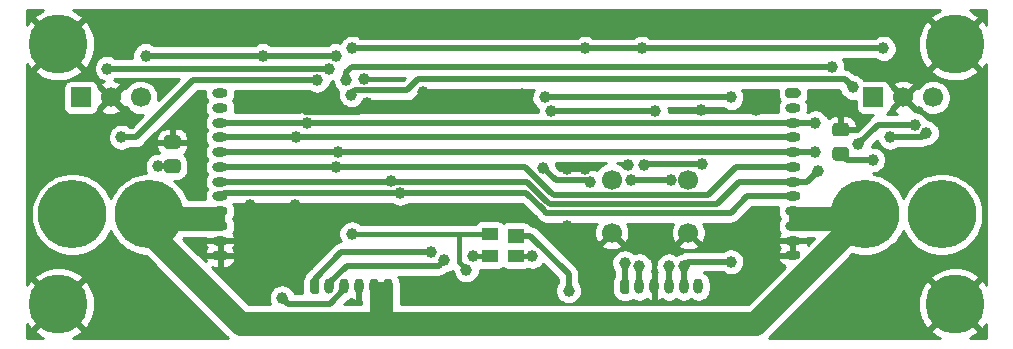
<source format=gbl>
G04 #@! TF.GenerationSoftware,KiCad,Pcbnew,5.99.0-unknown-c7daca1~86~ubuntu18.04.1*
G04 #@! TF.CreationDate,2020-03-26T16:36:09-03:00*
G04 #@! TF.ProjectId,DPL,44504c2e-6b69-4636-9164-5f7063625858,rev?*
G04 #@! TF.SameCoordinates,Original*
G04 #@! TF.FileFunction,Copper,L2,Bot*
G04 #@! TF.FilePolarity,Positive*
%FSLAX46Y46*%
G04 Gerber Fmt 4.6, Leading zero omitted, Abs format (unit mm)*
G04 Created by KiCad (PCBNEW 5.99.0-unknown-c7daca1~86~ubuntu18.04.1) date 2020-03-26 16:36:09*
%MOMM*%
%LPD*%
G01*
G04 APERTURE LIST*
G04 #@! TA.AperFunction,ComponentPad*
%ADD10C,5.800000*%
G04 #@! TD*
G04 #@! TA.AperFunction,ComponentPad*
%ADD11C,5.000000*%
G04 #@! TD*
G04 #@! TA.AperFunction,ComponentPad*
%ADD12C,1.700000*%
G04 #@! TD*
G04 #@! TA.AperFunction,ComponentPad*
%ADD13R,1.700000X1.700000*%
G04 #@! TD*
G04 #@! TA.AperFunction,ComponentPad*
%ADD14O,0.800000X1.300000*%
G04 #@! TD*
G04 #@! TA.AperFunction,ComponentPad*
%ADD15O,1.300000X0.800000*%
G04 #@! TD*
G04 #@! TA.AperFunction,SMDPad,CuDef*
%ADD16R,1.400000X1.000000*%
G04 #@! TD*
G04 #@! TA.AperFunction,SMDPad,CuDef*
%ADD17R,1.400000X1.200000*%
G04 #@! TD*
G04 #@! TA.AperFunction,ViaPad*
%ADD18C,1.000000*%
G04 #@! TD*
G04 #@! TA.AperFunction,ViaPad*
%ADD19C,3.300000*%
G04 #@! TD*
G04 #@! TA.AperFunction,Conductor*
%ADD20C,0.550000*%
G04 #@! TD*
G04 #@! TA.AperFunction,Conductor*
%ADD21C,0.450000*%
G04 #@! TD*
G04 #@! TA.AperFunction,Conductor*
%ADD22C,0.800000*%
G04 #@! TD*
G04 #@! TA.AperFunction,Conductor*
%ADD23C,2.000000*%
G04 #@! TD*
G04 #@! TA.AperFunction,Conductor*
%ADD24C,0.254000*%
G04 #@! TD*
G04 APERTURE END LIST*
D10*
X171600000Y-132900000D03*
X178100000Y-132900000D03*
X111000000Y-132900000D03*
X104500000Y-132900000D03*
D11*
X179200000Y-118500000D03*
X179200000Y-140500000D03*
X103300000Y-140500000D03*
X103300000Y-118500000D03*
G04 #@! TA.AperFunction,SMDPad,CuDef*
G36*
G01*
X169099999Y-127200000D02*
X170000001Y-127200000D01*
G75*
G02*
X170250000Y-127449999I0J-249999D01*
G01*
X170250000Y-128100001D01*
G75*
G02*
X170000001Y-128350000I-249999J0D01*
G01*
X169099999Y-128350000D01*
G75*
G02*
X168850000Y-128100001I0J249999D01*
G01*
X168850000Y-127449999D01*
G75*
G02*
X169099999Y-127200000I249999J0D01*
G01*
G37*
G04 #@! TD.AperFunction*
G04 #@! TA.AperFunction,SMDPad,CuDef*
G36*
G01*
X169099999Y-125150000D02*
X170000001Y-125150000D01*
G75*
G02*
X170250000Y-125399999I0J-249999D01*
G01*
X170250000Y-126050001D01*
G75*
G02*
X170000001Y-126300000I-249999J0D01*
G01*
X169099999Y-126300000D01*
G75*
G02*
X168850000Y-126050001I0J249999D01*
G01*
X168850000Y-125399999D01*
G75*
G02*
X169099999Y-125150000I249999J0D01*
G01*
G37*
G04 #@! TD.AperFunction*
D12*
X177390000Y-123000000D03*
X174850000Y-123000000D03*
D13*
X172310000Y-123000000D03*
D12*
X110290000Y-123000000D03*
X107750000Y-123000000D03*
D13*
X105210000Y-123000000D03*
D14*
X157500000Y-139000000D03*
X156250000Y-139000000D03*
X155000000Y-139000000D03*
X153750000Y-139000000D03*
X152500000Y-139000000D03*
G04 #@! TA.AperFunction,ComponentPad*
G36*
G01*
X150850000Y-139450000D02*
X150850000Y-138550000D01*
G75*
G02*
X151050000Y-138350000I200000J0D01*
G01*
X151450000Y-138350000D01*
G75*
G02*
X151650000Y-138550000I0J-200000D01*
G01*
X151650000Y-139450000D01*
G75*
G02*
X151450000Y-139650000I-200000J0D01*
G01*
X151050000Y-139650000D01*
G75*
G02*
X150850000Y-139450000I0J200000D01*
G01*
G37*
G04 #@! TD.AperFunction*
X131250000Y-139000000D03*
X130000000Y-139000000D03*
X128750000Y-139000000D03*
X127500000Y-139000000D03*
X126250000Y-139000000D03*
G04 #@! TA.AperFunction,ComponentPad*
G36*
G01*
X124600000Y-139450000D02*
X124600000Y-138550000D01*
G75*
G02*
X124800000Y-138350000I200000J0D01*
G01*
X125200000Y-138350000D01*
G75*
G02*
X125400000Y-138550000I0J-200000D01*
G01*
X125400000Y-139450000D01*
G75*
G02*
X125200000Y-139650000I-200000J0D01*
G01*
X124800000Y-139650000D01*
G75*
G02*
X124600000Y-139450000I0J200000D01*
G01*
G37*
G04 #@! TD.AperFunction*
D12*
X156650000Y-129950000D03*
X150150000Y-129950000D03*
X156650000Y-134450000D03*
X150150000Y-134450000D03*
D15*
X165500000Y-136375000D03*
X165500000Y-135125000D03*
X165500000Y-133875000D03*
X165500000Y-132625000D03*
X165500000Y-131375000D03*
X165500000Y-130125000D03*
X165500000Y-128875000D03*
X165500000Y-127625000D03*
X165500000Y-126375000D03*
X165500000Y-125125000D03*
X165500000Y-123875000D03*
G04 #@! TA.AperFunction,ComponentPad*
G36*
G01*
X165050000Y-122225000D02*
X165950000Y-122225000D01*
G75*
G02*
X166150000Y-122425000I0J-200000D01*
G01*
X166150000Y-122825000D01*
G75*
G02*
X165950000Y-123025000I-200000J0D01*
G01*
X165050000Y-123025000D01*
G75*
G02*
X164850000Y-122825000I0J200000D01*
G01*
X164850000Y-122425000D01*
G75*
G02*
X165050000Y-122225000I200000J0D01*
G01*
G37*
G04 #@! TD.AperFunction*
X117000000Y-122625000D03*
X117000000Y-123875000D03*
X117000000Y-125125000D03*
X117000000Y-126375000D03*
X117000000Y-127625000D03*
X117000000Y-128875000D03*
X117000000Y-130125000D03*
X117000000Y-131375000D03*
X117000000Y-132625000D03*
X117000000Y-133875000D03*
X117000000Y-135125000D03*
G04 #@! TA.AperFunction,ComponentPad*
G36*
G01*
X117450000Y-136775000D02*
X116550000Y-136775000D01*
G75*
G02*
X116350000Y-136575000I0J200000D01*
G01*
X116350000Y-136175000D01*
G75*
G02*
X116550000Y-135975000I200000J0D01*
G01*
X117450000Y-135975000D01*
G75*
G02*
X117650000Y-136175000I0J-200000D01*
G01*
X117650000Y-136575000D01*
G75*
G02*
X117450000Y-136775000I-200000J0D01*
G01*
G37*
G04 #@! TD.AperFunction*
G04 #@! TA.AperFunction,SMDPad,CuDef*
G36*
G01*
X112499999Y-128250000D02*
X113400001Y-128250000D01*
G75*
G02*
X113650000Y-128499999I0J-249999D01*
G01*
X113650000Y-129150001D01*
G75*
G02*
X113400001Y-129400000I-249999J0D01*
G01*
X112499999Y-129400000D01*
G75*
G02*
X112250000Y-129150001I0J249999D01*
G01*
X112250000Y-128499999D01*
G75*
G02*
X112499999Y-128250000I249999J0D01*
G01*
G37*
G04 #@! TD.AperFunction*
G04 #@! TA.AperFunction,SMDPad,CuDef*
G36*
G01*
X112499999Y-126200000D02*
X113400001Y-126200000D01*
G75*
G02*
X113650000Y-126449999I0J-249999D01*
G01*
X113650000Y-127100001D01*
G75*
G02*
X113400001Y-127350000I-249999J0D01*
G01*
X112499999Y-127350000D01*
G75*
G02*
X112250000Y-127100001I0J249999D01*
G01*
X112250000Y-126449999D01*
G75*
G02*
X112499999Y-126200000I249999J0D01*
G01*
G37*
G04 #@! TD.AperFunction*
D16*
X139825000Y-134550000D03*
X139825000Y-136450000D03*
X142025000Y-136450000D03*
D17*
X142025000Y-134730000D03*
D18*
X142600000Y-122700000D03*
X120300000Y-139250000D03*
X162400000Y-124062500D03*
X157750000Y-124062500D03*
X122250000Y-139950000D03*
X176800000Y-126000000D03*
X172250000Y-128300000D03*
X173738361Y-126346899D03*
X171050000Y-126950000D03*
X167400000Y-125150000D03*
X167650000Y-129200000D03*
X167350000Y-127650000D03*
X107450000Y-120550000D03*
X173150000Y-118850000D03*
X171200000Y-139900000D03*
X161850000Y-117500000D03*
X151550000Y-128750000D03*
X150200000Y-117500000D03*
X152700000Y-118850000D03*
X129200000Y-117600000D03*
X147900000Y-118850000D03*
X128200000Y-118850000D03*
X168800000Y-120400000D03*
X146400000Y-133900000D03*
X160250000Y-123000000D03*
X160250000Y-136900000D03*
X162150000Y-134850000D03*
X158600000Y-134850000D03*
X153850000Y-124150000D03*
X157800000Y-128650000D03*
X152850000Y-128750000D03*
X155150000Y-129950000D03*
X151750000Y-129950000D03*
X148345669Y-130164174D03*
X181250000Y-129000000D03*
X177400000Y-129000000D03*
X175800000Y-125300000D03*
X168700000Y-123850000D03*
X108649999Y-126374999D03*
X134150000Y-122550000D03*
X134000000Y-117600000D03*
X123650000Y-123700000D03*
X112950000Y-141850000D03*
X134900000Y-139200000D03*
X144500000Y-117500000D03*
X120550000Y-117700000D03*
X112800000Y-117700000D03*
X113000000Y-125200000D03*
X102400000Y-123350000D03*
X151250000Y-137000000D03*
X152500000Y-137250000D03*
X155000000Y-137250000D03*
X156250000Y-137250000D03*
X124550000Y-137200000D03*
D19*
X107750000Y-129000000D03*
X107750000Y-136800000D03*
X174850000Y-136800000D03*
X174850000Y-129000000D03*
D18*
X140900000Y-117500000D03*
X141000000Y-116350000D03*
X147900000Y-129050000D03*
X146350000Y-129050000D03*
X138450000Y-136450000D03*
X143450000Y-136450000D03*
X148000000Y-134850000D03*
X146500000Y-139350000D03*
X128150000Y-134550000D03*
X136000000Y-136750000D03*
X134850000Y-136100000D03*
X144350000Y-128950000D03*
X132274999Y-131100000D03*
X131475000Y-130099999D03*
X137850000Y-137600000D03*
X128100000Y-122750000D03*
X127700000Y-121550000D03*
X126200000Y-120550000D03*
X125225000Y-121525000D03*
X126975000Y-127625000D03*
X126775000Y-128875000D03*
X124375000Y-125125000D03*
X123400000Y-126375000D03*
X110700000Y-119450000D03*
X126800000Y-119450000D03*
X108500000Y-119300000D03*
X129200000Y-121400000D03*
X129442929Y-123449999D03*
X170550000Y-122150000D03*
X145015478Y-124150000D03*
X144500000Y-123000000D03*
X119800000Y-137250000D03*
X123350000Y-132100000D03*
X119500000Y-132100000D03*
X111750000Y-128825000D03*
X120649990Y-119450000D03*
X119000000Y-123700000D03*
X161050000Y-139250000D03*
D20*
X172700000Y-125300000D02*
X175800000Y-125300000D01*
X171050000Y-126950000D02*
X172700000Y-125300000D01*
X122250000Y-139950000D02*
X122749999Y-140449999D01*
X122749999Y-140449999D02*
X126300001Y-140449999D01*
X126300001Y-140449999D02*
X127500000Y-139250000D01*
X127500000Y-139250000D02*
X127500000Y-139000000D01*
X173738361Y-126346899D02*
X176453101Y-126346899D01*
X176453101Y-126346899D02*
X176800000Y-126000000D01*
X169550000Y-127775000D02*
X170075000Y-128300000D01*
X170075000Y-128300000D02*
X172250000Y-128300000D01*
X165500000Y-125125000D02*
X167375000Y-125125000D01*
X167375000Y-125125000D02*
X167400000Y-125150000D01*
X165500000Y-130125000D02*
X166725000Y-130125000D01*
X166725000Y-130125000D02*
X167650000Y-129200000D01*
X167350000Y-127650000D02*
X165525000Y-127650000D01*
X165525000Y-127650000D02*
X165500000Y-127625000D01*
X126200000Y-120550000D02*
X107450000Y-120550000D01*
X152700000Y-118850000D02*
X173150000Y-118850000D01*
D21*
X150200000Y-117500000D02*
X161850000Y-117500000D01*
X144500000Y-117500000D02*
X150200000Y-117500000D01*
D20*
X147900000Y-118850000D02*
X152700000Y-118850000D01*
D21*
X134000000Y-117600000D02*
X129200000Y-117600000D01*
D20*
X128200000Y-118850000D02*
X147900000Y-118850000D01*
X127700000Y-121550000D02*
X127700000Y-120842894D01*
X127700000Y-120842894D02*
X128142894Y-120400000D01*
X128142894Y-120400000D02*
X168800000Y-120400000D01*
X128450000Y-122400000D02*
X132856998Y-122400000D01*
X132856998Y-122400000D02*
X133781999Y-121474999D01*
X169874999Y-121474999D02*
X170550000Y-122150000D01*
X133781999Y-121474999D02*
X169874999Y-121474999D01*
X156600000Y-136900000D02*
X156250000Y-137250000D01*
X144500000Y-123000000D02*
X160250000Y-123000000D01*
X160250000Y-136900000D02*
X156600000Y-136900000D01*
D21*
X158600000Y-134850000D02*
X162150000Y-134850000D01*
D20*
X145015478Y-124150000D02*
X153850000Y-124150000D01*
X124375000Y-125125000D02*
X165500000Y-125125000D01*
X150675000Y-126375000D02*
X159375000Y-126375000D01*
X157774999Y-128624999D02*
X157800000Y-128650000D01*
X152975001Y-128624999D02*
X157774999Y-128624999D01*
X152850000Y-128750000D02*
X152975001Y-128624999D01*
X149081998Y-127625000D02*
X165500000Y-127625000D01*
X144310671Y-132475021D02*
X144610671Y-132775021D01*
X144610671Y-132775021D02*
X160224979Y-132775021D01*
X160224979Y-132775021D02*
X161625000Y-131375000D01*
X161625000Y-131375000D02*
X165500000Y-131375000D01*
X144621335Y-131725011D02*
X144921335Y-132025011D01*
X159074989Y-132025011D02*
X160975000Y-130125000D01*
X144921335Y-132025011D02*
X159074989Y-132025011D01*
X160975000Y-130125000D02*
X165500000Y-130125000D01*
X144931999Y-130975001D02*
X145231999Y-131275001D01*
X145231999Y-131275001D02*
X158274999Y-131275001D01*
X158274999Y-131275001D02*
X160675000Y-128875000D01*
X160675000Y-128875000D02*
X165500000Y-128875000D01*
X151750000Y-129950000D02*
X155150000Y-129950000D01*
X145425001Y-130025001D02*
X148206496Y-130025001D01*
X148206496Y-130025001D02*
X148345669Y-130164174D01*
X108649999Y-126374999D02*
X109881999Y-126374999D01*
X109881999Y-126374999D02*
X114731998Y-121525000D01*
X114731998Y-121525000D02*
X125225000Y-121525000D01*
D21*
X169550000Y-125725000D02*
X169550000Y-124700000D01*
X169550000Y-124700000D02*
X168700000Y-123850000D01*
D20*
X165525000Y-125150000D02*
X165500000Y-125125000D01*
D21*
X124149999Y-124199999D02*
X123650000Y-123700000D01*
X129442929Y-123449999D02*
X128692929Y-124199999D01*
X128692929Y-124199999D02*
X124149999Y-124199999D01*
X112800000Y-117700000D02*
X120550000Y-117700000D01*
D22*
X130000000Y-139000000D02*
X130550000Y-139000000D01*
X130550000Y-139000000D02*
X131250000Y-139000000D01*
X130550000Y-139000000D02*
X130550000Y-141900000D01*
X130550000Y-141900000D02*
X130300000Y-142150000D01*
D23*
X130300000Y-142150000D02*
X131200000Y-142150000D01*
D22*
X130000000Y-139000000D02*
X130000000Y-141850000D01*
X130000000Y-141850000D02*
X130300000Y-142150000D01*
D23*
X131200000Y-142150000D02*
X162050000Y-142150000D01*
D22*
X131250000Y-139000000D02*
X131250000Y-142100000D01*
X131250000Y-142100000D02*
X131200000Y-142150000D01*
X165500000Y-132625000D02*
X165500000Y-133200000D01*
X165500000Y-133200000D02*
X165500000Y-133875000D01*
X117000000Y-132625000D02*
X117000000Y-133350000D01*
X117000000Y-133350000D02*
X117000000Y-133875000D01*
D20*
X151250000Y-139000000D02*
X151250000Y-137000000D01*
X152500000Y-137250000D02*
X152500000Y-139000000D01*
X155000000Y-137250000D02*
X155000000Y-139000000D01*
X156250000Y-137250000D02*
X156250000Y-139000000D01*
D21*
X139825000Y-136450000D02*
X138450000Y-136450000D01*
X142025000Y-136450000D02*
X143450000Y-136450000D01*
D20*
X143275000Y-134730000D02*
X146500000Y-137955000D01*
X142025000Y-134730000D02*
X143275000Y-134730000D01*
X146500000Y-137955000D02*
X146500000Y-139350000D01*
D21*
X137200000Y-134550000D02*
X128150000Y-134550000D01*
X139825000Y-134550000D02*
X137200000Y-134550000D01*
D20*
X127750000Y-137250000D02*
X134300000Y-137250000D01*
X126250000Y-139000000D02*
X126250000Y-138750000D01*
X126250000Y-138750000D02*
X127750000Y-137250000D01*
X134300000Y-137250000D02*
X135500000Y-137250000D01*
X135500000Y-137250000D02*
X136000000Y-136750000D01*
X134850000Y-136100000D02*
X127250000Y-136100000D01*
X127250000Y-136100000D02*
X125000000Y-138350000D01*
X125000000Y-138350000D02*
X125000000Y-139000000D01*
X144350000Y-128950000D02*
X145425001Y-130025001D01*
X142831998Y-128875000D02*
X144931999Y-130975001D01*
X143021324Y-130125000D02*
X144621335Y-131725011D01*
X117000000Y-130125000D02*
X143021324Y-130125000D01*
X142910649Y-131074999D02*
X144310671Y-132475021D01*
X117300001Y-131074999D02*
X142910649Y-131074999D01*
X117000000Y-131375000D02*
X117300001Y-131074999D01*
X129175000Y-128875000D02*
X142831998Y-128875000D01*
D21*
X137200000Y-136950000D02*
X137200000Y-134550000D01*
X137850000Y-137600000D02*
X137200000Y-136950000D01*
D20*
X117000000Y-125125000D02*
X123775000Y-125125000D01*
X117000000Y-127625000D02*
X126975000Y-127625000D01*
X117000000Y-128875000D02*
X126775000Y-128875000D01*
X126775000Y-128875000D02*
X129175000Y-128875000D01*
X123775000Y-125125000D02*
X124375000Y-125125000D01*
X110700000Y-119450000D02*
X126800000Y-119450000D01*
X126975000Y-127625000D02*
X149081998Y-127625000D01*
X117000000Y-126375000D02*
X123400000Y-126375000D01*
X159375000Y-126375000D02*
X165500000Y-126375000D01*
X123400000Y-126375000D02*
X150675000Y-126375000D01*
X159564326Y-125125000D02*
X165500000Y-125125000D01*
X128450000Y-122400000D02*
X128100000Y-122750000D01*
X112950000Y-128825000D02*
X111750000Y-128825000D01*
D21*
X177400000Y-129000000D02*
X181250000Y-129000000D01*
D22*
X162350000Y-142150000D02*
X162050000Y-142150000D01*
D23*
X171600000Y-132900000D02*
X162350000Y-142150000D01*
D22*
X171325000Y-132625000D02*
X171600000Y-132900000D01*
X165500000Y-132625000D02*
X171325000Y-132625000D01*
X170625000Y-133875000D02*
X171600000Y-132900000D01*
X165500000Y-133875000D02*
X170625000Y-133875000D01*
X171300000Y-133200000D02*
X171600000Y-132900000D01*
X165500000Y-133200000D02*
X171300000Y-133200000D01*
D23*
X118750000Y-142150000D02*
X130300000Y-142150000D01*
X111000000Y-134400000D02*
X118750000Y-142150000D01*
X111000000Y-132900000D02*
X111000000Y-134400000D01*
D22*
X111275000Y-132625000D02*
X111000000Y-132900000D01*
X117000000Y-132625000D02*
X111275000Y-132625000D01*
X111975000Y-133875000D02*
X111000000Y-132900000D01*
X117000000Y-133875000D02*
X111975000Y-133875000D01*
X111450000Y-133350000D02*
X111000000Y-132900000D01*
X117000000Y-133350000D02*
X111450000Y-133350000D01*
D21*
X123650000Y-123700000D02*
X119000000Y-123700000D01*
G36*
X101951860Y-115665135D02*
G01*
X101945308Y-115668260D01*
X101634963Y-115838873D01*
X101628814Y-115842730D01*
X101340135Y-116047883D01*
X101334470Y-116052422D01*
X101234510Y-116142427D01*
X101231676Y-116250657D01*
X103247809Y-118266790D01*
X103352191Y-118266790D01*
X105372309Y-116246672D01*
X105364516Y-116132360D01*
X105053829Y-115896535D01*
X105047803Y-115892486D01*
X104742971Y-115712209D01*
X104736521Y-115708880D01*
X104568338Y-115634000D01*
X177928154Y-115634000D01*
X177851860Y-115665135D01*
X177845308Y-115668260D01*
X177534963Y-115838873D01*
X177528814Y-115842730D01*
X177240135Y-116047883D01*
X177234470Y-116052422D01*
X177134510Y-116142427D01*
X177131676Y-116250657D01*
X179147809Y-118266790D01*
X179252191Y-118266790D01*
X181272309Y-116246672D01*
X181264516Y-116132360D01*
X180953829Y-115896535D01*
X180947803Y-115892486D01*
X180642971Y-115712209D01*
X180636521Y-115708880D01*
X180468338Y-115634000D01*
X181866000Y-115634000D01*
X181866000Y-116850825D01*
X181732036Y-116644539D01*
X181727738Y-116638688D01*
X181560736Y-116436816D01*
X181449451Y-116431568D01*
X179433210Y-118447809D01*
X179433210Y-118552191D01*
X181450690Y-120569671D01*
X181557384Y-120567996D01*
X181605876Y-120516359D01*
X181610534Y-120510789D01*
X181821688Y-120226470D01*
X181825673Y-120220402D01*
X181866000Y-120150554D01*
X181866001Y-138850827D01*
X181732036Y-138644539D01*
X181727738Y-138638688D01*
X181560736Y-138436816D01*
X181449451Y-138431568D01*
X179433210Y-140447809D01*
X179433210Y-140552191D01*
X181450690Y-142569671D01*
X181557384Y-142567996D01*
X181605876Y-142516359D01*
X181610534Y-142510789D01*
X181821688Y-142226470D01*
X181825673Y-142220402D01*
X181866001Y-142150552D01*
X181866001Y-143366000D01*
X180478609Y-143366000D01*
X180780628Y-143212114D01*
X180786895Y-143208452D01*
X181081875Y-143012466D01*
X181087680Y-143008108D01*
X181263420Y-142859595D01*
X181268053Y-142749072D01*
X179252191Y-140733210D01*
X179147809Y-140733210D01*
X177130955Y-142750064D01*
X177136827Y-142862108D01*
X177365260Y-143047090D01*
X177371155Y-143051326D01*
X177670174Y-143241090D01*
X177676517Y-143244620D01*
X177927602Y-143366000D01*
X163446394Y-143366000D01*
X163450436Y-143362727D01*
X163455340Y-143358312D01*
X166235108Y-140578544D01*
X176061884Y-140578544D01*
X176062074Y-140585801D01*
X176091709Y-140938709D01*
X176092731Y-140945896D01*
X176162731Y-141293060D01*
X176164573Y-141300081D01*
X176274012Y-141636899D01*
X176276649Y-141643662D01*
X176424075Y-141965669D01*
X176427472Y-141972085D01*
X176610932Y-142275013D01*
X176615044Y-142280995D01*
X176834439Y-142563839D01*
X176947997Y-142570984D01*
X178966790Y-140552191D01*
X178966790Y-140447809D01*
X176950982Y-138432001D01*
X176841986Y-138435426D01*
X176731974Y-138560208D01*
X176727495Y-138565921D01*
X176525376Y-138856731D01*
X176521583Y-138862921D01*
X176354229Y-139175035D01*
X176351172Y-139181620D01*
X176220801Y-139510901D01*
X176218522Y-139517793D01*
X176126861Y-139859877D01*
X176125389Y-139866985D01*
X176073653Y-140217337D01*
X176073008Y-140224568D01*
X176061884Y-140578544D01*
X166235108Y-140578544D01*
X168562995Y-138250657D01*
X177131676Y-138250657D01*
X179147809Y-140266790D01*
X179252191Y-140266790D01*
X181272309Y-138246672D01*
X181264516Y-138132360D01*
X180953829Y-137896535D01*
X180947803Y-137892486D01*
X180642971Y-137712209D01*
X180636521Y-137708880D01*
X180312987Y-137564833D01*
X180306196Y-137562267D01*
X179968252Y-137456362D01*
X179961211Y-137454594D01*
X179613333Y-137388232D01*
X179606136Y-137387284D01*
X179252936Y-137361348D01*
X179245678Y-137361234D01*
X178891837Y-137376064D01*
X178884614Y-137376784D01*
X178534823Y-137432186D01*
X178527731Y-137433732D01*
X178186625Y-137528971D01*
X178179758Y-137531322D01*
X177851860Y-137665135D01*
X177845308Y-137668260D01*
X177534963Y-137838873D01*
X177528814Y-137842730D01*
X177240135Y-138047883D01*
X177234470Y-138052422D01*
X177134510Y-138142427D01*
X177131676Y-138250657D01*
X168562995Y-138250657D01*
X170540644Y-136273008D01*
X170818637Y-136351672D01*
X170825289Y-136353171D01*
X171195986Y-136415870D01*
X171202761Y-136416642D01*
X171578061Y-136438938D01*
X171584880Y-136438974D01*
X171960391Y-136420609D01*
X171967174Y-136419908D01*
X172338507Y-136361094D01*
X172345175Y-136359665D01*
X172707984Y-136261092D01*
X172714458Y-136258951D01*
X173064499Y-136121771D01*
X173070704Y-136118943D01*
X173403883Y-135944762D01*
X173409746Y-135941281D01*
X173722163Y-135732135D01*
X173727616Y-135728041D01*
X174015620Y-135486378D01*
X174020599Y-135481719D01*
X174280818Y-135210364D01*
X174285264Y-135205195D01*
X174514656Y-134907324D01*
X174518518Y-134901704D01*
X174714398Y-134580802D01*
X174717631Y-134574798D01*
X174850610Y-134292203D01*
X174965003Y-134542059D01*
X174968172Y-134548097D01*
X175160681Y-134871033D01*
X175164484Y-134876693D01*
X175390743Y-135176949D01*
X175395135Y-135182165D01*
X175652499Y-135456228D01*
X175657429Y-135460939D01*
X175942885Y-135705606D01*
X175948295Y-135709757D01*
X176258506Y-135922163D01*
X176264333Y-135925705D01*
X176595668Y-136103366D01*
X176601843Y-136106259D01*
X176950429Y-136247096D01*
X176956880Y-136249305D01*
X177318637Y-136351672D01*
X177325289Y-136353171D01*
X177695986Y-136415870D01*
X177702761Y-136416642D01*
X178078061Y-136438938D01*
X178084880Y-136438974D01*
X178460391Y-136420609D01*
X178467174Y-136419908D01*
X178838507Y-136361094D01*
X178845175Y-136359665D01*
X179207984Y-136261092D01*
X179214458Y-136258951D01*
X179564499Y-136121771D01*
X179570704Y-136118943D01*
X179903883Y-135944762D01*
X179909746Y-135941281D01*
X180222163Y-135732135D01*
X180227616Y-135728041D01*
X180515620Y-135486378D01*
X180520599Y-135481719D01*
X180780818Y-135210364D01*
X180785264Y-135205195D01*
X181014656Y-134907324D01*
X181018518Y-134901704D01*
X181214398Y-134580802D01*
X181217631Y-134574798D01*
X181377707Y-134234618D01*
X181380272Y-134228300D01*
X181502673Y-133872822D01*
X181504541Y-133866264D01*
X181587835Y-133499645D01*
X181588984Y-133492924D01*
X181632208Y-133119345D01*
X181632626Y-133112318D01*
X181634023Y-132712349D01*
X181633654Y-132705320D01*
X181593038Y-132331447D01*
X181591936Y-132324718D01*
X181511205Y-131957528D01*
X181509382Y-131950956D01*
X181389465Y-131594632D01*
X181386944Y-131588296D01*
X181229247Y-131247007D01*
X181226056Y-131240981D01*
X181032421Y-130918719D01*
X181028598Y-130913072D01*
X180801292Y-130613608D01*
X180796882Y-130608407D01*
X180538564Y-130335244D01*
X180533617Y-130330550D01*
X180247308Y-130086881D01*
X180241883Y-130082749D01*
X179930934Y-129871427D01*
X179925095Y-129867905D01*
X179593140Y-129691402D01*
X179586955Y-129688531D01*
X179237881Y-129548912D01*
X179231422Y-129546725D01*
X178869309Y-129445622D01*
X178862652Y-129444146D01*
X178491740Y-129382741D01*
X178484962Y-129381993D01*
X178109586Y-129361006D01*
X178102767Y-129360994D01*
X177727321Y-129380671D01*
X177720541Y-129381396D01*
X177349415Y-129441505D01*
X177342753Y-129442958D01*
X176980291Y-129542796D01*
X176973824Y-129544960D01*
X176624264Y-129683360D01*
X176618069Y-129686210D01*
X176285500Y-129861553D01*
X176279649Y-129865055D01*
X175967963Y-130075290D01*
X175962524Y-130079403D01*
X175675367Y-130322070D01*
X175670405Y-130326747D01*
X175411134Y-130599008D01*
X175406706Y-130604193D01*
X175178355Y-130902862D01*
X175174512Y-130908495D01*
X174979755Y-131230079D01*
X174976543Y-131236094D01*
X174849797Y-131507901D01*
X174729247Y-131247007D01*
X174726056Y-131240981D01*
X174532421Y-130918719D01*
X174528598Y-130913072D01*
X174301292Y-130613608D01*
X174296882Y-130608407D01*
X174038564Y-130335244D01*
X174033617Y-130330550D01*
X173747308Y-130086881D01*
X173741883Y-130082749D01*
X173430934Y-129871427D01*
X173425095Y-129867905D01*
X173093140Y-129691402D01*
X173086955Y-129688531D01*
X172737881Y-129548912D01*
X172731422Y-129546725D01*
X172369309Y-129445622D01*
X172362652Y-129444146D01*
X172312111Y-129435779D01*
X172497864Y-129416256D01*
X172512673Y-129412864D01*
X172756973Y-129324910D01*
X172770545Y-129318084D01*
X172986814Y-129174395D01*
X172998367Y-129164529D01*
X173174118Y-128973400D01*
X173182983Y-128961062D01*
X173308071Y-128733528D01*
X173313738Y-128719433D01*
X173381026Y-128468309D01*
X173383178Y-128452601D01*
X173386125Y-128171164D01*
X173384303Y-128155414D01*
X173322289Y-127902936D01*
X173316919Y-127888724D01*
X173196623Y-127658621D01*
X173188018Y-127646100D01*
X173016307Y-127451334D01*
X173004964Y-127441227D01*
X172791752Y-127293041D01*
X172778326Y-127285932D01*
X172535921Y-127192882D01*
X172521186Y-127189181D01*
X172263583Y-127156638D01*
X172248391Y-127156558D01*
X172168294Y-127165825D01*
X172181026Y-127118309D01*
X172182770Y-127105578D01*
X172641771Y-126646578D01*
X172661974Y-126732713D01*
X172667195Y-126746980D01*
X172785074Y-126978330D01*
X172793547Y-126990940D01*
X172963208Y-127187494D01*
X172974445Y-127197719D01*
X173186093Y-127348129D01*
X173199444Y-127355378D01*
X173440862Y-127450963D01*
X173455557Y-127454818D01*
X173712806Y-127490056D01*
X173727996Y-127490295D01*
X173986225Y-127463155D01*
X174001034Y-127459763D01*
X174245334Y-127371809D01*
X174258906Y-127364983D01*
X174420080Y-127257899D01*
X176393405Y-127257899D01*
X176444842Y-127264671D01*
X176461360Y-127264671D01*
X176516893Y-127257360D01*
X176516904Y-127257359D01*
X176682661Y-127235537D01*
X176698615Y-127231262D01*
X176904835Y-127145843D01*
X176919140Y-127137584D01*
X176930918Y-127128547D01*
X177047864Y-127116256D01*
X177062673Y-127112864D01*
X177306973Y-127024910D01*
X177320545Y-127018084D01*
X177536814Y-126874395D01*
X177548367Y-126864529D01*
X177724118Y-126673400D01*
X177732983Y-126661062D01*
X177858071Y-126433528D01*
X177863738Y-126419433D01*
X177931026Y-126168309D01*
X177933178Y-126152601D01*
X177936125Y-125871164D01*
X177934303Y-125855414D01*
X177872289Y-125602936D01*
X177866919Y-125588724D01*
X177746623Y-125358621D01*
X177738018Y-125346100D01*
X177566307Y-125151334D01*
X177554964Y-125141227D01*
X177341752Y-124993041D01*
X177328326Y-124985932D01*
X177085921Y-124892882D01*
X177071186Y-124889181D01*
X176852730Y-124861583D01*
X176746623Y-124658621D01*
X176738018Y-124646100D01*
X176566307Y-124451334D01*
X176554964Y-124441227D01*
X176341752Y-124293041D01*
X176328326Y-124285932D01*
X176085921Y-124192882D01*
X176071186Y-124189181D01*
X175813583Y-124156638D01*
X175798391Y-124156558D01*
X175737713Y-124163578D01*
X175748285Y-124079304D01*
X174902191Y-123233210D01*
X174797809Y-123233210D01*
X173955365Y-124075654D01*
X173963157Y-124189966D01*
X174048791Y-124254967D01*
X174057807Y-124260678D01*
X174271696Y-124372021D01*
X174281545Y-124376131D01*
X174321627Y-124389000D01*
X173503975Y-124389000D01*
X173644590Y-124271010D01*
X173658761Y-124254121D01*
X173759359Y-124079880D01*
X173766900Y-124059163D01*
X173800527Y-123868454D01*
X174616790Y-123052191D01*
X174616790Y-122947809D01*
X175083210Y-122947809D01*
X175083210Y-123052191D01*
X175930119Y-123899100D01*
X176053085Y-123883129D01*
X176119486Y-123769043D01*
X176217430Y-123917584D01*
X176224038Y-123925965D01*
X176388798Y-124102032D01*
X176396722Y-124109180D01*
X176588792Y-124254968D01*
X176597808Y-124260679D01*
X176811696Y-124372021D01*
X176821545Y-124376131D01*
X177051134Y-124449844D01*
X177061535Y-124452236D01*
X177300262Y-124486212D01*
X177310917Y-124486817D01*
X177551956Y-124480084D01*
X177562561Y-124478885D01*
X177799019Y-124431636D01*
X177809270Y-124428667D01*
X178034387Y-124342253D01*
X178043991Y-124337600D01*
X178251330Y-124214491D01*
X178260012Y-124208286D01*
X178443645Y-124052004D01*
X178451158Y-124044424D01*
X178605833Y-123859435D01*
X178611962Y-123850698D01*
X178733256Y-123642294D01*
X178737825Y-123632650D01*
X178822272Y-123406787D01*
X178825151Y-123396511D01*
X178870392Y-123159351D01*
X178871507Y-123148128D01*
X178874077Y-122880341D01*
X178873178Y-122869099D01*
X178832499Y-122631114D01*
X178829817Y-122620784D01*
X178749723Y-122393343D01*
X178745339Y-122383612D01*
X178628067Y-122172916D01*
X178622107Y-122164064D01*
X178471013Y-121976140D01*
X178463647Y-121968417D01*
X178283049Y-121808638D01*
X178274486Y-121802267D01*
X178069549Y-121675202D01*
X178060036Y-121670365D01*
X177836619Y-121579645D01*
X177826427Y-121576480D01*
X177590919Y-121524700D01*
X177580340Y-121523298D01*
X177339475Y-121511939D01*
X177328809Y-121512339D01*
X177089474Y-121541727D01*
X177079030Y-121543918D01*
X176848068Y-121613210D01*
X176838142Y-121617130D01*
X176622155Y-121724346D01*
X176613032Y-121729882D01*
X176418199Y-121871957D01*
X176410138Y-121878952D01*
X176242029Y-122051822D01*
X176235263Y-122060074D01*
X176119229Y-122228903D01*
X176088068Y-122172917D01*
X176082109Y-122164066D01*
X176038981Y-122110422D01*
X175926682Y-122104337D01*
X175083210Y-122947809D01*
X174616790Y-122947809D01*
X173800490Y-122131509D01*
X173799681Y-122125366D01*
X173745890Y-121924615D01*
X173955634Y-121924615D01*
X174797809Y-122766790D01*
X174902191Y-122766790D01*
X175746767Y-121922214D01*
X175732765Y-121801199D01*
X175529549Y-121675201D01*
X175520036Y-121670365D01*
X175296619Y-121579645D01*
X175286427Y-121576480D01*
X175050919Y-121524700D01*
X175040340Y-121523298D01*
X174799475Y-121511939D01*
X174788809Y-121512339D01*
X174549474Y-121541727D01*
X174539030Y-121543918D01*
X174308068Y-121613210D01*
X174298142Y-121617130D01*
X174082156Y-121724346D01*
X174073032Y-121729882D01*
X173964638Y-121808924D01*
X173955634Y-121924615D01*
X173745890Y-121924615D01*
X173724863Y-121846142D01*
X173712120Y-121821662D01*
X173581010Y-121665410D01*
X173564121Y-121651239D01*
X173389880Y-121550641D01*
X173369163Y-121543100D01*
X173176462Y-121509122D01*
X173165501Y-121508163D01*
X171496308Y-121508163D01*
X171488018Y-121496100D01*
X171316307Y-121301334D01*
X171304964Y-121291227D01*
X171091752Y-121143041D01*
X171078326Y-121135932D01*
X170835921Y-121042882D01*
X170821186Y-121039181D01*
X170713986Y-121025639D01*
X170561394Y-120873047D01*
X170529802Y-120831875D01*
X170518123Y-120820196D01*
X170426726Y-120750064D01*
X177130955Y-120750064D01*
X177136827Y-120862108D01*
X177365260Y-121047090D01*
X177371155Y-121051326D01*
X177670174Y-121241090D01*
X177676517Y-121244620D01*
X177995367Y-121398759D01*
X178002073Y-121401537D01*
X178336524Y-121518005D01*
X178343506Y-121519994D01*
X178689128Y-121597249D01*
X178696292Y-121598422D01*
X179048503Y-121635441D01*
X179055754Y-121635783D01*
X179409886Y-121632075D01*
X179417128Y-121631581D01*
X179768486Y-121587194D01*
X179775623Y-121585871D01*
X180119552Y-121501394D01*
X180126490Y-121499260D01*
X180458430Y-121375812D01*
X180465077Y-121372895D01*
X180780628Y-121212114D01*
X180786895Y-121208452D01*
X181081875Y-121012466D01*
X181087680Y-121008108D01*
X181263420Y-120859595D01*
X181268053Y-120749072D01*
X179252191Y-118733210D01*
X179147809Y-118733210D01*
X177130955Y-120750064D01*
X170426726Y-120750064D01*
X170341037Y-120684313D01*
X170326733Y-120676055D01*
X170120513Y-120590636D01*
X170104559Y-120586361D01*
X169938802Y-120564539D01*
X169938791Y-120564538D01*
X169931671Y-120563601D01*
X169933178Y-120552601D01*
X169936125Y-120271164D01*
X169934303Y-120255414D01*
X169872289Y-120002936D01*
X169866919Y-119988724D01*
X169747867Y-119761000D01*
X172470766Y-119761000D01*
X172597732Y-119851230D01*
X172611083Y-119858479D01*
X172852501Y-119954064D01*
X172867196Y-119957919D01*
X173124445Y-119993157D01*
X173139635Y-119993396D01*
X173397864Y-119966256D01*
X173412673Y-119962864D01*
X173656973Y-119874910D01*
X173670545Y-119868084D01*
X173886814Y-119724395D01*
X173898367Y-119714529D01*
X174074118Y-119523400D01*
X174082983Y-119511062D01*
X174208071Y-119283528D01*
X174213738Y-119269433D01*
X174281026Y-119018309D01*
X174283178Y-119002601D01*
X174286125Y-118721164D01*
X174284303Y-118705414D01*
X174253142Y-118578544D01*
X176061884Y-118578544D01*
X176062074Y-118585801D01*
X176091709Y-118938709D01*
X176092731Y-118945896D01*
X176162731Y-119293060D01*
X176164573Y-119300081D01*
X176274012Y-119636899D01*
X176276649Y-119643662D01*
X176424075Y-119965669D01*
X176427472Y-119972085D01*
X176610932Y-120275013D01*
X176615044Y-120280995D01*
X176834439Y-120563839D01*
X176947997Y-120570984D01*
X178966790Y-118552191D01*
X178966790Y-118447809D01*
X176950982Y-116432001D01*
X176841986Y-116435426D01*
X176731974Y-116560208D01*
X176727495Y-116565921D01*
X176525376Y-116856731D01*
X176521583Y-116862921D01*
X176354229Y-117175035D01*
X176351172Y-117181620D01*
X176220801Y-117510901D01*
X176218522Y-117517793D01*
X176126861Y-117859877D01*
X176125389Y-117866985D01*
X176073653Y-118217337D01*
X176073008Y-118224568D01*
X176061884Y-118578544D01*
X174253142Y-118578544D01*
X174222289Y-118452936D01*
X174216919Y-118438724D01*
X174096623Y-118208621D01*
X174088018Y-118196100D01*
X173916307Y-118001334D01*
X173904964Y-117991227D01*
X173691752Y-117843041D01*
X173678326Y-117835932D01*
X173435921Y-117742882D01*
X173421186Y-117739181D01*
X173163583Y-117706638D01*
X173148391Y-117706558D01*
X172890460Y-117736401D01*
X172875687Y-117739948D01*
X172632322Y-117830455D01*
X172618822Y-117837423D01*
X172469357Y-117939000D01*
X153379819Y-117939000D01*
X153241752Y-117843041D01*
X153228326Y-117835932D01*
X152985921Y-117742882D01*
X152971186Y-117739181D01*
X152713583Y-117706638D01*
X152698391Y-117706558D01*
X152440460Y-117736401D01*
X152425687Y-117739948D01*
X152182322Y-117830455D01*
X152168822Y-117837423D01*
X152019357Y-117939000D01*
X148579819Y-117939000D01*
X148441752Y-117843041D01*
X148428326Y-117835932D01*
X148185921Y-117742882D01*
X148171186Y-117739181D01*
X147913583Y-117706638D01*
X147898391Y-117706558D01*
X147640460Y-117736401D01*
X147625687Y-117739948D01*
X147382322Y-117830455D01*
X147368822Y-117837423D01*
X147219357Y-117939000D01*
X128879819Y-117939000D01*
X128741752Y-117843041D01*
X128728326Y-117835932D01*
X128485921Y-117742882D01*
X128471186Y-117739181D01*
X128213583Y-117706638D01*
X128198391Y-117706558D01*
X127940460Y-117736401D01*
X127925687Y-117739948D01*
X127682322Y-117830455D01*
X127668822Y-117837423D01*
X127454070Y-117983368D01*
X127442622Y-117993355D01*
X127268881Y-118186314D01*
X127260145Y-118198743D01*
X127166312Y-118373741D01*
X127085921Y-118342882D01*
X127071186Y-118339181D01*
X126813583Y-118306638D01*
X126798391Y-118306558D01*
X126540460Y-118336401D01*
X126525687Y-118339948D01*
X126282322Y-118430455D01*
X126268822Y-118437423D01*
X126119357Y-118539000D01*
X121329809Y-118539000D01*
X121191742Y-118443041D01*
X121178316Y-118435932D01*
X120935911Y-118342882D01*
X120921176Y-118339181D01*
X120663573Y-118306638D01*
X120648381Y-118306558D01*
X120390450Y-118336401D01*
X120375677Y-118339948D01*
X120132312Y-118430455D01*
X120118812Y-118437423D01*
X119969347Y-118539000D01*
X111379819Y-118539000D01*
X111241752Y-118443041D01*
X111228326Y-118435932D01*
X110985921Y-118342882D01*
X110971186Y-118339181D01*
X110713583Y-118306638D01*
X110698391Y-118306558D01*
X110440460Y-118336401D01*
X110425687Y-118339948D01*
X110182322Y-118430455D01*
X110168822Y-118437423D01*
X109954070Y-118583368D01*
X109942622Y-118593355D01*
X109768881Y-118786314D01*
X109760145Y-118798743D01*
X109637447Y-119027575D01*
X109631929Y-119041729D01*
X109567355Y-119293222D01*
X109565372Y-119308285D01*
X109562653Y-119567922D01*
X109564321Y-119583023D01*
X109577450Y-119639000D01*
X108129819Y-119639000D01*
X107991752Y-119543041D01*
X107978326Y-119535932D01*
X107735921Y-119442882D01*
X107721186Y-119439181D01*
X107463583Y-119406638D01*
X107448391Y-119406558D01*
X107190460Y-119436401D01*
X107175687Y-119439948D01*
X106932322Y-119530455D01*
X106918822Y-119537423D01*
X106704070Y-119683368D01*
X106692622Y-119693355D01*
X106518881Y-119886314D01*
X106510145Y-119898743D01*
X106387447Y-120127575D01*
X106381929Y-120141729D01*
X106317355Y-120393222D01*
X106315372Y-120408285D01*
X106312653Y-120667922D01*
X106314321Y-120683023D01*
X106373613Y-120935814D01*
X106378834Y-120950081D01*
X106496713Y-121181431D01*
X106505186Y-121194041D01*
X106674847Y-121390595D01*
X106686084Y-121400820D01*
X106897732Y-121551230D01*
X106911083Y-121558479D01*
X107136501Y-121647729D01*
X106982156Y-121724346D01*
X106973032Y-121729882D01*
X106864638Y-121808924D01*
X106855634Y-121924615D01*
X107697809Y-122766790D01*
X107802191Y-122766790D01*
X108646767Y-121922214D01*
X108632765Y-121801199D01*
X108429549Y-121675201D01*
X108420036Y-121670365D01*
X108196619Y-121579645D01*
X108186427Y-121576480D01*
X108014727Y-121538729D01*
X108131719Y-121461000D01*
X113507650Y-121461000D01*
X111761220Y-123207431D01*
X111770392Y-123159351D01*
X111771507Y-123148128D01*
X111774077Y-122880341D01*
X111773178Y-122869099D01*
X111732499Y-122631114D01*
X111729817Y-122620784D01*
X111649723Y-122393343D01*
X111645339Y-122383612D01*
X111528067Y-122172916D01*
X111522107Y-122164064D01*
X111371013Y-121976140D01*
X111363647Y-121968417D01*
X111183049Y-121808638D01*
X111174486Y-121802267D01*
X110969549Y-121675202D01*
X110960036Y-121670365D01*
X110736619Y-121579645D01*
X110726427Y-121576480D01*
X110490919Y-121524700D01*
X110480340Y-121523298D01*
X110239475Y-121511939D01*
X110228809Y-121512339D01*
X109989474Y-121541727D01*
X109979030Y-121543918D01*
X109748068Y-121613210D01*
X109738142Y-121617130D01*
X109522155Y-121724346D01*
X109513032Y-121729882D01*
X109318199Y-121871957D01*
X109310138Y-121878952D01*
X109142029Y-122051822D01*
X109135263Y-122060074D01*
X109019229Y-122228903D01*
X108988068Y-122172917D01*
X108982109Y-122164066D01*
X108938981Y-122110422D01*
X108826682Y-122104337D01*
X107983210Y-122947809D01*
X107983210Y-123052191D01*
X108830119Y-123899100D01*
X108953085Y-123883129D01*
X109019486Y-123769043D01*
X109117430Y-123917584D01*
X109124038Y-123925965D01*
X109288798Y-124102032D01*
X109296722Y-124109180D01*
X109488792Y-124254968D01*
X109497808Y-124260679D01*
X109711696Y-124372021D01*
X109721545Y-124376131D01*
X109951134Y-124449844D01*
X109961535Y-124452236D01*
X110200262Y-124486212D01*
X110210917Y-124486817D01*
X110451956Y-124480084D01*
X110462561Y-124478885D01*
X110496560Y-124472091D01*
X109504652Y-125463999D01*
X109329818Y-125463999D01*
X109191751Y-125368040D01*
X109178325Y-125360931D01*
X108935920Y-125267881D01*
X108921185Y-125264180D01*
X108663582Y-125231637D01*
X108648390Y-125231557D01*
X108390459Y-125261400D01*
X108375686Y-125264947D01*
X108132321Y-125355454D01*
X108118821Y-125362422D01*
X107904069Y-125508367D01*
X107892621Y-125518354D01*
X107718880Y-125711313D01*
X107710144Y-125723742D01*
X107587446Y-125952574D01*
X107581928Y-125966728D01*
X107517354Y-126218221D01*
X107515371Y-126233284D01*
X107512652Y-126492921D01*
X107514320Y-126508022D01*
X107573612Y-126760813D01*
X107578833Y-126775080D01*
X107696712Y-127006430D01*
X107705185Y-127019040D01*
X107874846Y-127215594D01*
X107886083Y-127225819D01*
X108097731Y-127376229D01*
X108111082Y-127383478D01*
X108352500Y-127479063D01*
X108367195Y-127482918D01*
X108624444Y-127518156D01*
X108639634Y-127518395D01*
X108897863Y-127491255D01*
X108912672Y-127487863D01*
X109156972Y-127399909D01*
X109170544Y-127393083D01*
X109331718Y-127285999D01*
X109822303Y-127285999D01*
X109873740Y-127292771D01*
X109890258Y-127292771D01*
X109945791Y-127285460D01*
X109945802Y-127285459D01*
X110111559Y-127263637D01*
X110127513Y-127259362D01*
X110333733Y-127173943D01*
X110348037Y-127165685D01*
X110525123Y-127029802D01*
X110536802Y-127018123D01*
X110568394Y-126976951D01*
X111097275Y-126448070D01*
X111610776Y-126448070D01*
X111610776Y-126573191D01*
X111684585Y-126647000D01*
X112748191Y-126647001D01*
X112822000Y-126573192D01*
X112822000Y-126573191D01*
X113077999Y-126573191D01*
X113151808Y-126647000D01*
X114215415Y-126647001D01*
X114289224Y-126573192D01*
X114289224Y-126445816D01*
X114287780Y-126432386D01*
X114214745Y-126096647D01*
X114206115Y-126075812D01*
X114077304Y-125875380D01*
X114065501Y-125861759D01*
X113887151Y-125707217D01*
X113871989Y-125697473D01*
X113657324Y-125599439D01*
X113640031Y-125594361D01*
X113410907Y-125561418D01*
X113401930Y-125560776D01*
X113151809Y-125560776D01*
X113078000Y-125634585D01*
X113077999Y-126573191D01*
X112822000Y-126573191D01*
X112822001Y-125634585D01*
X112748192Y-125560776D01*
X112495816Y-125560776D01*
X112482386Y-125562220D01*
X112146647Y-125635255D01*
X112125812Y-125643885D01*
X111925380Y-125772696D01*
X111911759Y-125784499D01*
X111757217Y-125962849D01*
X111747473Y-125978011D01*
X111649439Y-126192676D01*
X111644361Y-126209969D01*
X111611418Y-126439093D01*
X111610776Y-126448070D01*
X111097275Y-126448070D01*
X115109346Y-122436000D01*
X115733073Y-122436000D01*
X115717381Y-122509828D01*
X115716001Y-122522962D01*
X115716001Y-122727038D01*
X115717381Y-122740172D01*
X115759810Y-122939789D01*
X115763892Y-122952350D01*
X115846897Y-123138782D01*
X115853500Y-123150219D01*
X115925995Y-123250000D01*
X115853501Y-123349780D01*
X115846897Y-123361218D01*
X115763891Y-123547651D01*
X115759810Y-123560211D01*
X115717381Y-123759828D01*
X115716001Y-123772962D01*
X115716001Y-123977038D01*
X115717381Y-123990172D01*
X115759810Y-124189789D01*
X115763892Y-124202350D01*
X115846897Y-124388782D01*
X115853500Y-124400219D01*
X115925995Y-124500000D01*
X115853501Y-124599780D01*
X115846897Y-124611218D01*
X115763891Y-124797651D01*
X115759810Y-124810211D01*
X115717381Y-125009828D01*
X115716001Y-125022962D01*
X115716001Y-125227038D01*
X115717381Y-125240172D01*
X115759810Y-125439789D01*
X115763892Y-125452350D01*
X115846897Y-125638782D01*
X115853500Y-125650219D01*
X115925995Y-125750000D01*
X115853501Y-125849780D01*
X115846897Y-125861218D01*
X115763891Y-126047651D01*
X115759810Y-126060211D01*
X115717381Y-126259828D01*
X115716001Y-126272962D01*
X115716001Y-126477038D01*
X115717381Y-126490172D01*
X115759810Y-126689789D01*
X115763892Y-126702350D01*
X115846897Y-126888782D01*
X115853500Y-126900219D01*
X115925995Y-127000000D01*
X115853501Y-127099780D01*
X115846897Y-127111218D01*
X115763891Y-127297651D01*
X115759810Y-127310211D01*
X115717381Y-127509828D01*
X115716001Y-127522962D01*
X115716001Y-127727038D01*
X115717381Y-127740172D01*
X115759810Y-127939789D01*
X115763892Y-127952350D01*
X115846897Y-128138782D01*
X115853500Y-128150219D01*
X115925995Y-128250000D01*
X115853501Y-128349780D01*
X115846897Y-128361218D01*
X115763891Y-128547651D01*
X115759810Y-128560211D01*
X115717381Y-128759828D01*
X115716001Y-128772962D01*
X115716001Y-128977038D01*
X115717381Y-128990172D01*
X115759810Y-129189789D01*
X115763892Y-129202350D01*
X115846897Y-129388782D01*
X115853500Y-129400219D01*
X115925995Y-129500000D01*
X115853501Y-129599780D01*
X115846897Y-129611218D01*
X115763891Y-129797651D01*
X115759810Y-129810211D01*
X115717381Y-130009828D01*
X115716001Y-130022962D01*
X115716001Y-130227038D01*
X115717381Y-130240172D01*
X115759810Y-130439789D01*
X115763892Y-130452350D01*
X115846897Y-130638782D01*
X115853500Y-130650219D01*
X115925995Y-130750000D01*
X115853501Y-130849780D01*
X115846897Y-130861218D01*
X115763891Y-131047651D01*
X115759810Y-131060211D01*
X115717381Y-131259828D01*
X115716001Y-131272962D01*
X115716001Y-131477038D01*
X115717381Y-131490172D01*
X115738387Y-131589000D01*
X114287224Y-131589000D01*
X114286944Y-131588296D01*
X114129247Y-131247007D01*
X114126056Y-131240981D01*
X113932421Y-130918719D01*
X113928598Y-130913072D01*
X113701292Y-130613608D01*
X113696882Y-130608407D01*
X113438564Y-130335244D01*
X113433617Y-130330550D01*
X113147308Y-130086881D01*
X113141883Y-130082749D01*
X113077838Y-130039224D01*
X113404184Y-130039224D01*
X113417614Y-130037780D01*
X113753353Y-129964745D01*
X113774188Y-129956115D01*
X113974620Y-129827304D01*
X113988241Y-129815501D01*
X114142783Y-129637151D01*
X114152527Y-129621989D01*
X114250561Y-129407324D01*
X114255639Y-129390031D01*
X114288582Y-129160907D01*
X114289224Y-129151930D01*
X114289224Y-128495816D01*
X114287780Y-128482386D01*
X114214745Y-128146647D01*
X114206115Y-128125812D01*
X114077304Y-127925380D01*
X114065501Y-127911759D01*
X113937709Y-127801026D01*
X113974620Y-127777304D01*
X113988241Y-127765501D01*
X114142783Y-127587151D01*
X114152527Y-127571989D01*
X114250561Y-127357324D01*
X114255639Y-127340031D01*
X114288582Y-127110907D01*
X114289224Y-127101930D01*
X114289224Y-126976809D01*
X114215415Y-126903000D01*
X113151808Y-126902999D01*
X113151807Y-126903000D01*
X111684585Y-126902999D01*
X111610776Y-126976808D01*
X111610776Y-127104184D01*
X111612220Y-127117614D01*
X111685255Y-127453353D01*
X111693885Y-127474188D01*
X111822696Y-127674620D01*
X111834499Y-127688241D01*
X111837682Y-127690999D01*
X111763583Y-127681638D01*
X111748391Y-127681558D01*
X111490460Y-127711401D01*
X111475687Y-127714948D01*
X111232322Y-127805455D01*
X111218822Y-127812423D01*
X111004070Y-127958368D01*
X110992622Y-127968355D01*
X110818881Y-128161314D01*
X110810145Y-128173743D01*
X110687447Y-128402575D01*
X110681929Y-128416729D01*
X110617355Y-128668222D01*
X110615372Y-128683285D01*
X110612653Y-128942922D01*
X110614321Y-128958023D01*
X110673613Y-129210814D01*
X110678834Y-129225081D01*
X110754710Y-129373995D01*
X110627321Y-129380671D01*
X110620541Y-129381396D01*
X110249415Y-129441505D01*
X110242753Y-129442958D01*
X109880291Y-129542796D01*
X109873824Y-129544960D01*
X109524264Y-129683360D01*
X109518069Y-129686210D01*
X109185500Y-129861553D01*
X109179649Y-129865055D01*
X108867963Y-130075290D01*
X108862524Y-130079403D01*
X108575367Y-130322070D01*
X108570405Y-130326747D01*
X108311134Y-130599008D01*
X108306706Y-130604193D01*
X108078355Y-130902862D01*
X108074512Y-130908495D01*
X107879755Y-131230079D01*
X107876543Y-131236094D01*
X107749797Y-131507901D01*
X107629247Y-131247007D01*
X107626056Y-131240981D01*
X107432421Y-130918719D01*
X107428598Y-130913072D01*
X107201292Y-130613608D01*
X107196882Y-130608407D01*
X106938564Y-130335244D01*
X106933617Y-130330550D01*
X106647308Y-130086881D01*
X106641883Y-130082749D01*
X106330934Y-129871427D01*
X106325095Y-129867905D01*
X105993140Y-129691402D01*
X105986955Y-129688531D01*
X105637881Y-129548912D01*
X105631422Y-129546725D01*
X105269309Y-129445622D01*
X105262652Y-129444146D01*
X104891740Y-129382741D01*
X104884962Y-129381993D01*
X104509586Y-129361006D01*
X104502767Y-129360994D01*
X104127321Y-129380671D01*
X104120541Y-129381396D01*
X103749415Y-129441505D01*
X103742753Y-129442958D01*
X103380291Y-129542796D01*
X103373824Y-129544960D01*
X103024264Y-129683360D01*
X103018069Y-129686210D01*
X102685500Y-129861553D01*
X102679649Y-129865055D01*
X102367963Y-130075290D01*
X102362524Y-130079403D01*
X102075367Y-130322070D01*
X102070405Y-130326747D01*
X101811134Y-130599008D01*
X101806706Y-130604193D01*
X101578355Y-130902862D01*
X101574512Y-130908495D01*
X101379755Y-131230079D01*
X101376543Y-131236094D01*
X101217654Y-131576831D01*
X101215111Y-131583158D01*
X101093951Y-131939061D01*
X101092106Y-131945626D01*
X101010093Y-132312533D01*
X101008967Y-132319259D01*
X100967059Y-132692877D01*
X100966667Y-132699685D01*
X100965355Y-133075644D01*
X100965700Y-133082454D01*
X101004999Y-133456355D01*
X101006077Y-133463088D01*
X101085527Y-133830559D01*
X101087326Y-133837136D01*
X101205998Y-134193878D01*
X101208497Y-134200222D01*
X101365003Y-134542059D01*
X101368172Y-134548097D01*
X101560681Y-134871033D01*
X101564484Y-134876693D01*
X101790743Y-135176949D01*
X101795135Y-135182165D01*
X102052499Y-135456228D01*
X102057429Y-135460939D01*
X102342885Y-135705606D01*
X102348295Y-135709757D01*
X102658506Y-135922163D01*
X102664333Y-135925705D01*
X102995668Y-136103366D01*
X103001843Y-136106259D01*
X103350429Y-136247096D01*
X103356880Y-136249305D01*
X103718637Y-136351672D01*
X103725289Y-136353171D01*
X104095986Y-136415870D01*
X104102761Y-136416642D01*
X104478061Y-136438938D01*
X104484880Y-136438974D01*
X104860391Y-136420609D01*
X104867174Y-136419908D01*
X105238507Y-136361094D01*
X105245175Y-136359665D01*
X105607984Y-136261092D01*
X105614458Y-136258951D01*
X105964499Y-136121771D01*
X105970704Y-136118943D01*
X106303883Y-135944762D01*
X106309746Y-135941281D01*
X106622163Y-135732135D01*
X106627616Y-135728041D01*
X106915620Y-135486378D01*
X106920599Y-135481719D01*
X107180818Y-135210364D01*
X107185264Y-135205195D01*
X107414656Y-134907324D01*
X107418518Y-134901704D01*
X107614398Y-134580802D01*
X107617631Y-134574798D01*
X107750610Y-134292203D01*
X107865003Y-134542059D01*
X107868172Y-134548097D01*
X108060681Y-134871033D01*
X108064484Y-134876693D01*
X108290743Y-135176949D01*
X108295135Y-135182165D01*
X108552499Y-135456228D01*
X108557429Y-135460939D01*
X108842885Y-135705606D01*
X108848295Y-135709757D01*
X109158506Y-135922163D01*
X109164333Y-135925705D01*
X109495668Y-136103366D01*
X109501843Y-136106259D01*
X109850429Y-136247096D01*
X109856880Y-136249305D01*
X110218637Y-136351672D01*
X110225289Y-136353171D01*
X110595986Y-136415870D01*
X110602761Y-136416642D01*
X110709322Y-136422973D01*
X117530096Y-143243749D01*
X117571591Y-143295358D01*
X117580214Y-143304163D01*
X117644205Y-143357859D01*
X117648038Y-143361692D01*
X117652600Y-143365829D01*
X117652808Y-143366000D01*
X104578609Y-143366000D01*
X104880628Y-143212114D01*
X104886895Y-143208452D01*
X105181875Y-143012466D01*
X105187680Y-143008108D01*
X105363420Y-142859595D01*
X105368053Y-142749072D01*
X103352191Y-140733210D01*
X103247809Y-140733210D01*
X101230955Y-142750064D01*
X101236827Y-142862108D01*
X101465260Y-143047090D01*
X101471155Y-143051326D01*
X101770174Y-143241090D01*
X101776517Y-143244620D01*
X102027602Y-143366000D01*
X100634000Y-143366000D01*
X100634000Y-142147983D01*
X100710932Y-142275013D01*
X100715044Y-142280995D01*
X100934439Y-142563839D01*
X101047997Y-142570984D01*
X103066790Y-140552191D01*
X103066790Y-140447809D01*
X103533210Y-140447809D01*
X103533210Y-140552191D01*
X105550690Y-142569671D01*
X105657384Y-142567996D01*
X105705876Y-142516359D01*
X105710534Y-142510789D01*
X105921688Y-142226470D01*
X105925673Y-142220402D01*
X106102749Y-141913699D01*
X106106011Y-141907214D01*
X106246661Y-141582190D01*
X106249155Y-141575373D01*
X106351516Y-141236337D01*
X106353211Y-141229279D01*
X106416101Y-140879749D01*
X106417067Y-140870560D01*
X106434184Y-140325894D01*
X106433797Y-140316661D01*
X106392978Y-139963873D01*
X106391730Y-139956722D01*
X106310859Y-139611928D01*
X106308797Y-139604968D01*
X106188832Y-139271754D01*
X106185985Y-139265077D01*
X106028517Y-138947860D01*
X106024920Y-138941554D01*
X105832036Y-138644539D01*
X105827738Y-138638688D01*
X105660736Y-138436816D01*
X105549451Y-138431568D01*
X103533210Y-140447809D01*
X103066790Y-140447809D01*
X101050982Y-138432001D01*
X100941986Y-138435426D01*
X100831974Y-138560208D01*
X100827495Y-138565921D01*
X100634000Y-138844323D01*
X100634000Y-138250657D01*
X101231676Y-138250657D01*
X103247809Y-140266790D01*
X103352191Y-140266790D01*
X105372309Y-138246672D01*
X105364516Y-138132360D01*
X105053829Y-137896535D01*
X105047803Y-137892486D01*
X104742971Y-137712209D01*
X104736521Y-137708880D01*
X104412987Y-137564833D01*
X104406196Y-137562267D01*
X104068252Y-137456362D01*
X104061211Y-137454594D01*
X103713333Y-137388232D01*
X103706136Y-137387284D01*
X103352936Y-137361348D01*
X103345678Y-137361234D01*
X102991837Y-137376064D01*
X102984614Y-137376784D01*
X102634823Y-137432186D01*
X102627731Y-137433732D01*
X102286625Y-137528971D01*
X102279758Y-137531322D01*
X101951860Y-137665135D01*
X101945308Y-137668260D01*
X101634963Y-137838873D01*
X101628814Y-137842730D01*
X101340135Y-138047883D01*
X101334470Y-138052422D01*
X101234510Y-138142427D01*
X101231676Y-138250657D01*
X100634000Y-138250657D01*
X100634000Y-122144499D01*
X103718163Y-122144499D01*
X103718163Y-123858258D01*
X103720319Y-123874634D01*
X103795137Y-124153859D01*
X103807880Y-124178339D01*
X103938990Y-124334590D01*
X103955879Y-124348761D01*
X104130120Y-124449359D01*
X104150837Y-124456900D01*
X104343538Y-124490878D01*
X104354499Y-124491837D01*
X106068258Y-124491837D01*
X106084634Y-124489681D01*
X106363859Y-124414863D01*
X106388339Y-124402120D01*
X106544590Y-124271010D01*
X106558761Y-124254121D01*
X106659359Y-124079880D01*
X106660897Y-124075654D01*
X106855365Y-124075654D01*
X106863157Y-124189966D01*
X106948791Y-124254967D01*
X106957807Y-124260678D01*
X107171696Y-124372021D01*
X107181545Y-124376131D01*
X107411134Y-124449844D01*
X107421535Y-124452236D01*
X107660262Y-124486212D01*
X107670917Y-124486817D01*
X107911956Y-124480084D01*
X107922561Y-124478885D01*
X108159019Y-124431636D01*
X108169270Y-124428667D01*
X108394387Y-124342253D01*
X108403991Y-124337600D01*
X108632936Y-124201662D01*
X108648285Y-124079304D01*
X107802191Y-123233210D01*
X107697809Y-123233210D01*
X106855365Y-124075654D01*
X106660897Y-124075654D01*
X106666900Y-124059163D01*
X106700527Y-123868454D01*
X107516790Y-123052191D01*
X107516790Y-122947809D01*
X106700490Y-122131509D01*
X106699681Y-122125366D01*
X106624863Y-121846142D01*
X106612120Y-121821662D01*
X106481010Y-121665410D01*
X106464121Y-121651239D01*
X106289880Y-121550641D01*
X106269163Y-121543100D01*
X106076462Y-121509122D01*
X106065501Y-121508163D01*
X104351742Y-121508163D01*
X104335366Y-121510319D01*
X104056142Y-121585137D01*
X104031662Y-121597880D01*
X103875410Y-121728990D01*
X103861239Y-121745879D01*
X103760641Y-121920120D01*
X103753100Y-121940837D01*
X103719122Y-122133538D01*
X103718163Y-122144499D01*
X100634000Y-122144499D01*
X100634000Y-120750064D01*
X101230955Y-120750064D01*
X101236827Y-120862108D01*
X101465260Y-121047090D01*
X101471155Y-121051326D01*
X101770174Y-121241090D01*
X101776517Y-121244620D01*
X102095367Y-121398759D01*
X102102073Y-121401537D01*
X102436524Y-121518005D01*
X102443506Y-121519994D01*
X102789128Y-121597249D01*
X102796292Y-121598422D01*
X103148503Y-121635441D01*
X103155754Y-121635783D01*
X103509886Y-121632075D01*
X103517128Y-121631581D01*
X103868486Y-121587194D01*
X103875623Y-121585871D01*
X104219552Y-121501394D01*
X104226490Y-121499260D01*
X104558430Y-121375812D01*
X104565077Y-121372895D01*
X104880628Y-121212114D01*
X104886895Y-121208452D01*
X105181875Y-121012466D01*
X105187680Y-121008108D01*
X105363420Y-120859595D01*
X105368053Y-120749072D01*
X103352191Y-118733210D01*
X103247809Y-118733210D01*
X101230955Y-120750064D01*
X100634000Y-120750064D01*
X100634000Y-120147983D01*
X100710932Y-120275013D01*
X100715044Y-120280995D01*
X100934439Y-120563839D01*
X101047997Y-120570984D01*
X103066790Y-118552191D01*
X103066790Y-118447809D01*
X103533210Y-118447809D01*
X103533210Y-118552191D01*
X105550690Y-120569671D01*
X105657384Y-120567996D01*
X105705876Y-120516359D01*
X105710534Y-120510789D01*
X105921688Y-120226470D01*
X105925673Y-120220402D01*
X106102749Y-119913699D01*
X106106011Y-119907214D01*
X106246661Y-119582190D01*
X106249155Y-119575373D01*
X106351516Y-119236337D01*
X106353211Y-119229279D01*
X106416101Y-118879749D01*
X106417067Y-118870560D01*
X106434184Y-118325894D01*
X106433797Y-118316661D01*
X106392978Y-117963873D01*
X106391730Y-117956722D01*
X106310859Y-117611928D01*
X106308797Y-117604968D01*
X106188832Y-117271754D01*
X106185985Y-117265077D01*
X106028517Y-116947860D01*
X106024920Y-116941554D01*
X105832036Y-116644539D01*
X105827738Y-116638688D01*
X105660736Y-116436816D01*
X105549451Y-116431568D01*
X103533210Y-118447809D01*
X103066790Y-118447809D01*
X101050982Y-116432001D01*
X100941986Y-116435426D01*
X100831974Y-116560208D01*
X100827495Y-116565921D01*
X100634000Y-116844323D01*
X100634000Y-115634000D01*
X102028154Y-115634000D01*
X101951860Y-115665135D01*
G37*
D24*
X101951860Y-115665135D02*
X101945308Y-115668260D01*
X101634963Y-115838873D01*
X101628814Y-115842730D01*
X101340135Y-116047883D01*
X101334470Y-116052422D01*
X101234510Y-116142427D01*
X101231676Y-116250657D01*
X103247809Y-118266790D01*
X103352191Y-118266790D01*
X105372309Y-116246672D01*
X105364516Y-116132360D01*
X105053829Y-115896535D01*
X105047803Y-115892486D01*
X104742971Y-115712209D01*
X104736521Y-115708880D01*
X104568338Y-115634000D01*
X177928154Y-115634000D01*
X177851860Y-115665135D01*
X177845308Y-115668260D01*
X177534963Y-115838873D01*
X177528814Y-115842730D01*
X177240135Y-116047883D01*
X177234470Y-116052422D01*
X177134510Y-116142427D01*
X177131676Y-116250657D01*
X179147809Y-118266790D01*
X179252191Y-118266790D01*
X181272309Y-116246672D01*
X181264516Y-116132360D01*
X180953829Y-115896535D01*
X180947803Y-115892486D01*
X180642971Y-115712209D01*
X180636521Y-115708880D01*
X180468338Y-115634000D01*
X181866000Y-115634000D01*
X181866000Y-116850825D01*
X181732036Y-116644539D01*
X181727738Y-116638688D01*
X181560736Y-116436816D01*
X181449451Y-116431568D01*
X179433210Y-118447809D01*
X179433210Y-118552191D01*
X181450690Y-120569671D01*
X181557384Y-120567996D01*
X181605876Y-120516359D01*
X181610534Y-120510789D01*
X181821688Y-120226470D01*
X181825673Y-120220402D01*
X181866000Y-120150554D01*
X181866001Y-138850827D01*
X181732036Y-138644539D01*
X181727738Y-138638688D01*
X181560736Y-138436816D01*
X181449451Y-138431568D01*
X179433210Y-140447809D01*
X179433210Y-140552191D01*
X181450690Y-142569671D01*
X181557384Y-142567996D01*
X181605876Y-142516359D01*
X181610534Y-142510789D01*
X181821688Y-142226470D01*
X181825673Y-142220402D01*
X181866001Y-142150552D01*
X181866001Y-143366000D01*
X180478609Y-143366000D01*
X180780628Y-143212114D01*
X180786895Y-143208452D01*
X181081875Y-143012466D01*
X181087680Y-143008108D01*
X181263420Y-142859595D01*
X181268053Y-142749072D01*
X179252191Y-140733210D01*
X179147809Y-140733210D01*
X177130955Y-142750064D01*
X177136827Y-142862108D01*
X177365260Y-143047090D01*
X177371155Y-143051326D01*
X177670174Y-143241090D01*
X177676517Y-143244620D01*
X177927602Y-143366000D01*
X163446394Y-143366000D01*
X163450436Y-143362727D01*
X163455340Y-143358312D01*
X166235108Y-140578544D01*
X176061884Y-140578544D01*
X176062074Y-140585801D01*
X176091709Y-140938709D01*
X176092731Y-140945896D01*
X176162731Y-141293060D01*
X176164573Y-141300081D01*
X176274012Y-141636899D01*
X176276649Y-141643662D01*
X176424075Y-141965669D01*
X176427472Y-141972085D01*
X176610932Y-142275013D01*
X176615044Y-142280995D01*
X176834439Y-142563839D01*
X176947997Y-142570984D01*
X178966790Y-140552191D01*
X178966790Y-140447809D01*
X176950982Y-138432001D01*
X176841986Y-138435426D01*
X176731974Y-138560208D01*
X176727495Y-138565921D01*
X176525376Y-138856731D01*
X176521583Y-138862921D01*
X176354229Y-139175035D01*
X176351172Y-139181620D01*
X176220801Y-139510901D01*
X176218522Y-139517793D01*
X176126861Y-139859877D01*
X176125389Y-139866985D01*
X176073653Y-140217337D01*
X176073008Y-140224568D01*
X176061884Y-140578544D01*
X166235108Y-140578544D01*
X168562995Y-138250657D01*
X177131676Y-138250657D01*
X179147809Y-140266790D01*
X179252191Y-140266790D01*
X181272309Y-138246672D01*
X181264516Y-138132360D01*
X180953829Y-137896535D01*
X180947803Y-137892486D01*
X180642971Y-137712209D01*
X180636521Y-137708880D01*
X180312987Y-137564833D01*
X180306196Y-137562267D01*
X179968252Y-137456362D01*
X179961211Y-137454594D01*
X179613333Y-137388232D01*
X179606136Y-137387284D01*
X179252936Y-137361348D01*
X179245678Y-137361234D01*
X178891837Y-137376064D01*
X178884614Y-137376784D01*
X178534823Y-137432186D01*
X178527731Y-137433732D01*
X178186625Y-137528971D01*
X178179758Y-137531322D01*
X177851860Y-137665135D01*
X177845308Y-137668260D01*
X177534963Y-137838873D01*
X177528814Y-137842730D01*
X177240135Y-138047883D01*
X177234470Y-138052422D01*
X177134510Y-138142427D01*
X177131676Y-138250657D01*
X168562995Y-138250657D01*
X170540644Y-136273008D01*
X170818637Y-136351672D01*
X170825289Y-136353171D01*
X171195986Y-136415870D01*
X171202761Y-136416642D01*
X171578061Y-136438938D01*
X171584880Y-136438974D01*
X171960391Y-136420609D01*
X171967174Y-136419908D01*
X172338507Y-136361094D01*
X172345175Y-136359665D01*
X172707984Y-136261092D01*
X172714458Y-136258951D01*
X173064499Y-136121771D01*
X173070704Y-136118943D01*
X173403883Y-135944762D01*
X173409746Y-135941281D01*
X173722163Y-135732135D01*
X173727616Y-135728041D01*
X174015620Y-135486378D01*
X174020599Y-135481719D01*
X174280818Y-135210364D01*
X174285264Y-135205195D01*
X174514656Y-134907324D01*
X174518518Y-134901704D01*
X174714398Y-134580802D01*
X174717631Y-134574798D01*
X174850610Y-134292203D01*
X174965003Y-134542059D01*
X174968172Y-134548097D01*
X175160681Y-134871033D01*
X175164484Y-134876693D01*
X175390743Y-135176949D01*
X175395135Y-135182165D01*
X175652499Y-135456228D01*
X175657429Y-135460939D01*
X175942885Y-135705606D01*
X175948295Y-135709757D01*
X176258506Y-135922163D01*
X176264333Y-135925705D01*
X176595668Y-136103366D01*
X176601843Y-136106259D01*
X176950429Y-136247096D01*
X176956880Y-136249305D01*
X177318637Y-136351672D01*
X177325289Y-136353171D01*
X177695986Y-136415870D01*
X177702761Y-136416642D01*
X178078061Y-136438938D01*
X178084880Y-136438974D01*
X178460391Y-136420609D01*
X178467174Y-136419908D01*
X178838507Y-136361094D01*
X178845175Y-136359665D01*
X179207984Y-136261092D01*
X179214458Y-136258951D01*
X179564499Y-136121771D01*
X179570704Y-136118943D01*
X179903883Y-135944762D01*
X179909746Y-135941281D01*
X180222163Y-135732135D01*
X180227616Y-135728041D01*
X180515620Y-135486378D01*
X180520599Y-135481719D01*
X180780818Y-135210364D01*
X180785264Y-135205195D01*
X181014656Y-134907324D01*
X181018518Y-134901704D01*
X181214398Y-134580802D01*
X181217631Y-134574798D01*
X181377707Y-134234618D01*
X181380272Y-134228300D01*
X181502673Y-133872822D01*
X181504541Y-133866264D01*
X181587835Y-133499645D01*
X181588984Y-133492924D01*
X181632208Y-133119345D01*
X181632626Y-133112318D01*
X181634023Y-132712349D01*
X181633654Y-132705320D01*
X181593038Y-132331447D01*
X181591936Y-132324718D01*
X181511205Y-131957528D01*
X181509382Y-131950956D01*
X181389465Y-131594632D01*
X181386944Y-131588296D01*
X181229247Y-131247007D01*
X181226056Y-131240981D01*
X181032421Y-130918719D01*
X181028598Y-130913072D01*
X180801292Y-130613608D01*
X180796882Y-130608407D01*
X180538564Y-130335244D01*
X180533617Y-130330550D01*
X180247308Y-130086881D01*
X180241883Y-130082749D01*
X179930934Y-129871427D01*
X179925095Y-129867905D01*
X179593140Y-129691402D01*
X179586955Y-129688531D01*
X179237881Y-129548912D01*
X179231422Y-129546725D01*
X178869309Y-129445622D01*
X178862652Y-129444146D01*
X178491740Y-129382741D01*
X178484962Y-129381993D01*
X178109586Y-129361006D01*
X178102767Y-129360994D01*
X177727321Y-129380671D01*
X177720541Y-129381396D01*
X177349415Y-129441505D01*
X177342753Y-129442958D01*
X176980291Y-129542796D01*
X176973824Y-129544960D01*
X176624264Y-129683360D01*
X176618069Y-129686210D01*
X176285500Y-129861553D01*
X176279649Y-129865055D01*
X175967963Y-130075290D01*
X175962524Y-130079403D01*
X175675367Y-130322070D01*
X175670405Y-130326747D01*
X175411134Y-130599008D01*
X175406706Y-130604193D01*
X175178355Y-130902862D01*
X175174512Y-130908495D01*
X174979755Y-131230079D01*
X174976543Y-131236094D01*
X174849797Y-131507901D01*
X174729247Y-131247007D01*
X174726056Y-131240981D01*
X174532421Y-130918719D01*
X174528598Y-130913072D01*
X174301292Y-130613608D01*
X174296882Y-130608407D01*
X174038564Y-130335244D01*
X174033617Y-130330550D01*
X173747308Y-130086881D01*
X173741883Y-130082749D01*
X173430934Y-129871427D01*
X173425095Y-129867905D01*
X173093140Y-129691402D01*
X173086955Y-129688531D01*
X172737881Y-129548912D01*
X172731422Y-129546725D01*
X172369309Y-129445622D01*
X172362652Y-129444146D01*
X172312111Y-129435779D01*
X172497864Y-129416256D01*
X172512673Y-129412864D01*
X172756973Y-129324910D01*
X172770545Y-129318084D01*
X172986814Y-129174395D01*
X172998367Y-129164529D01*
X173174118Y-128973400D01*
X173182983Y-128961062D01*
X173308071Y-128733528D01*
X173313738Y-128719433D01*
X173381026Y-128468309D01*
X173383178Y-128452601D01*
X173386125Y-128171164D01*
X173384303Y-128155414D01*
X173322289Y-127902936D01*
X173316919Y-127888724D01*
X173196623Y-127658621D01*
X173188018Y-127646100D01*
X173016307Y-127451334D01*
X173004964Y-127441227D01*
X172791752Y-127293041D01*
X172778326Y-127285932D01*
X172535921Y-127192882D01*
X172521186Y-127189181D01*
X172263583Y-127156638D01*
X172248391Y-127156558D01*
X172168294Y-127165825D01*
X172181026Y-127118309D01*
X172182770Y-127105578D01*
X172641771Y-126646578D01*
X172661974Y-126732713D01*
X172667195Y-126746980D01*
X172785074Y-126978330D01*
X172793547Y-126990940D01*
X172963208Y-127187494D01*
X172974445Y-127197719D01*
X173186093Y-127348129D01*
X173199444Y-127355378D01*
X173440862Y-127450963D01*
X173455557Y-127454818D01*
X173712806Y-127490056D01*
X173727996Y-127490295D01*
X173986225Y-127463155D01*
X174001034Y-127459763D01*
X174245334Y-127371809D01*
X174258906Y-127364983D01*
X174420080Y-127257899D01*
X176393405Y-127257899D01*
X176444842Y-127264671D01*
X176461360Y-127264671D01*
X176516893Y-127257360D01*
X176516904Y-127257359D01*
X176682661Y-127235537D01*
X176698615Y-127231262D01*
X176904835Y-127145843D01*
X176919140Y-127137584D01*
X176930918Y-127128547D01*
X177047864Y-127116256D01*
X177062673Y-127112864D01*
X177306973Y-127024910D01*
X177320545Y-127018084D01*
X177536814Y-126874395D01*
X177548367Y-126864529D01*
X177724118Y-126673400D01*
X177732983Y-126661062D01*
X177858071Y-126433528D01*
X177863738Y-126419433D01*
X177931026Y-126168309D01*
X177933178Y-126152601D01*
X177936125Y-125871164D01*
X177934303Y-125855414D01*
X177872289Y-125602936D01*
X177866919Y-125588724D01*
X177746623Y-125358621D01*
X177738018Y-125346100D01*
X177566307Y-125151334D01*
X177554964Y-125141227D01*
X177341752Y-124993041D01*
X177328326Y-124985932D01*
X177085921Y-124892882D01*
X177071186Y-124889181D01*
X176852730Y-124861583D01*
X176746623Y-124658621D01*
X176738018Y-124646100D01*
X176566307Y-124451334D01*
X176554964Y-124441227D01*
X176341752Y-124293041D01*
X176328326Y-124285932D01*
X176085921Y-124192882D01*
X176071186Y-124189181D01*
X175813583Y-124156638D01*
X175798391Y-124156558D01*
X175737713Y-124163578D01*
X175748285Y-124079304D01*
X174902191Y-123233210D01*
X174797809Y-123233210D01*
X173955365Y-124075654D01*
X173963157Y-124189966D01*
X174048791Y-124254967D01*
X174057807Y-124260678D01*
X174271696Y-124372021D01*
X174281545Y-124376131D01*
X174321627Y-124389000D01*
X173503975Y-124389000D01*
X173644590Y-124271010D01*
X173658761Y-124254121D01*
X173759359Y-124079880D01*
X173766900Y-124059163D01*
X173800527Y-123868454D01*
X174616790Y-123052191D01*
X174616790Y-122947809D01*
X175083210Y-122947809D01*
X175083210Y-123052191D01*
X175930119Y-123899100D01*
X176053085Y-123883129D01*
X176119486Y-123769043D01*
X176217430Y-123917584D01*
X176224038Y-123925965D01*
X176388798Y-124102032D01*
X176396722Y-124109180D01*
X176588792Y-124254968D01*
X176597808Y-124260679D01*
X176811696Y-124372021D01*
X176821545Y-124376131D01*
X177051134Y-124449844D01*
X177061535Y-124452236D01*
X177300262Y-124486212D01*
X177310917Y-124486817D01*
X177551956Y-124480084D01*
X177562561Y-124478885D01*
X177799019Y-124431636D01*
X177809270Y-124428667D01*
X178034387Y-124342253D01*
X178043991Y-124337600D01*
X178251330Y-124214491D01*
X178260012Y-124208286D01*
X178443645Y-124052004D01*
X178451158Y-124044424D01*
X178605833Y-123859435D01*
X178611962Y-123850698D01*
X178733256Y-123642294D01*
X178737825Y-123632650D01*
X178822272Y-123406787D01*
X178825151Y-123396511D01*
X178870392Y-123159351D01*
X178871507Y-123148128D01*
X178874077Y-122880341D01*
X178873178Y-122869099D01*
X178832499Y-122631114D01*
X178829817Y-122620784D01*
X178749723Y-122393343D01*
X178745339Y-122383612D01*
X178628067Y-122172916D01*
X178622107Y-122164064D01*
X178471013Y-121976140D01*
X178463647Y-121968417D01*
X178283049Y-121808638D01*
X178274486Y-121802267D01*
X178069549Y-121675202D01*
X178060036Y-121670365D01*
X177836619Y-121579645D01*
X177826427Y-121576480D01*
X177590919Y-121524700D01*
X177580340Y-121523298D01*
X177339475Y-121511939D01*
X177328809Y-121512339D01*
X177089474Y-121541727D01*
X177079030Y-121543918D01*
X176848068Y-121613210D01*
X176838142Y-121617130D01*
X176622155Y-121724346D01*
X176613032Y-121729882D01*
X176418199Y-121871957D01*
X176410138Y-121878952D01*
X176242029Y-122051822D01*
X176235263Y-122060074D01*
X176119229Y-122228903D01*
X176088068Y-122172917D01*
X176082109Y-122164066D01*
X176038981Y-122110422D01*
X175926682Y-122104337D01*
X175083210Y-122947809D01*
X174616790Y-122947809D01*
X173800490Y-122131509D01*
X173799681Y-122125366D01*
X173745890Y-121924615D01*
X173955634Y-121924615D01*
X174797809Y-122766790D01*
X174902191Y-122766790D01*
X175746767Y-121922214D01*
X175732765Y-121801199D01*
X175529549Y-121675201D01*
X175520036Y-121670365D01*
X175296619Y-121579645D01*
X175286427Y-121576480D01*
X175050919Y-121524700D01*
X175040340Y-121523298D01*
X174799475Y-121511939D01*
X174788809Y-121512339D01*
X174549474Y-121541727D01*
X174539030Y-121543918D01*
X174308068Y-121613210D01*
X174298142Y-121617130D01*
X174082156Y-121724346D01*
X174073032Y-121729882D01*
X173964638Y-121808924D01*
X173955634Y-121924615D01*
X173745890Y-121924615D01*
X173724863Y-121846142D01*
X173712120Y-121821662D01*
X173581010Y-121665410D01*
X173564121Y-121651239D01*
X173389880Y-121550641D01*
X173369163Y-121543100D01*
X173176462Y-121509122D01*
X173165501Y-121508163D01*
X171496308Y-121508163D01*
X171488018Y-121496100D01*
X171316307Y-121301334D01*
X171304964Y-121291227D01*
X171091752Y-121143041D01*
X171078326Y-121135932D01*
X170835921Y-121042882D01*
X170821186Y-121039181D01*
X170713986Y-121025639D01*
X170561394Y-120873047D01*
X170529802Y-120831875D01*
X170518123Y-120820196D01*
X170426726Y-120750064D01*
X177130955Y-120750064D01*
X177136827Y-120862108D01*
X177365260Y-121047090D01*
X177371155Y-121051326D01*
X177670174Y-121241090D01*
X177676517Y-121244620D01*
X177995367Y-121398759D01*
X178002073Y-121401537D01*
X178336524Y-121518005D01*
X178343506Y-121519994D01*
X178689128Y-121597249D01*
X178696292Y-121598422D01*
X179048503Y-121635441D01*
X179055754Y-121635783D01*
X179409886Y-121632075D01*
X179417128Y-121631581D01*
X179768486Y-121587194D01*
X179775623Y-121585871D01*
X180119552Y-121501394D01*
X180126490Y-121499260D01*
X180458430Y-121375812D01*
X180465077Y-121372895D01*
X180780628Y-121212114D01*
X180786895Y-121208452D01*
X181081875Y-121012466D01*
X181087680Y-121008108D01*
X181263420Y-120859595D01*
X181268053Y-120749072D01*
X179252191Y-118733210D01*
X179147809Y-118733210D01*
X177130955Y-120750064D01*
X170426726Y-120750064D01*
X170341037Y-120684313D01*
X170326733Y-120676055D01*
X170120513Y-120590636D01*
X170104559Y-120586361D01*
X169938802Y-120564539D01*
X169938791Y-120564538D01*
X169931671Y-120563601D01*
X169933178Y-120552601D01*
X169936125Y-120271164D01*
X169934303Y-120255414D01*
X169872289Y-120002936D01*
X169866919Y-119988724D01*
X169747867Y-119761000D01*
X172470766Y-119761000D01*
X172597732Y-119851230D01*
X172611083Y-119858479D01*
X172852501Y-119954064D01*
X172867196Y-119957919D01*
X173124445Y-119993157D01*
X173139635Y-119993396D01*
X173397864Y-119966256D01*
X173412673Y-119962864D01*
X173656973Y-119874910D01*
X173670545Y-119868084D01*
X173886814Y-119724395D01*
X173898367Y-119714529D01*
X174074118Y-119523400D01*
X174082983Y-119511062D01*
X174208071Y-119283528D01*
X174213738Y-119269433D01*
X174281026Y-119018309D01*
X174283178Y-119002601D01*
X174286125Y-118721164D01*
X174284303Y-118705414D01*
X174253142Y-118578544D01*
X176061884Y-118578544D01*
X176062074Y-118585801D01*
X176091709Y-118938709D01*
X176092731Y-118945896D01*
X176162731Y-119293060D01*
X176164573Y-119300081D01*
X176274012Y-119636899D01*
X176276649Y-119643662D01*
X176424075Y-119965669D01*
X176427472Y-119972085D01*
X176610932Y-120275013D01*
X176615044Y-120280995D01*
X176834439Y-120563839D01*
X176947997Y-120570984D01*
X178966790Y-118552191D01*
X178966790Y-118447809D01*
X176950982Y-116432001D01*
X176841986Y-116435426D01*
X176731974Y-116560208D01*
X176727495Y-116565921D01*
X176525376Y-116856731D01*
X176521583Y-116862921D01*
X176354229Y-117175035D01*
X176351172Y-117181620D01*
X176220801Y-117510901D01*
X176218522Y-117517793D01*
X176126861Y-117859877D01*
X176125389Y-117866985D01*
X176073653Y-118217337D01*
X176073008Y-118224568D01*
X176061884Y-118578544D01*
X174253142Y-118578544D01*
X174222289Y-118452936D01*
X174216919Y-118438724D01*
X174096623Y-118208621D01*
X174088018Y-118196100D01*
X173916307Y-118001334D01*
X173904964Y-117991227D01*
X173691752Y-117843041D01*
X173678326Y-117835932D01*
X173435921Y-117742882D01*
X173421186Y-117739181D01*
X173163583Y-117706638D01*
X173148391Y-117706558D01*
X172890460Y-117736401D01*
X172875687Y-117739948D01*
X172632322Y-117830455D01*
X172618822Y-117837423D01*
X172469357Y-117939000D01*
X153379819Y-117939000D01*
X153241752Y-117843041D01*
X153228326Y-117835932D01*
X152985921Y-117742882D01*
X152971186Y-117739181D01*
X152713583Y-117706638D01*
X152698391Y-117706558D01*
X152440460Y-117736401D01*
X152425687Y-117739948D01*
X152182322Y-117830455D01*
X152168822Y-117837423D01*
X152019357Y-117939000D01*
X148579819Y-117939000D01*
X148441752Y-117843041D01*
X148428326Y-117835932D01*
X148185921Y-117742882D01*
X148171186Y-117739181D01*
X147913583Y-117706638D01*
X147898391Y-117706558D01*
X147640460Y-117736401D01*
X147625687Y-117739948D01*
X147382322Y-117830455D01*
X147368822Y-117837423D01*
X147219357Y-117939000D01*
X128879819Y-117939000D01*
X128741752Y-117843041D01*
X128728326Y-117835932D01*
X128485921Y-117742882D01*
X128471186Y-117739181D01*
X128213583Y-117706638D01*
X128198391Y-117706558D01*
X127940460Y-117736401D01*
X127925687Y-117739948D01*
X127682322Y-117830455D01*
X127668822Y-117837423D01*
X127454070Y-117983368D01*
X127442622Y-117993355D01*
X127268881Y-118186314D01*
X127260145Y-118198743D01*
X127166312Y-118373741D01*
X127085921Y-118342882D01*
X127071186Y-118339181D01*
X126813583Y-118306638D01*
X126798391Y-118306558D01*
X126540460Y-118336401D01*
X126525687Y-118339948D01*
X126282322Y-118430455D01*
X126268822Y-118437423D01*
X126119357Y-118539000D01*
X121329809Y-118539000D01*
X121191742Y-118443041D01*
X121178316Y-118435932D01*
X120935911Y-118342882D01*
X120921176Y-118339181D01*
X120663573Y-118306638D01*
X120648381Y-118306558D01*
X120390450Y-118336401D01*
X120375677Y-118339948D01*
X120132312Y-118430455D01*
X120118812Y-118437423D01*
X119969347Y-118539000D01*
X111379819Y-118539000D01*
X111241752Y-118443041D01*
X111228326Y-118435932D01*
X110985921Y-118342882D01*
X110971186Y-118339181D01*
X110713583Y-118306638D01*
X110698391Y-118306558D01*
X110440460Y-118336401D01*
X110425687Y-118339948D01*
X110182322Y-118430455D01*
X110168822Y-118437423D01*
X109954070Y-118583368D01*
X109942622Y-118593355D01*
X109768881Y-118786314D01*
X109760145Y-118798743D01*
X109637447Y-119027575D01*
X109631929Y-119041729D01*
X109567355Y-119293222D01*
X109565372Y-119308285D01*
X109562653Y-119567922D01*
X109564321Y-119583023D01*
X109577450Y-119639000D01*
X108129819Y-119639000D01*
X107991752Y-119543041D01*
X107978326Y-119535932D01*
X107735921Y-119442882D01*
X107721186Y-119439181D01*
X107463583Y-119406638D01*
X107448391Y-119406558D01*
X107190460Y-119436401D01*
X107175687Y-119439948D01*
X106932322Y-119530455D01*
X106918822Y-119537423D01*
X106704070Y-119683368D01*
X106692622Y-119693355D01*
X106518881Y-119886314D01*
X106510145Y-119898743D01*
X106387447Y-120127575D01*
X106381929Y-120141729D01*
X106317355Y-120393222D01*
X106315372Y-120408285D01*
X106312653Y-120667922D01*
X106314321Y-120683023D01*
X106373613Y-120935814D01*
X106378834Y-120950081D01*
X106496713Y-121181431D01*
X106505186Y-121194041D01*
X106674847Y-121390595D01*
X106686084Y-121400820D01*
X106897732Y-121551230D01*
X106911083Y-121558479D01*
X107136501Y-121647729D01*
X106982156Y-121724346D01*
X106973032Y-121729882D01*
X106864638Y-121808924D01*
X106855634Y-121924615D01*
X107697809Y-122766790D01*
X107802191Y-122766790D01*
X108646767Y-121922214D01*
X108632765Y-121801199D01*
X108429549Y-121675201D01*
X108420036Y-121670365D01*
X108196619Y-121579645D01*
X108186427Y-121576480D01*
X108014727Y-121538729D01*
X108131719Y-121461000D01*
X113507650Y-121461000D01*
X111761220Y-123207431D01*
X111770392Y-123159351D01*
X111771507Y-123148128D01*
X111774077Y-122880341D01*
X111773178Y-122869099D01*
X111732499Y-122631114D01*
X111729817Y-122620784D01*
X111649723Y-122393343D01*
X111645339Y-122383612D01*
X111528067Y-122172916D01*
X111522107Y-122164064D01*
X111371013Y-121976140D01*
X111363647Y-121968417D01*
X111183049Y-121808638D01*
X111174486Y-121802267D01*
X110969549Y-121675202D01*
X110960036Y-121670365D01*
X110736619Y-121579645D01*
X110726427Y-121576480D01*
X110490919Y-121524700D01*
X110480340Y-121523298D01*
X110239475Y-121511939D01*
X110228809Y-121512339D01*
X109989474Y-121541727D01*
X109979030Y-121543918D01*
X109748068Y-121613210D01*
X109738142Y-121617130D01*
X109522155Y-121724346D01*
X109513032Y-121729882D01*
X109318199Y-121871957D01*
X109310138Y-121878952D01*
X109142029Y-122051822D01*
X109135263Y-122060074D01*
X109019229Y-122228903D01*
X108988068Y-122172917D01*
X108982109Y-122164066D01*
X108938981Y-122110422D01*
X108826682Y-122104337D01*
X107983210Y-122947809D01*
X107983210Y-123052191D01*
X108830119Y-123899100D01*
X108953085Y-123883129D01*
X109019486Y-123769043D01*
X109117430Y-123917584D01*
X109124038Y-123925965D01*
X109288798Y-124102032D01*
X109296722Y-124109180D01*
X109488792Y-124254968D01*
X109497808Y-124260679D01*
X109711696Y-124372021D01*
X109721545Y-124376131D01*
X109951134Y-124449844D01*
X109961535Y-124452236D01*
X110200262Y-124486212D01*
X110210917Y-124486817D01*
X110451956Y-124480084D01*
X110462561Y-124478885D01*
X110496560Y-124472091D01*
X109504652Y-125463999D01*
X109329818Y-125463999D01*
X109191751Y-125368040D01*
X109178325Y-125360931D01*
X108935920Y-125267881D01*
X108921185Y-125264180D01*
X108663582Y-125231637D01*
X108648390Y-125231557D01*
X108390459Y-125261400D01*
X108375686Y-125264947D01*
X108132321Y-125355454D01*
X108118821Y-125362422D01*
X107904069Y-125508367D01*
X107892621Y-125518354D01*
X107718880Y-125711313D01*
X107710144Y-125723742D01*
X107587446Y-125952574D01*
X107581928Y-125966728D01*
X107517354Y-126218221D01*
X107515371Y-126233284D01*
X107512652Y-126492921D01*
X107514320Y-126508022D01*
X107573612Y-126760813D01*
X107578833Y-126775080D01*
X107696712Y-127006430D01*
X107705185Y-127019040D01*
X107874846Y-127215594D01*
X107886083Y-127225819D01*
X108097731Y-127376229D01*
X108111082Y-127383478D01*
X108352500Y-127479063D01*
X108367195Y-127482918D01*
X108624444Y-127518156D01*
X108639634Y-127518395D01*
X108897863Y-127491255D01*
X108912672Y-127487863D01*
X109156972Y-127399909D01*
X109170544Y-127393083D01*
X109331718Y-127285999D01*
X109822303Y-127285999D01*
X109873740Y-127292771D01*
X109890258Y-127292771D01*
X109945791Y-127285460D01*
X109945802Y-127285459D01*
X110111559Y-127263637D01*
X110127513Y-127259362D01*
X110333733Y-127173943D01*
X110348037Y-127165685D01*
X110525123Y-127029802D01*
X110536802Y-127018123D01*
X110568394Y-126976951D01*
X111097275Y-126448070D01*
X111610776Y-126448070D01*
X111610776Y-126573191D01*
X111684585Y-126647000D01*
X112748191Y-126647001D01*
X112822000Y-126573192D01*
X112822000Y-126573191D01*
X113077999Y-126573191D01*
X113151808Y-126647000D01*
X114215415Y-126647001D01*
X114289224Y-126573192D01*
X114289224Y-126445816D01*
X114287780Y-126432386D01*
X114214745Y-126096647D01*
X114206115Y-126075812D01*
X114077304Y-125875380D01*
X114065501Y-125861759D01*
X113887151Y-125707217D01*
X113871989Y-125697473D01*
X113657324Y-125599439D01*
X113640031Y-125594361D01*
X113410907Y-125561418D01*
X113401930Y-125560776D01*
X113151809Y-125560776D01*
X113078000Y-125634585D01*
X113077999Y-126573191D01*
X112822000Y-126573191D01*
X112822001Y-125634585D01*
X112748192Y-125560776D01*
X112495816Y-125560776D01*
X112482386Y-125562220D01*
X112146647Y-125635255D01*
X112125812Y-125643885D01*
X111925380Y-125772696D01*
X111911759Y-125784499D01*
X111757217Y-125962849D01*
X111747473Y-125978011D01*
X111649439Y-126192676D01*
X111644361Y-126209969D01*
X111611418Y-126439093D01*
X111610776Y-126448070D01*
X111097275Y-126448070D01*
X115109346Y-122436000D01*
X115733073Y-122436000D01*
X115717381Y-122509828D01*
X115716001Y-122522962D01*
X115716001Y-122727038D01*
X115717381Y-122740172D01*
X115759810Y-122939789D01*
X115763892Y-122952350D01*
X115846897Y-123138782D01*
X115853500Y-123150219D01*
X115925995Y-123250000D01*
X115853501Y-123349780D01*
X115846897Y-123361218D01*
X115763891Y-123547651D01*
X115759810Y-123560211D01*
X115717381Y-123759828D01*
X115716001Y-123772962D01*
X115716001Y-123977038D01*
X115717381Y-123990172D01*
X115759810Y-124189789D01*
X115763892Y-124202350D01*
X115846897Y-124388782D01*
X115853500Y-124400219D01*
X115925995Y-124500000D01*
X115853501Y-124599780D01*
X115846897Y-124611218D01*
X115763891Y-124797651D01*
X115759810Y-124810211D01*
X115717381Y-125009828D01*
X115716001Y-125022962D01*
X115716001Y-125227038D01*
X115717381Y-125240172D01*
X115759810Y-125439789D01*
X115763892Y-125452350D01*
X115846897Y-125638782D01*
X115853500Y-125650219D01*
X115925995Y-125750000D01*
X115853501Y-125849780D01*
X115846897Y-125861218D01*
X115763891Y-126047651D01*
X115759810Y-126060211D01*
X115717381Y-126259828D01*
X115716001Y-126272962D01*
X115716001Y-126477038D01*
X115717381Y-126490172D01*
X115759810Y-126689789D01*
X115763892Y-126702350D01*
X115846897Y-126888782D01*
X115853500Y-126900219D01*
X115925995Y-127000000D01*
X115853501Y-127099780D01*
X115846897Y-127111218D01*
X115763891Y-127297651D01*
X115759810Y-127310211D01*
X115717381Y-127509828D01*
X115716001Y-127522962D01*
X115716001Y-127727038D01*
X115717381Y-127740172D01*
X115759810Y-127939789D01*
X115763892Y-127952350D01*
X115846897Y-128138782D01*
X115853500Y-128150219D01*
X115925995Y-128250000D01*
X115853501Y-128349780D01*
X115846897Y-128361218D01*
X115763891Y-128547651D01*
X115759810Y-128560211D01*
X115717381Y-128759828D01*
X115716001Y-128772962D01*
X115716001Y-128977038D01*
X115717381Y-128990172D01*
X115759810Y-129189789D01*
X115763892Y-129202350D01*
X115846897Y-129388782D01*
X115853500Y-129400219D01*
X115925995Y-129500000D01*
X115853501Y-129599780D01*
X115846897Y-129611218D01*
X115763891Y-129797651D01*
X115759810Y-129810211D01*
X115717381Y-130009828D01*
X115716001Y-130022962D01*
X115716001Y-130227038D01*
X115717381Y-130240172D01*
X115759810Y-130439789D01*
X115763892Y-130452350D01*
X115846897Y-130638782D01*
X115853500Y-130650219D01*
X115925995Y-130750000D01*
X115853501Y-130849780D01*
X115846897Y-130861218D01*
X115763891Y-131047651D01*
X115759810Y-131060211D01*
X115717381Y-131259828D01*
X115716001Y-131272962D01*
X115716001Y-131477038D01*
X115717381Y-131490172D01*
X115738387Y-131589000D01*
X114287224Y-131589000D01*
X114286944Y-131588296D01*
X114129247Y-131247007D01*
X114126056Y-131240981D01*
X113932421Y-130918719D01*
X113928598Y-130913072D01*
X113701292Y-130613608D01*
X113696882Y-130608407D01*
X113438564Y-130335244D01*
X113433617Y-130330550D01*
X113147308Y-130086881D01*
X113141883Y-130082749D01*
X113077838Y-130039224D01*
X113404184Y-130039224D01*
X113417614Y-130037780D01*
X113753353Y-129964745D01*
X113774188Y-129956115D01*
X113974620Y-129827304D01*
X113988241Y-129815501D01*
X114142783Y-129637151D01*
X114152527Y-129621989D01*
X114250561Y-129407324D01*
X114255639Y-129390031D01*
X114288582Y-129160907D01*
X114289224Y-129151930D01*
X114289224Y-128495816D01*
X114287780Y-128482386D01*
X114214745Y-128146647D01*
X114206115Y-128125812D01*
X114077304Y-127925380D01*
X114065501Y-127911759D01*
X113937709Y-127801026D01*
X113974620Y-127777304D01*
X113988241Y-127765501D01*
X114142783Y-127587151D01*
X114152527Y-127571989D01*
X114250561Y-127357324D01*
X114255639Y-127340031D01*
X114288582Y-127110907D01*
X114289224Y-127101930D01*
X114289224Y-126976809D01*
X114215415Y-126903000D01*
X113151808Y-126902999D01*
X113151807Y-126903000D01*
X111684585Y-126902999D01*
X111610776Y-126976808D01*
X111610776Y-127104184D01*
X111612220Y-127117614D01*
X111685255Y-127453353D01*
X111693885Y-127474188D01*
X111822696Y-127674620D01*
X111834499Y-127688241D01*
X111837682Y-127690999D01*
X111763583Y-127681638D01*
X111748391Y-127681558D01*
X111490460Y-127711401D01*
X111475687Y-127714948D01*
X111232322Y-127805455D01*
X111218822Y-127812423D01*
X111004070Y-127958368D01*
X110992622Y-127968355D01*
X110818881Y-128161314D01*
X110810145Y-128173743D01*
X110687447Y-128402575D01*
X110681929Y-128416729D01*
X110617355Y-128668222D01*
X110615372Y-128683285D01*
X110612653Y-128942922D01*
X110614321Y-128958023D01*
X110673613Y-129210814D01*
X110678834Y-129225081D01*
X110754710Y-129373995D01*
X110627321Y-129380671D01*
X110620541Y-129381396D01*
X110249415Y-129441505D01*
X110242753Y-129442958D01*
X109880291Y-129542796D01*
X109873824Y-129544960D01*
X109524264Y-129683360D01*
X109518069Y-129686210D01*
X109185500Y-129861553D01*
X109179649Y-129865055D01*
X108867963Y-130075290D01*
X108862524Y-130079403D01*
X108575367Y-130322070D01*
X108570405Y-130326747D01*
X108311134Y-130599008D01*
X108306706Y-130604193D01*
X108078355Y-130902862D01*
X108074512Y-130908495D01*
X107879755Y-131230079D01*
X107876543Y-131236094D01*
X107749797Y-131507901D01*
X107629247Y-131247007D01*
X107626056Y-131240981D01*
X107432421Y-130918719D01*
X107428598Y-130913072D01*
X107201292Y-130613608D01*
X107196882Y-130608407D01*
X106938564Y-130335244D01*
X106933617Y-130330550D01*
X106647308Y-130086881D01*
X106641883Y-130082749D01*
X106330934Y-129871427D01*
X106325095Y-129867905D01*
X105993140Y-129691402D01*
X105986955Y-129688531D01*
X105637881Y-129548912D01*
X105631422Y-129546725D01*
X105269309Y-129445622D01*
X105262652Y-129444146D01*
X104891740Y-129382741D01*
X104884962Y-129381993D01*
X104509586Y-129361006D01*
X104502767Y-129360994D01*
X104127321Y-129380671D01*
X104120541Y-129381396D01*
X103749415Y-129441505D01*
X103742753Y-129442958D01*
X103380291Y-129542796D01*
X103373824Y-129544960D01*
X103024264Y-129683360D01*
X103018069Y-129686210D01*
X102685500Y-129861553D01*
X102679649Y-129865055D01*
X102367963Y-130075290D01*
X102362524Y-130079403D01*
X102075367Y-130322070D01*
X102070405Y-130326747D01*
X101811134Y-130599008D01*
X101806706Y-130604193D01*
X101578355Y-130902862D01*
X101574512Y-130908495D01*
X101379755Y-131230079D01*
X101376543Y-131236094D01*
X101217654Y-131576831D01*
X101215111Y-131583158D01*
X101093951Y-131939061D01*
X101092106Y-131945626D01*
X101010093Y-132312533D01*
X101008967Y-132319259D01*
X100967059Y-132692877D01*
X100966667Y-132699685D01*
X100965355Y-133075644D01*
X100965700Y-133082454D01*
X101004999Y-133456355D01*
X101006077Y-133463088D01*
X101085527Y-133830559D01*
X101087326Y-133837136D01*
X101205998Y-134193878D01*
X101208497Y-134200222D01*
X101365003Y-134542059D01*
X101368172Y-134548097D01*
X101560681Y-134871033D01*
X101564484Y-134876693D01*
X101790743Y-135176949D01*
X101795135Y-135182165D01*
X102052499Y-135456228D01*
X102057429Y-135460939D01*
X102342885Y-135705606D01*
X102348295Y-135709757D01*
X102658506Y-135922163D01*
X102664333Y-135925705D01*
X102995668Y-136103366D01*
X103001843Y-136106259D01*
X103350429Y-136247096D01*
X103356880Y-136249305D01*
X103718637Y-136351672D01*
X103725289Y-136353171D01*
X104095986Y-136415870D01*
X104102761Y-136416642D01*
X104478061Y-136438938D01*
X104484880Y-136438974D01*
X104860391Y-136420609D01*
X104867174Y-136419908D01*
X105238507Y-136361094D01*
X105245175Y-136359665D01*
X105607984Y-136261092D01*
X105614458Y-136258951D01*
X105964499Y-136121771D01*
X105970704Y-136118943D01*
X106303883Y-135944762D01*
X106309746Y-135941281D01*
X106622163Y-135732135D01*
X106627616Y-135728041D01*
X106915620Y-135486378D01*
X106920599Y-135481719D01*
X107180818Y-135210364D01*
X107185264Y-135205195D01*
X107414656Y-134907324D01*
X107418518Y-134901704D01*
X107614398Y-134580802D01*
X107617631Y-134574798D01*
X107750610Y-134292203D01*
X107865003Y-134542059D01*
X107868172Y-134548097D01*
X108060681Y-134871033D01*
X108064484Y-134876693D01*
X108290743Y-135176949D01*
X108295135Y-135182165D01*
X108552499Y-135456228D01*
X108557429Y-135460939D01*
X108842885Y-135705606D01*
X108848295Y-135709757D01*
X109158506Y-135922163D01*
X109164333Y-135925705D01*
X109495668Y-136103366D01*
X109501843Y-136106259D01*
X109850429Y-136247096D01*
X109856880Y-136249305D01*
X110218637Y-136351672D01*
X110225289Y-136353171D01*
X110595986Y-136415870D01*
X110602761Y-136416642D01*
X110709322Y-136422973D01*
X117530096Y-143243749D01*
X117571591Y-143295358D01*
X117580214Y-143304163D01*
X117644205Y-143357859D01*
X117648038Y-143361692D01*
X117652600Y-143365829D01*
X117652808Y-143366000D01*
X104578609Y-143366000D01*
X104880628Y-143212114D01*
X104886895Y-143208452D01*
X105181875Y-143012466D01*
X105187680Y-143008108D01*
X105363420Y-142859595D01*
X105368053Y-142749072D01*
X103352191Y-140733210D01*
X103247809Y-140733210D01*
X101230955Y-142750064D01*
X101236827Y-142862108D01*
X101465260Y-143047090D01*
X101471155Y-143051326D01*
X101770174Y-143241090D01*
X101776517Y-143244620D01*
X102027602Y-143366000D01*
X100634000Y-143366000D01*
X100634000Y-142147983D01*
X100710932Y-142275013D01*
X100715044Y-142280995D01*
X100934439Y-142563839D01*
X101047997Y-142570984D01*
X103066790Y-140552191D01*
X103066790Y-140447809D01*
X103533210Y-140447809D01*
X103533210Y-140552191D01*
X105550690Y-142569671D01*
X105657384Y-142567996D01*
X105705876Y-142516359D01*
X105710534Y-142510789D01*
X105921688Y-142226470D01*
X105925673Y-142220402D01*
X106102749Y-141913699D01*
X106106011Y-141907214D01*
X106246661Y-141582190D01*
X106249155Y-141575373D01*
X106351516Y-141236337D01*
X106353211Y-141229279D01*
X106416101Y-140879749D01*
X106417067Y-140870560D01*
X106434184Y-140325894D01*
X106433797Y-140316661D01*
X106392978Y-139963873D01*
X106391730Y-139956722D01*
X106310859Y-139611928D01*
X106308797Y-139604968D01*
X106188832Y-139271754D01*
X106185985Y-139265077D01*
X106028517Y-138947860D01*
X106024920Y-138941554D01*
X105832036Y-138644539D01*
X105827738Y-138638688D01*
X105660736Y-138436816D01*
X105549451Y-138431568D01*
X103533210Y-140447809D01*
X103066790Y-140447809D01*
X101050982Y-138432001D01*
X100941986Y-138435426D01*
X100831974Y-138560208D01*
X100827495Y-138565921D01*
X100634000Y-138844323D01*
X100634000Y-138250657D01*
X101231676Y-138250657D01*
X103247809Y-140266790D01*
X103352191Y-140266790D01*
X105372309Y-138246672D01*
X105364516Y-138132360D01*
X105053829Y-137896535D01*
X105047803Y-137892486D01*
X104742971Y-137712209D01*
X104736521Y-137708880D01*
X104412987Y-137564833D01*
X104406196Y-137562267D01*
X104068252Y-137456362D01*
X104061211Y-137454594D01*
X103713333Y-137388232D01*
X103706136Y-137387284D01*
X103352936Y-137361348D01*
X103345678Y-137361234D01*
X102991837Y-137376064D01*
X102984614Y-137376784D01*
X102634823Y-137432186D01*
X102627731Y-137433732D01*
X102286625Y-137528971D01*
X102279758Y-137531322D01*
X101951860Y-137665135D01*
X101945308Y-137668260D01*
X101634963Y-137838873D01*
X101628814Y-137842730D01*
X101340135Y-138047883D01*
X101334470Y-138052422D01*
X101234510Y-138142427D01*
X101231676Y-138250657D01*
X100634000Y-138250657D01*
X100634000Y-122144499D01*
X103718163Y-122144499D01*
X103718163Y-123858258D01*
X103720319Y-123874634D01*
X103795137Y-124153859D01*
X103807880Y-124178339D01*
X103938990Y-124334590D01*
X103955879Y-124348761D01*
X104130120Y-124449359D01*
X104150837Y-124456900D01*
X104343538Y-124490878D01*
X104354499Y-124491837D01*
X106068258Y-124491837D01*
X106084634Y-124489681D01*
X106363859Y-124414863D01*
X106388339Y-124402120D01*
X106544590Y-124271010D01*
X106558761Y-124254121D01*
X106659359Y-124079880D01*
X106660897Y-124075654D01*
X106855365Y-124075654D01*
X106863157Y-124189966D01*
X106948791Y-124254967D01*
X106957807Y-124260678D01*
X107171696Y-124372021D01*
X107181545Y-124376131D01*
X107411134Y-124449844D01*
X107421535Y-124452236D01*
X107660262Y-124486212D01*
X107670917Y-124486817D01*
X107911956Y-124480084D01*
X107922561Y-124478885D01*
X108159019Y-124431636D01*
X108169270Y-124428667D01*
X108394387Y-124342253D01*
X108403991Y-124337600D01*
X108632936Y-124201662D01*
X108648285Y-124079304D01*
X107802191Y-123233210D01*
X107697809Y-123233210D01*
X106855365Y-124075654D01*
X106660897Y-124075654D01*
X106666900Y-124059163D01*
X106700527Y-123868454D01*
X107516790Y-123052191D01*
X107516790Y-122947809D01*
X106700490Y-122131509D01*
X106699681Y-122125366D01*
X106624863Y-121846142D01*
X106612120Y-121821662D01*
X106481010Y-121665410D01*
X106464121Y-121651239D01*
X106289880Y-121550641D01*
X106269163Y-121543100D01*
X106076462Y-121509122D01*
X106065501Y-121508163D01*
X104351742Y-121508163D01*
X104335366Y-121510319D01*
X104056142Y-121585137D01*
X104031662Y-121597880D01*
X103875410Y-121728990D01*
X103861239Y-121745879D01*
X103760641Y-121920120D01*
X103753100Y-121940837D01*
X103719122Y-122133538D01*
X103718163Y-122144499D01*
X100634000Y-122144499D01*
X100634000Y-120750064D01*
X101230955Y-120750064D01*
X101236827Y-120862108D01*
X101465260Y-121047090D01*
X101471155Y-121051326D01*
X101770174Y-121241090D01*
X101776517Y-121244620D01*
X102095367Y-121398759D01*
X102102073Y-121401537D01*
X102436524Y-121518005D01*
X102443506Y-121519994D01*
X102789128Y-121597249D01*
X102796292Y-121598422D01*
X103148503Y-121635441D01*
X103155754Y-121635783D01*
X103509886Y-121632075D01*
X103517128Y-121631581D01*
X103868486Y-121587194D01*
X103875623Y-121585871D01*
X104219552Y-121501394D01*
X104226490Y-121499260D01*
X104558430Y-121375812D01*
X104565077Y-121372895D01*
X104880628Y-121212114D01*
X104886895Y-121208452D01*
X105181875Y-121012466D01*
X105187680Y-121008108D01*
X105363420Y-120859595D01*
X105368053Y-120749072D01*
X103352191Y-118733210D01*
X103247809Y-118733210D01*
X101230955Y-120750064D01*
X100634000Y-120750064D01*
X100634000Y-120147983D01*
X100710932Y-120275013D01*
X100715044Y-120280995D01*
X100934439Y-120563839D01*
X101047997Y-120570984D01*
X103066790Y-118552191D01*
X103066790Y-118447809D01*
X103533210Y-118447809D01*
X103533210Y-118552191D01*
X105550690Y-120569671D01*
X105657384Y-120567996D01*
X105705876Y-120516359D01*
X105710534Y-120510789D01*
X105921688Y-120226470D01*
X105925673Y-120220402D01*
X106102749Y-119913699D01*
X106106011Y-119907214D01*
X106246661Y-119582190D01*
X106249155Y-119575373D01*
X106351516Y-119236337D01*
X106353211Y-119229279D01*
X106416101Y-118879749D01*
X106417067Y-118870560D01*
X106434184Y-118325894D01*
X106433797Y-118316661D01*
X106392978Y-117963873D01*
X106391730Y-117956722D01*
X106310859Y-117611928D01*
X106308797Y-117604968D01*
X106188832Y-117271754D01*
X106185985Y-117265077D01*
X106028517Y-116947860D01*
X106024920Y-116941554D01*
X105832036Y-116644539D01*
X105827738Y-116638688D01*
X105660736Y-116436816D01*
X105549451Y-116431568D01*
X103533210Y-118447809D01*
X103066790Y-118447809D01*
X101050982Y-116432001D01*
X100941986Y-116435426D01*
X100831974Y-116560208D01*
X100827495Y-116565921D01*
X100634000Y-116844323D01*
X100634000Y-115634000D01*
X102028154Y-115634000D01*
X101951860Y-115665135D01*
G36*
X131722731Y-132101230D02*
G01*
X131736082Y-132108479D01*
X131977500Y-132204064D01*
X131992195Y-132207919D01*
X132249444Y-132243157D01*
X132264634Y-132243396D01*
X132522863Y-132216256D01*
X132537672Y-132212864D01*
X132781972Y-132124910D01*
X132795544Y-132118084D01*
X132994349Y-131985999D01*
X142533302Y-131985999D01*
X143706035Y-133158734D01*
X143706050Y-133158747D01*
X143924276Y-133376973D01*
X143955868Y-133418145D01*
X143967547Y-133429824D01*
X144144633Y-133565707D01*
X144158937Y-133573965D01*
X144365157Y-133659384D01*
X144381111Y-133663659D01*
X144546868Y-133685481D01*
X144546877Y-133685482D01*
X144602411Y-133692793D01*
X144618928Y-133692793D01*
X144670368Y-133686021D01*
X148874337Y-133686021D01*
X148858683Y-133708798D01*
X148853403Y-133718073D01*
X148752260Y-133936968D01*
X148748618Y-133947000D01*
X148685802Y-134179807D01*
X148683903Y-134190309D01*
X148661211Y-134430372D01*
X148661109Y-134441043D01*
X148679188Y-134681497D01*
X148680885Y-134692034D01*
X148739221Y-134926005D01*
X148742669Y-134936104D01*
X148839591Y-135156901D01*
X148844692Y-135166275D01*
X148954713Y-135333130D01*
X149073759Y-135345222D01*
X150150000Y-134268980D01*
X151230119Y-135349100D01*
X151353085Y-135333129D01*
X151493256Y-135092294D01*
X151497825Y-135082650D01*
X151582272Y-134856787D01*
X151585151Y-134846511D01*
X151630392Y-134609351D01*
X151631507Y-134598128D01*
X151634077Y-134330341D01*
X151633178Y-134319099D01*
X151592499Y-134081114D01*
X151589817Y-134070784D01*
X151509723Y-133843343D01*
X151505339Y-133833612D01*
X151423191Y-133686021D01*
X155374337Y-133686021D01*
X155358683Y-133708798D01*
X155353403Y-133718073D01*
X155252260Y-133936968D01*
X155248618Y-133947000D01*
X155185802Y-134179807D01*
X155183903Y-134190309D01*
X155161211Y-134430372D01*
X155161109Y-134441043D01*
X155179188Y-134681497D01*
X155180885Y-134692034D01*
X155239221Y-134926005D01*
X155242669Y-134936104D01*
X155339591Y-135156901D01*
X155344692Y-135166275D01*
X155454713Y-135333130D01*
X155573759Y-135345222D01*
X156650000Y-134268980D01*
X157730119Y-135349100D01*
X157750830Y-135346410D01*
X164239962Y-135346410D01*
X164259810Y-135439789D01*
X164263892Y-135452350D01*
X164346897Y-135638782D01*
X164353500Y-135650219D01*
X164425995Y-135750000D01*
X164353501Y-135849780D01*
X164346897Y-135861218D01*
X164263892Y-136047650D01*
X164259810Y-136060211D01*
X164239962Y-136153588D01*
X164315605Y-136247000D01*
X165298191Y-136247001D01*
X165372000Y-136173192D01*
X165372000Y-136073000D01*
X165372001Y-135326809D01*
X165298192Y-135253000D01*
X164315605Y-135252999D01*
X164239962Y-135346410D01*
X157750830Y-135346410D01*
X157853085Y-135333129D01*
X157993256Y-135092294D01*
X157997825Y-135082650D01*
X158082272Y-134856787D01*
X158085151Y-134846511D01*
X158130392Y-134609351D01*
X158131507Y-134598128D01*
X158134077Y-134330341D01*
X158133178Y-134319099D01*
X158092499Y-134081114D01*
X158089817Y-134070784D01*
X158009723Y-133843343D01*
X158005339Y-133833612D01*
X157923191Y-133686021D01*
X160165283Y-133686021D01*
X160216720Y-133692793D01*
X160233238Y-133692793D01*
X160288771Y-133685482D01*
X160288782Y-133685481D01*
X160454539Y-133663659D01*
X160470493Y-133659384D01*
X160676713Y-133573965D01*
X160691017Y-133565707D01*
X160868103Y-133429824D01*
X160879782Y-133418145D01*
X160911374Y-133376973D01*
X162002347Y-132286000D01*
X164269078Y-132286000D01*
X164263891Y-132297651D01*
X164259810Y-132310211D01*
X164217381Y-132509828D01*
X164216001Y-132522962D01*
X164216001Y-132727038D01*
X164217381Y-132740172D01*
X164259810Y-132939789D01*
X164263892Y-132952350D01*
X164346897Y-133138782D01*
X164353500Y-133150219D01*
X164425995Y-133250000D01*
X164353501Y-133349780D01*
X164346897Y-133361218D01*
X164263891Y-133547651D01*
X164259810Y-133560211D01*
X164217381Y-133759828D01*
X164216001Y-133772962D01*
X164216001Y-133977038D01*
X164217381Y-133990172D01*
X164259810Y-134189789D01*
X164263892Y-134202350D01*
X164346897Y-134388782D01*
X164353500Y-134400219D01*
X164425995Y-134500000D01*
X164353501Y-134599780D01*
X164346897Y-134611218D01*
X164263892Y-134797650D01*
X164259810Y-134810211D01*
X164239962Y-134903588D01*
X164315605Y-134997000D01*
X165298192Y-134997001D01*
X165298193Y-134997000D01*
X166684395Y-134997001D01*
X166754037Y-134911000D01*
X167275347Y-134911000D01*
X166737124Y-135449223D01*
X166740190Y-135439789D01*
X166760038Y-135346412D01*
X166684395Y-135253000D01*
X165701809Y-135252999D01*
X165628000Y-135326808D01*
X165628000Y-135975538D01*
X165627999Y-136072999D01*
X165627999Y-136173192D01*
X165628000Y-136173193D01*
X165627999Y-136503000D01*
X164315605Y-136502999D01*
X164239962Y-136596410D01*
X164259810Y-136689789D01*
X164263892Y-136702350D01*
X164346897Y-136888782D01*
X164353500Y-136900219D01*
X164473453Y-137065320D01*
X164482290Y-137075135D01*
X164633948Y-137211688D01*
X164644632Y-137219450D01*
X164821368Y-137321489D01*
X164833433Y-137326861D01*
X164853097Y-137333250D01*
X161672348Y-140514000D01*
X132286000Y-140514000D01*
X132286000Y-139067900D01*
X132293852Y-139008258D01*
X132293852Y-138991742D01*
X132284000Y-138916908D01*
X132284000Y-138699119D01*
X132283655Y-138692529D01*
X132267670Y-138540438D01*
X132264924Y-138527520D01*
X132201861Y-138333433D01*
X132196489Y-138321368D01*
X132103900Y-138161000D01*
X135440304Y-138161000D01*
X135491741Y-138167772D01*
X135508259Y-138167772D01*
X135563792Y-138160461D01*
X135563803Y-138160460D01*
X135729560Y-138138638D01*
X135745514Y-138134363D01*
X135951734Y-138048944D01*
X135966038Y-138040686D01*
X136143124Y-137904803D01*
X136154803Y-137893124D01*
X136169065Y-137874538D01*
X136247864Y-137866256D01*
X136262673Y-137862864D01*
X136506973Y-137774910D01*
X136520545Y-137768084D01*
X136688716Y-137656352D01*
X136713043Y-137680679D01*
X136712653Y-137717922D01*
X136714321Y-137733023D01*
X136773613Y-137985814D01*
X136778834Y-138000081D01*
X136896713Y-138231431D01*
X136905186Y-138244041D01*
X137074847Y-138440595D01*
X137086084Y-138450820D01*
X137297732Y-138601230D01*
X137311083Y-138608479D01*
X137552501Y-138704064D01*
X137567196Y-138707919D01*
X137824445Y-138743157D01*
X137839635Y-138743396D01*
X138097864Y-138716256D01*
X138112673Y-138712864D01*
X138356973Y-138624910D01*
X138370545Y-138618084D01*
X138586814Y-138474395D01*
X138598367Y-138464529D01*
X138774118Y-138273400D01*
X138782983Y-138261062D01*
X138908071Y-138033528D01*
X138913738Y-138019433D01*
X138981026Y-137768309D01*
X138983178Y-137752601D01*
X138985099Y-137569113D01*
X139108538Y-137590878D01*
X139119499Y-137591837D01*
X140533258Y-137591837D01*
X140549634Y-137589681D01*
X140828859Y-137514863D01*
X140853339Y-137502120D01*
X140918904Y-137447104D01*
X140920879Y-137448761D01*
X141095120Y-137549359D01*
X141115837Y-137556900D01*
X141308538Y-137590878D01*
X141319499Y-137591837D01*
X142733258Y-137591837D01*
X142749634Y-137589681D01*
X143028859Y-137514863D01*
X143039500Y-137509324D01*
X143152501Y-137554064D01*
X143167196Y-137557919D01*
X143424445Y-137593157D01*
X143439635Y-137593396D01*
X143697864Y-137566256D01*
X143712673Y-137562864D01*
X143956973Y-137474910D01*
X143970545Y-137468084D01*
X144186814Y-137324395D01*
X144198367Y-137314529D01*
X144374118Y-137123400D01*
X144376599Y-137119946D01*
X145589000Y-138332347D01*
X145589001Y-138663968D01*
X145568881Y-138686314D01*
X145560145Y-138698743D01*
X145437447Y-138927575D01*
X145431929Y-138941729D01*
X145367355Y-139193222D01*
X145365372Y-139208285D01*
X145362653Y-139467922D01*
X145364321Y-139483023D01*
X145423613Y-139735814D01*
X145428834Y-139750081D01*
X145546713Y-139981431D01*
X145555186Y-139994041D01*
X145724847Y-140190595D01*
X145736084Y-140200820D01*
X145947732Y-140351230D01*
X145961083Y-140358479D01*
X146202501Y-140454064D01*
X146217196Y-140457919D01*
X146474445Y-140493157D01*
X146489635Y-140493396D01*
X146747864Y-140466256D01*
X146762673Y-140462864D01*
X147006973Y-140374910D01*
X147020545Y-140368084D01*
X147236814Y-140224395D01*
X147248367Y-140214529D01*
X147424118Y-140023400D01*
X147432983Y-140011062D01*
X147558071Y-139783528D01*
X147563738Y-139769433D01*
X147631026Y-139518309D01*
X147633178Y-139502601D01*
X147636125Y-139221164D01*
X147634303Y-139205414D01*
X147572289Y-138952936D01*
X147566919Y-138938724D01*
X147446623Y-138708621D01*
X147438018Y-138696100D01*
X147411000Y-138665454D01*
X147411000Y-138014704D01*
X147417773Y-137963259D01*
X147417773Y-137946742D01*
X147388638Y-137725439D01*
X147384363Y-137709484D01*
X147329013Y-137575858D01*
X147329012Y-137575858D01*
X147298945Y-137503267D01*
X147290686Y-137488962D01*
X147154803Y-137311876D01*
X147143124Y-137300197D01*
X147101952Y-137268605D01*
X146951269Y-137117922D01*
X150112653Y-137117922D01*
X150114321Y-137133023D01*
X150173613Y-137385814D01*
X150178834Y-137400081D01*
X150296713Y-137631431D01*
X150305186Y-137644041D01*
X150339001Y-137683215D01*
X150339000Y-138105802D01*
X150247393Y-138306394D01*
X150242315Y-138323687D01*
X150211418Y-138538580D01*
X150210776Y-138547557D01*
X150210776Y-139454697D01*
X150212220Y-139468127D01*
X150280691Y-139782882D01*
X150289321Y-139803716D01*
X150410358Y-139992054D01*
X150422161Y-140005675D01*
X150589645Y-140150802D01*
X150604807Y-140160546D01*
X150806394Y-140252607D01*
X150823687Y-140257685D01*
X151038580Y-140288582D01*
X151047557Y-140289224D01*
X151454697Y-140289224D01*
X151468127Y-140287780D01*
X151782882Y-140219309D01*
X151803716Y-140210679D01*
X151941363Y-140122219D01*
X151974781Y-140146499D01*
X151986219Y-140153103D01*
X152172652Y-140236109D01*
X152185212Y-140240190D01*
X152384829Y-140282619D01*
X152397963Y-140283999D01*
X152602038Y-140283999D01*
X152615172Y-140282619D01*
X152814789Y-140240190D01*
X152827350Y-140236108D01*
X153013782Y-140153103D01*
X153025219Y-140146500D01*
X153125000Y-140074004D01*
X153224781Y-140146499D01*
X153236219Y-140153103D01*
X153422651Y-140236108D01*
X153435211Y-140240189D01*
X153528588Y-140260038D01*
X153622000Y-140184395D01*
X153622000Y-137815605D01*
X153528588Y-137739962D01*
X153526842Y-137740333D01*
X153558071Y-137683528D01*
X153563738Y-137669433D01*
X153631026Y-137418309D01*
X153633178Y-137402601D01*
X153633541Y-137367922D01*
X153862653Y-137367922D01*
X153864321Y-137383023D01*
X153923613Y-137635814D01*
X153928834Y-137650081D01*
X153975022Y-137740729D01*
X153971412Y-137739962D01*
X153878000Y-137815605D01*
X153878000Y-140184395D01*
X153971412Y-140260038D01*
X154064790Y-140240190D01*
X154077350Y-140236108D01*
X154263782Y-140153103D01*
X154275219Y-140146500D01*
X154375000Y-140074004D01*
X154474781Y-140146499D01*
X154486219Y-140153103D01*
X154672652Y-140236109D01*
X154685212Y-140240190D01*
X154884829Y-140282619D01*
X154897963Y-140283999D01*
X155102038Y-140283999D01*
X155115172Y-140282619D01*
X155314789Y-140240190D01*
X155327350Y-140236108D01*
X155513782Y-140153103D01*
X155525219Y-140146500D01*
X155625000Y-140074004D01*
X155724781Y-140146499D01*
X155736219Y-140153103D01*
X155922652Y-140236109D01*
X155935212Y-140240190D01*
X156134829Y-140282619D01*
X156147963Y-140283999D01*
X156352038Y-140283999D01*
X156365172Y-140282619D01*
X156564789Y-140240190D01*
X156577350Y-140236108D01*
X156763782Y-140153103D01*
X156775219Y-140146500D01*
X156875000Y-140074004D01*
X156974781Y-140146499D01*
X156986219Y-140153103D01*
X157172652Y-140236109D01*
X157185212Y-140240190D01*
X157384829Y-140282619D01*
X157397963Y-140283999D01*
X157602038Y-140283999D01*
X157615172Y-140282619D01*
X157814789Y-140240190D01*
X157827350Y-140236108D01*
X158013782Y-140153103D01*
X158025219Y-140146500D01*
X158190320Y-140026547D01*
X158200135Y-140017710D01*
X158336688Y-139866052D01*
X158344450Y-139855368D01*
X158446489Y-139678632D01*
X158451861Y-139666567D01*
X158514924Y-139472480D01*
X158517670Y-139459562D01*
X158533655Y-139307471D01*
X158534000Y-139300881D01*
X158534000Y-138699119D01*
X158533655Y-138692529D01*
X158517670Y-138540438D01*
X158514924Y-138527520D01*
X158451861Y-138333433D01*
X158446489Y-138321368D01*
X158344450Y-138144632D01*
X158336688Y-138133948D01*
X158200135Y-137982290D01*
X158190320Y-137973453D01*
X158025219Y-137853500D01*
X158013781Y-137846897D01*
X157933156Y-137811000D01*
X159570766Y-137811000D01*
X159697732Y-137901230D01*
X159711083Y-137908479D01*
X159952501Y-138004064D01*
X159967196Y-138007919D01*
X160224445Y-138043157D01*
X160239635Y-138043396D01*
X160497864Y-138016256D01*
X160512673Y-138012864D01*
X160756973Y-137924910D01*
X160770545Y-137918084D01*
X160986814Y-137774395D01*
X160998367Y-137764529D01*
X161174118Y-137573400D01*
X161182983Y-137561062D01*
X161308071Y-137333528D01*
X161313738Y-137319433D01*
X161381026Y-137068309D01*
X161383178Y-137052601D01*
X161386125Y-136771164D01*
X161384303Y-136755414D01*
X161322289Y-136502936D01*
X161316919Y-136488724D01*
X161196623Y-136258621D01*
X161188018Y-136246100D01*
X161016307Y-136051334D01*
X161004964Y-136041227D01*
X160791752Y-135893041D01*
X160778326Y-135885932D01*
X160535921Y-135792882D01*
X160521186Y-135789181D01*
X160263583Y-135756638D01*
X160248391Y-135756558D01*
X159990460Y-135786401D01*
X159975687Y-135789948D01*
X159732322Y-135880455D01*
X159718822Y-135887423D01*
X159569357Y-135989000D01*
X156659704Y-135989000D01*
X156608259Y-135982227D01*
X156591742Y-135982227D01*
X156370439Y-136011362D01*
X156354484Y-136015637D01*
X156318887Y-136030382D01*
X156148266Y-136101055D01*
X156133963Y-136109313D01*
X156117874Y-136121659D01*
X155990460Y-136136401D01*
X155975687Y-136139948D01*
X155732322Y-136230455D01*
X155718822Y-136237423D01*
X155625207Y-136301044D01*
X155541752Y-136243041D01*
X155528326Y-136235932D01*
X155285921Y-136142882D01*
X155271186Y-136139181D01*
X155013583Y-136106638D01*
X154998391Y-136106558D01*
X154740460Y-136136401D01*
X154725687Y-136139948D01*
X154482322Y-136230455D01*
X154468822Y-136237423D01*
X154254070Y-136383368D01*
X154242622Y-136393355D01*
X154068881Y-136586314D01*
X154060145Y-136598743D01*
X153937447Y-136827575D01*
X153931929Y-136841729D01*
X153867355Y-137093222D01*
X153865372Y-137108285D01*
X153862653Y-137367922D01*
X153633541Y-137367922D01*
X153636125Y-137121164D01*
X153634303Y-137105414D01*
X153572289Y-136852936D01*
X153566919Y-136838724D01*
X153446623Y-136608621D01*
X153438018Y-136596100D01*
X153266307Y-136401334D01*
X153254964Y-136391227D01*
X153041752Y-136243041D01*
X153028326Y-136235932D01*
X152785921Y-136142882D01*
X152771186Y-136139181D01*
X152513583Y-136106638D01*
X152498391Y-136106558D01*
X152240460Y-136136401D01*
X152225687Y-136139948D01*
X152060447Y-136201401D01*
X152016308Y-136151334D01*
X152004965Y-136141227D01*
X151791752Y-135993041D01*
X151778326Y-135985932D01*
X151535921Y-135892882D01*
X151521186Y-135889181D01*
X151263583Y-135856638D01*
X151248391Y-135856558D01*
X150990460Y-135886401D01*
X150975687Y-135889948D01*
X150732322Y-135980455D01*
X150718822Y-135987423D01*
X150504070Y-136133368D01*
X150492622Y-136143355D01*
X150318881Y-136336314D01*
X150310145Y-136348743D01*
X150187447Y-136577575D01*
X150181929Y-136591729D01*
X150117355Y-136843222D01*
X150115372Y-136858285D01*
X150112653Y-137117922D01*
X146951269Y-137117922D01*
X145359001Y-135525654D01*
X149255365Y-135525654D01*
X149263157Y-135639966D01*
X149348791Y-135704967D01*
X149357807Y-135710678D01*
X149571696Y-135822021D01*
X149581545Y-135826131D01*
X149811134Y-135899844D01*
X149821535Y-135902236D01*
X150060262Y-135936212D01*
X150070917Y-135936817D01*
X150311956Y-135930084D01*
X150322561Y-135928885D01*
X150559019Y-135881636D01*
X150569270Y-135878667D01*
X150794387Y-135792253D01*
X150803991Y-135787600D01*
X151032936Y-135651662D01*
X151048285Y-135529304D01*
X151044635Y-135525654D01*
X155755365Y-135525654D01*
X155763157Y-135639966D01*
X155848791Y-135704967D01*
X155857807Y-135710678D01*
X156071696Y-135822021D01*
X156081545Y-135826131D01*
X156311134Y-135899844D01*
X156321535Y-135902236D01*
X156560262Y-135936212D01*
X156570917Y-135936817D01*
X156811956Y-135930084D01*
X156822561Y-135928885D01*
X157059019Y-135881636D01*
X157069270Y-135878667D01*
X157294387Y-135792253D01*
X157303991Y-135787600D01*
X157532936Y-135651662D01*
X157548285Y-135529304D01*
X156702191Y-134683210D01*
X156597809Y-134683210D01*
X155755365Y-135525654D01*
X151044635Y-135525654D01*
X150202191Y-134683210D01*
X150097809Y-134683210D01*
X149255365Y-135525654D01*
X145359001Y-135525654D01*
X143961395Y-134128048D01*
X143929803Y-134086876D01*
X143918124Y-134075197D01*
X143741038Y-133939314D01*
X143726734Y-133931056D01*
X143520514Y-133845637D01*
X143504560Y-133841362D01*
X143338803Y-133819540D01*
X143338792Y-133819539D01*
X143283259Y-133812228D01*
X143282620Y-133812228D01*
X143277120Y-133801662D01*
X143146010Y-133645410D01*
X143129121Y-133631239D01*
X142954880Y-133530641D01*
X142934163Y-133523100D01*
X142741462Y-133489122D01*
X142730501Y-133488163D01*
X141316742Y-133488163D01*
X141300366Y-133490319D01*
X141021142Y-133565137D01*
X140996662Y-133577880D01*
X140973078Y-133597669D01*
X140946010Y-133565410D01*
X140929121Y-133551239D01*
X140754880Y-133450641D01*
X140734163Y-133443100D01*
X140541462Y-133409122D01*
X140530501Y-133408163D01*
X139116742Y-133408163D01*
X139100366Y-133410319D01*
X138821142Y-133485137D01*
X138796662Y-133497880D01*
X138640410Y-133628990D01*
X138626239Y-133645879D01*
X138601343Y-133689000D01*
X137212300Y-133689000D01*
X137091016Y-133688260D01*
X137085615Y-133689000D01*
X128901760Y-133689000D01*
X128691752Y-133543041D01*
X128678326Y-133535932D01*
X128435921Y-133442882D01*
X128421186Y-133439181D01*
X128163583Y-133406638D01*
X128148391Y-133406558D01*
X127890460Y-133436401D01*
X127875687Y-133439948D01*
X127632322Y-133530455D01*
X127618822Y-133537423D01*
X127404070Y-133683368D01*
X127392622Y-133693355D01*
X127218881Y-133886314D01*
X127210145Y-133898743D01*
X127087447Y-134127575D01*
X127081929Y-134141729D01*
X127017355Y-134393222D01*
X127015372Y-134408285D01*
X127012653Y-134667922D01*
X127014321Y-134683023D01*
X127073613Y-134935814D01*
X127078834Y-134950081D01*
X127196713Y-135181431D01*
X127200864Y-135187609D01*
X127020438Y-135211362D01*
X127004483Y-135215637D01*
X126984420Y-135223948D01*
X126798266Y-135301056D01*
X126783962Y-135309314D01*
X126606876Y-135445197D01*
X126595197Y-135456876D01*
X126563605Y-135498048D01*
X124398048Y-137663605D01*
X124356876Y-137695197D01*
X124345197Y-137706876D01*
X124209314Y-137883963D01*
X124201056Y-137898267D01*
X124142469Y-138039708D01*
X124099198Y-138089645D01*
X124089454Y-138104807D01*
X123997393Y-138306394D01*
X123992315Y-138323687D01*
X123961418Y-138538580D01*
X123960776Y-138547557D01*
X123960776Y-139454697D01*
X123962220Y-139468127D01*
X123977638Y-139538999D01*
X123317023Y-139538999D01*
X123316919Y-139538724D01*
X123196623Y-139308621D01*
X123188018Y-139296100D01*
X123016307Y-139101334D01*
X123004964Y-139091227D01*
X122791752Y-138943041D01*
X122778326Y-138935932D01*
X122535921Y-138842882D01*
X122521186Y-138839181D01*
X122263583Y-138806638D01*
X122248391Y-138806558D01*
X121990460Y-138836401D01*
X121975687Y-138839948D01*
X121732322Y-138930455D01*
X121718822Y-138937423D01*
X121504070Y-139083368D01*
X121492622Y-139093355D01*
X121318881Y-139286314D01*
X121310145Y-139298743D01*
X121187447Y-139527575D01*
X121181929Y-139541729D01*
X121117355Y-139793222D01*
X121115372Y-139808285D01*
X121112653Y-140067922D01*
X121114321Y-140083023D01*
X121173613Y-140335814D01*
X121178834Y-140350081D01*
X121262355Y-140514000D01*
X119427652Y-140514000D01*
X116278537Y-137364885D01*
X116306394Y-137377607D01*
X116323687Y-137382685D01*
X116538580Y-137413582D01*
X116547557Y-137414224D01*
X116798191Y-137414224D01*
X116872000Y-137340415D01*
X117127999Y-137340415D01*
X117201808Y-137414224D01*
X117454697Y-137414224D01*
X117468127Y-137412780D01*
X117782882Y-137344309D01*
X117803716Y-137335679D01*
X117992054Y-137214642D01*
X118005675Y-137202839D01*
X118150802Y-137035355D01*
X118160546Y-137020193D01*
X118252607Y-136818606D01*
X118257685Y-136801313D01*
X118288071Y-136589975D01*
X118212706Y-136503000D01*
X117201809Y-136502999D01*
X117128000Y-136576808D01*
X117127999Y-137340415D01*
X116872000Y-137340415D01*
X116872001Y-136576809D01*
X116798192Y-136503000D01*
X115788687Y-136502999D01*
X115713035Y-136596877D01*
X115769336Y-136855684D01*
X115073677Y-136160025D01*
X115711929Y-136160025D01*
X115787294Y-136247000D01*
X116798191Y-136247001D01*
X116872000Y-136173192D01*
X116872000Y-136073000D01*
X116872000Y-136072999D01*
X117127999Y-136072999D01*
X117127999Y-136173191D01*
X117201808Y-136247000D01*
X118211313Y-136247001D01*
X118286965Y-136153123D01*
X118219309Y-135842118D01*
X118210679Y-135821284D01*
X118122220Y-135683638D01*
X118146499Y-135650220D01*
X118153103Y-135638783D01*
X118236108Y-135452350D01*
X118240190Y-135439789D01*
X118260038Y-135346412D01*
X118184395Y-135253000D01*
X117201809Y-135252999D01*
X117128000Y-135326808D01*
X117128000Y-135975538D01*
X117127999Y-136072999D01*
X116872000Y-136072999D01*
X116872001Y-135326809D01*
X116798192Y-135253000D01*
X115815605Y-135252999D01*
X115739962Y-135346410D01*
X115759810Y-135439789D01*
X115763892Y-135452350D01*
X115846897Y-135638782D01*
X115853500Y-135650219D01*
X115876999Y-135682562D01*
X115849198Y-135714645D01*
X115839454Y-135729807D01*
X115747393Y-135931394D01*
X115742315Y-135948687D01*
X115711929Y-136160025D01*
X115073677Y-136160025D01*
X113873899Y-134960247D01*
X113911825Y-134911000D01*
X115745964Y-134911000D01*
X115815605Y-134997000D01*
X116798192Y-134997001D01*
X116798193Y-134997000D01*
X118184395Y-134997001D01*
X118260038Y-134903590D01*
X118240190Y-134810211D01*
X118236108Y-134797650D01*
X118153103Y-134611218D01*
X118146500Y-134599781D01*
X118074005Y-134500000D01*
X118146499Y-134400220D01*
X118153103Y-134388782D01*
X118236109Y-134202349D01*
X118240190Y-134189789D01*
X118282619Y-133990172D01*
X118283999Y-133977038D01*
X118283999Y-133772962D01*
X118282619Y-133759828D01*
X118240190Y-133560211D01*
X118236108Y-133547650D01*
X118153103Y-133361218D01*
X118146500Y-133349781D01*
X118074005Y-133250000D01*
X118146499Y-133150220D01*
X118153103Y-133138782D01*
X118236109Y-132952349D01*
X118240190Y-132939789D01*
X118282619Y-132740172D01*
X118283999Y-132727038D01*
X118283999Y-132522962D01*
X118282619Y-132509828D01*
X118240190Y-132310211D01*
X118236108Y-132297650D01*
X118153103Y-132111218D01*
X118146500Y-132099781D01*
X118074005Y-132000000D01*
X118084177Y-131985999D01*
X131560585Y-131985999D01*
X131722731Y-132101230D01*
G37*
X131722731Y-132101230D02*
X131736082Y-132108479D01*
X131977500Y-132204064D01*
X131992195Y-132207919D01*
X132249444Y-132243157D01*
X132264634Y-132243396D01*
X132522863Y-132216256D01*
X132537672Y-132212864D01*
X132781972Y-132124910D01*
X132795544Y-132118084D01*
X132994349Y-131985999D01*
X142533302Y-131985999D01*
X143706035Y-133158734D01*
X143706050Y-133158747D01*
X143924276Y-133376973D01*
X143955868Y-133418145D01*
X143967547Y-133429824D01*
X144144633Y-133565707D01*
X144158937Y-133573965D01*
X144365157Y-133659384D01*
X144381111Y-133663659D01*
X144546868Y-133685481D01*
X144546877Y-133685482D01*
X144602411Y-133692793D01*
X144618928Y-133692793D01*
X144670368Y-133686021D01*
X148874337Y-133686021D01*
X148858683Y-133708798D01*
X148853403Y-133718073D01*
X148752260Y-133936968D01*
X148748618Y-133947000D01*
X148685802Y-134179807D01*
X148683903Y-134190309D01*
X148661211Y-134430372D01*
X148661109Y-134441043D01*
X148679188Y-134681497D01*
X148680885Y-134692034D01*
X148739221Y-134926005D01*
X148742669Y-134936104D01*
X148839591Y-135156901D01*
X148844692Y-135166275D01*
X148954713Y-135333130D01*
X149073759Y-135345222D01*
X150150000Y-134268980D01*
X151230119Y-135349100D01*
X151353085Y-135333129D01*
X151493256Y-135092294D01*
X151497825Y-135082650D01*
X151582272Y-134856787D01*
X151585151Y-134846511D01*
X151630392Y-134609351D01*
X151631507Y-134598128D01*
X151634077Y-134330341D01*
X151633178Y-134319099D01*
X151592499Y-134081114D01*
X151589817Y-134070784D01*
X151509723Y-133843343D01*
X151505339Y-133833612D01*
X151423191Y-133686021D01*
X155374337Y-133686021D01*
X155358683Y-133708798D01*
X155353403Y-133718073D01*
X155252260Y-133936968D01*
X155248618Y-133947000D01*
X155185802Y-134179807D01*
X155183903Y-134190309D01*
X155161211Y-134430372D01*
X155161109Y-134441043D01*
X155179188Y-134681497D01*
X155180885Y-134692034D01*
X155239221Y-134926005D01*
X155242669Y-134936104D01*
X155339591Y-135156901D01*
X155344692Y-135166275D01*
X155454713Y-135333130D01*
X155573759Y-135345222D01*
X156650000Y-134268980D01*
X157730119Y-135349100D01*
X157750830Y-135346410D01*
X164239962Y-135346410D01*
X164259810Y-135439789D01*
X164263892Y-135452350D01*
X164346897Y-135638782D01*
X164353500Y-135650219D01*
X164425995Y-135750000D01*
X164353501Y-135849780D01*
X164346897Y-135861218D01*
X164263892Y-136047650D01*
X164259810Y-136060211D01*
X164239962Y-136153588D01*
X164315605Y-136247000D01*
X165298191Y-136247001D01*
X165372000Y-136173192D01*
X165372000Y-136073000D01*
X165372001Y-135326809D01*
X165298192Y-135253000D01*
X164315605Y-135252999D01*
X164239962Y-135346410D01*
X157750830Y-135346410D01*
X157853085Y-135333129D01*
X157993256Y-135092294D01*
X157997825Y-135082650D01*
X158082272Y-134856787D01*
X158085151Y-134846511D01*
X158130392Y-134609351D01*
X158131507Y-134598128D01*
X158134077Y-134330341D01*
X158133178Y-134319099D01*
X158092499Y-134081114D01*
X158089817Y-134070784D01*
X158009723Y-133843343D01*
X158005339Y-133833612D01*
X157923191Y-133686021D01*
X160165283Y-133686021D01*
X160216720Y-133692793D01*
X160233238Y-133692793D01*
X160288771Y-133685482D01*
X160288782Y-133685481D01*
X160454539Y-133663659D01*
X160470493Y-133659384D01*
X160676713Y-133573965D01*
X160691017Y-133565707D01*
X160868103Y-133429824D01*
X160879782Y-133418145D01*
X160911374Y-133376973D01*
X162002347Y-132286000D01*
X164269078Y-132286000D01*
X164263891Y-132297651D01*
X164259810Y-132310211D01*
X164217381Y-132509828D01*
X164216001Y-132522962D01*
X164216001Y-132727038D01*
X164217381Y-132740172D01*
X164259810Y-132939789D01*
X164263892Y-132952350D01*
X164346897Y-133138782D01*
X164353500Y-133150219D01*
X164425995Y-133250000D01*
X164353501Y-133349780D01*
X164346897Y-133361218D01*
X164263891Y-133547651D01*
X164259810Y-133560211D01*
X164217381Y-133759828D01*
X164216001Y-133772962D01*
X164216001Y-133977038D01*
X164217381Y-133990172D01*
X164259810Y-134189789D01*
X164263892Y-134202350D01*
X164346897Y-134388782D01*
X164353500Y-134400219D01*
X164425995Y-134500000D01*
X164353501Y-134599780D01*
X164346897Y-134611218D01*
X164263892Y-134797650D01*
X164259810Y-134810211D01*
X164239962Y-134903588D01*
X164315605Y-134997000D01*
X165298192Y-134997001D01*
X165298193Y-134997000D01*
X166684395Y-134997001D01*
X166754037Y-134911000D01*
X167275347Y-134911000D01*
X166737124Y-135449223D01*
X166740190Y-135439789D01*
X166760038Y-135346412D01*
X166684395Y-135253000D01*
X165701809Y-135252999D01*
X165628000Y-135326808D01*
X165628000Y-135975538D01*
X165627999Y-136072999D01*
X165627999Y-136173192D01*
X165628000Y-136173193D01*
X165627999Y-136503000D01*
X164315605Y-136502999D01*
X164239962Y-136596410D01*
X164259810Y-136689789D01*
X164263892Y-136702350D01*
X164346897Y-136888782D01*
X164353500Y-136900219D01*
X164473453Y-137065320D01*
X164482290Y-137075135D01*
X164633948Y-137211688D01*
X164644632Y-137219450D01*
X164821368Y-137321489D01*
X164833433Y-137326861D01*
X164853097Y-137333250D01*
X161672348Y-140514000D01*
X132286000Y-140514000D01*
X132286000Y-139067900D01*
X132293852Y-139008258D01*
X132293852Y-138991742D01*
X132284000Y-138916908D01*
X132284000Y-138699119D01*
X132283655Y-138692529D01*
X132267670Y-138540438D01*
X132264924Y-138527520D01*
X132201861Y-138333433D01*
X132196489Y-138321368D01*
X132103900Y-138161000D01*
X135440304Y-138161000D01*
X135491741Y-138167772D01*
X135508259Y-138167772D01*
X135563792Y-138160461D01*
X135563803Y-138160460D01*
X135729560Y-138138638D01*
X135745514Y-138134363D01*
X135951734Y-138048944D01*
X135966038Y-138040686D01*
X136143124Y-137904803D01*
X136154803Y-137893124D01*
X136169065Y-137874538D01*
X136247864Y-137866256D01*
X136262673Y-137862864D01*
X136506973Y-137774910D01*
X136520545Y-137768084D01*
X136688716Y-137656352D01*
X136713043Y-137680679D01*
X136712653Y-137717922D01*
X136714321Y-137733023D01*
X136773613Y-137985814D01*
X136778834Y-138000081D01*
X136896713Y-138231431D01*
X136905186Y-138244041D01*
X137074847Y-138440595D01*
X137086084Y-138450820D01*
X137297732Y-138601230D01*
X137311083Y-138608479D01*
X137552501Y-138704064D01*
X137567196Y-138707919D01*
X137824445Y-138743157D01*
X137839635Y-138743396D01*
X138097864Y-138716256D01*
X138112673Y-138712864D01*
X138356973Y-138624910D01*
X138370545Y-138618084D01*
X138586814Y-138474395D01*
X138598367Y-138464529D01*
X138774118Y-138273400D01*
X138782983Y-138261062D01*
X138908071Y-138033528D01*
X138913738Y-138019433D01*
X138981026Y-137768309D01*
X138983178Y-137752601D01*
X138985099Y-137569113D01*
X139108538Y-137590878D01*
X139119499Y-137591837D01*
X140533258Y-137591837D01*
X140549634Y-137589681D01*
X140828859Y-137514863D01*
X140853339Y-137502120D01*
X140918904Y-137447104D01*
X140920879Y-137448761D01*
X141095120Y-137549359D01*
X141115837Y-137556900D01*
X141308538Y-137590878D01*
X141319499Y-137591837D01*
X142733258Y-137591837D01*
X142749634Y-137589681D01*
X143028859Y-137514863D01*
X143039500Y-137509324D01*
X143152501Y-137554064D01*
X143167196Y-137557919D01*
X143424445Y-137593157D01*
X143439635Y-137593396D01*
X143697864Y-137566256D01*
X143712673Y-137562864D01*
X143956973Y-137474910D01*
X143970545Y-137468084D01*
X144186814Y-137324395D01*
X144198367Y-137314529D01*
X144374118Y-137123400D01*
X144376599Y-137119946D01*
X145589000Y-138332347D01*
X145589001Y-138663968D01*
X145568881Y-138686314D01*
X145560145Y-138698743D01*
X145437447Y-138927575D01*
X145431929Y-138941729D01*
X145367355Y-139193222D01*
X145365372Y-139208285D01*
X145362653Y-139467922D01*
X145364321Y-139483023D01*
X145423613Y-139735814D01*
X145428834Y-139750081D01*
X145546713Y-139981431D01*
X145555186Y-139994041D01*
X145724847Y-140190595D01*
X145736084Y-140200820D01*
X145947732Y-140351230D01*
X145961083Y-140358479D01*
X146202501Y-140454064D01*
X146217196Y-140457919D01*
X146474445Y-140493157D01*
X146489635Y-140493396D01*
X146747864Y-140466256D01*
X146762673Y-140462864D01*
X147006973Y-140374910D01*
X147020545Y-140368084D01*
X147236814Y-140224395D01*
X147248367Y-140214529D01*
X147424118Y-140023400D01*
X147432983Y-140011062D01*
X147558071Y-139783528D01*
X147563738Y-139769433D01*
X147631026Y-139518309D01*
X147633178Y-139502601D01*
X147636125Y-139221164D01*
X147634303Y-139205414D01*
X147572289Y-138952936D01*
X147566919Y-138938724D01*
X147446623Y-138708621D01*
X147438018Y-138696100D01*
X147411000Y-138665454D01*
X147411000Y-138014704D01*
X147417773Y-137963259D01*
X147417773Y-137946742D01*
X147388638Y-137725439D01*
X147384363Y-137709484D01*
X147329013Y-137575858D01*
X147329012Y-137575858D01*
X147298945Y-137503267D01*
X147290686Y-137488962D01*
X147154803Y-137311876D01*
X147143124Y-137300197D01*
X147101952Y-137268605D01*
X146951269Y-137117922D01*
X150112653Y-137117922D01*
X150114321Y-137133023D01*
X150173613Y-137385814D01*
X150178834Y-137400081D01*
X150296713Y-137631431D01*
X150305186Y-137644041D01*
X150339001Y-137683215D01*
X150339000Y-138105802D01*
X150247393Y-138306394D01*
X150242315Y-138323687D01*
X150211418Y-138538580D01*
X150210776Y-138547557D01*
X150210776Y-139454697D01*
X150212220Y-139468127D01*
X150280691Y-139782882D01*
X150289321Y-139803716D01*
X150410358Y-139992054D01*
X150422161Y-140005675D01*
X150589645Y-140150802D01*
X150604807Y-140160546D01*
X150806394Y-140252607D01*
X150823687Y-140257685D01*
X151038580Y-140288582D01*
X151047557Y-140289224D01*
X151454697Y-140289224D01*
X151468127Y-140287780D01*
X151782882Y-140219309D01*
X151803716Y-140210679D01*
X151941363Y-140122219D01*
X151974781Y-140146499D01*
X151986219Y-140153103D01*
X152172652Y-140236109D01*
X152185212Y-140240190D01*
X152384829Y-140282619D01*
X152397963Y-140283999D01*
X152602038Y-140283999D01*
X152615172Y-140282619D01*
X152814789Y-140240190D01*
X152827350Y-140236108D01*
X153013782Y-140153103D01*
X153025219Y-140146500D01*
X153125000Y-140074004D01*
X153224781Y-140146499D01*
X153236219Y-140153103D01*
X153422651Y-140236108D01*
X153435211Y-140240189D01*
X153528588Y-140260038D01*
X153622000Y-140184395D01*
X153622000Y-137815605D01*
X153528588Y-137739962D01*
X153526842Y-137740333D01*
X153558071Y-137683528D01*
X153563738Y-137669433D01*
X153631026Y-137418309D01*
X153633178Y-137402601D01*
X153633541Y-137367922D01*
X153862653Y-137367922D01*
X153864321Y-137383023D01*
X153923613Y-137635814D01*
X153928834Y-137650081D01*
X153975022Y-137740729D01*
X153971412Y-137739962D01*
X153878000Y-137815605D01*
X153878000Y-140184395D01*
X153971412Y-140260038D01*
X154064790Y-140240190D01*
X154077350Y-140236108D01*
X154263782Y-140153103D01*
X154275219Y-140146500D01*
X154375000Y-140074004D01*
X154474781Y-140146499D01*
X154486219Y-140153103D01*
X154672652Y-140236109D01*
X154685212Y-140240190D01*
X154884829Y-140282619D01*
X154897963Y-140283999D01*
X155102038Y-140283999D01*
X155115172Y-140282619D01*
X155314789Y-140240190D01*
X155327350Y-140236108D01*
X155513782Y-140153103D01*
X155525219Y-140146500D01*
X155625000Y-140074004D01*
X155724781Y-140146499D01*
X155736219Y-140153103D01*
X155922652Y-140236109D01*
X155935212Y-140240190D01*
X156134829Y-140282619D01*
X156147963Y-140283999D01*
X156352038Y-140283999D01*
X156365172Y-140282619D01*
X156564789Y-140240190D01*
X156577350Y-140236108D01*
X156763782Y-140153103D01*
X156775219Y-140146500D01*
X156875000Y-140074004D01*
X156974781Y-140146499D01*
X156986219Y-140153103D01*
X157172652Y-140236109D01*
X157185212Y-140240190D01*
X157384829Y-140282619D01*
X157397963Y-140283999D01*
X157602038Y-140283999D01*
X157615172Y-140282619D01*
X157814789Y-140240190D01*
X157827350Y-140236108D01*
X158013782Y-140153103D01*
X158025219Y-140146500D01*
X158190320Y-140026547D01*
X158200135Y-140017710D01*
X158336688Y-139866052D01*
X158344450Y-139855368D01*
X158446489Y-139678632D01*
X158451861Y-139666567D01*
X158514924Y-139472480D01*
X158517670Y-139459562D01*
X158533655Y-139307471D01*
X158534000Y-139300881D01*
X158534000Y-138699119D01*
X158533655Y-138692529D01*
X158517670Y-138540438D01*
X158514924Y-138527520D01*
X158451861Y-138333433D01*
X158446489Y-138321368D01*
X158344450Y-138144632D01*
X158336688Y-138133948D01*
X158200135Y-137982290D01*
X158190320Y-137973453D01*
X158025219Y-137853500D01*
X158013781Y-137846897D01*
X157933156Y-137811000D01*
X159570766Y-137811000D01*
X159697732Y-137901230D01*
X159711083Y-137908479D01*
X159952501Y-138004064D01*
X159967196Y-138007919D01*
X160224445Y-138043157D01*
X160239635Y-138043396D01*
X160497864Y-138016256D01*
X160512673Y-138012864D01*
X160756973Y-137924910D01*
X160770545Y-137918084D01*
X160986814Y-137774395D01*
X160998367Y-137764529D01*
X161174118Y-137573400D01*
X161182983Y-137561062D01*
X161308071Y-137333528D01*
X161313738Y-137319433D01*
X161381026Y-137068309D01*
X161383178Y-137052601D01*
X161386125Y-136771164D01*
X161384303Y-136755414D01*
X161322289Y-136502936D01*
X161316919Y-136488724D01*
X161196623Y-136258621D01*
X161188018Y-136246100D01*
X161016307Y-136051334D01*
X161004964Y-136041227D01*
X160791752Y-135893041D01*
X160778326Y-135885932D01*
X160535921Y-135792882D01*
X160521186Y-135789181D01*
X160263583Y-135756638D01*
X160248391Y-135756558D01*
X159990460Y-135786401D01*
X159975687Y-135789948D01*
X159732322Y-135880455D01*
X159718822Y-135887423D01*
X159569357Y-135989000D01*
X156659704Y-135989000D01*
X156608259Y-135982227D01*
X156591742Y-135982227D01*
X156370439Y-136011362D01*
X156354484Y-136015637D01*
X156318887Y-136030382D01*
X156148266Y-136101055D01*
X156133963Y-136109313D01*
X156117874Y-136121659D01*
X155990460Y-136136401D01*
X155975687Y-136139948D01*
X155732322Y-136230455D01*
X155718822Y-136237423D01*
X155625207Y-136301044D01*
X155541752Y-136243041D01*
X155528326Y-136235932D01*
X155285921Y-136142882D01*
X155271186Y-136139181D01*
X155013583Y-136106638D01*
X154998391Y-136106558D01*
X154740460Y-136136401D01*
X154725687Y-136139948D01*
X154482322Y-136230455D01*
X154468822Y-136237423D01*
X154254070Y-136383368D01*
X154242622Y-136393355D01*
X154068881Y-136586314D01*
X154060145Y-136598743D01*
X153937447Y-136827575D01*
X153931929Y-136841729D01*
X153867355Y-137093222D01*
X153865372Y-137108285D01*
X153862653Y-137367922D01*
X153633541Y-137367922D01*
X153636125Y-137121164D01*
X153634303Y-137105414D01*
X153572289Y-136852936D01*
X153566919Y-136838724D01*
X153446623Y-136608621D01*
X153438018Y-136596100D01*
X153266307Y-136401334D01*
X153254964Y-136391227D01*
X153041752Y-136243041D01*
X153028326Y-136235932D01*
X152785921Y-136142882D01*
X152771186Y-136139181D01*
X152513583Y-136106638D01*
X152498391Y-136106558D01*
X152240460Y-136136401D01*
X152225687Y-136139948D01*
X152060447Y-136201401D01*
X152016308Y-136151334D01*
X152004965Y-136141227D01*
X151791752Y-135993041D01*
X151778326Y-135985932D01*
X151535921Y-135892882D01*
X151521186Y-135889181D01*
X151263583Y-135856638D01*
X151248391Y-135856558D01*
X150990460Y-135886401D01*
X150975687Y-135889948D01*
X150732322Y-135980455D01*
X150718822Y-135987423D01*
X150504070Y-136133368D01*
X150492622Y-136143355D01*
X150318881Y-136336314D01*
X150310145Y-136348743D01*
X150187447Y-136577575D01*
X150181929Y-136591729D01*
X150117355Y-136843222D01*
X150115372Y-136858285D01*
X150112653Y-137117922D01*
X146951269Y-137117922D01*
X145359001Y-135525654D01*
X149255365Y-135525654D01*
X149263157Y-135639966D01*
X149348791Y-135704967D01*
X149357807Y-135710678D01*
X149571696Y-135822021D01*
X149581545Y-135826131D01*
X149811134Y-135899844D01*
X149821535Y-135902236D01*
X150060262Y-135936212D01*
X150070917Y-135936817D01*
X150311956Y-135930084D01*
X150322561Y-135928885D01*
X150559019Y-135881636D01*
X150569270Y-135878667D01*
X150794387Y-135792253D01*
X150803991Y-135787600D01*
X151032936Y-135651662D01*
X151048285Y-135529304D01*
X151044635Y-135525654D01*
X155755365Y-135525654D01*
X155763157Y-135639966D01*
X155848791Y-135704967D01*
X155857807Y-135710678D01*
X156071696Y-135822021D01*
X156081545Y-135826131D01*
X156311134Y-135899844D01*
X156321535Y-135902236D01*
X156560262Y-135936212D01*
X156570917Y-135936817D01*
X156811956Y-135930084D01*
X156822561Y-135928885D01*
X157059019Y-135881636D01*
X157069270Y-135878667D01*
X157294387Y-135792253D01*
X157303991Y-135787600D01*
X157532936Y-135651662D01*
X157548285Y-135529304D01*
X156702191Y-134683210D01*
X156597809Y-134683210D01*
X155755365Y-135525654D01*
X151044635Y-135525654D01*
X150202191Y-134683210D01*
X150097809Y-134683210D01*
X149255365Y-135525654D01*
X145359001Y-135525654D01*
X143961395Y-134128048D01*
X143929803Y-134086876D01*
X143918124Y-134075197D01*
X143741038Y-133939314D01*
X143726734Y-133931056D01*
X143520514Y-133845637D01*
X143504560Y-133841362D01*
X143338803Y-133819540D01*
X143338792Y-133819539D01*
X143283259Y-133812228D01*
X143282620Y-133812228D01*
X143277120Y-133801662D01*
X143146010Y-133645410D01*
X143129121Y-133631239D01*
X142954880Y-133530641D01*
X142934163Y-133523100D01*
X142741462Y-133489122D01*
X142730501Y-133488163D01*
X141316742Y-133488163D01*
X141300366Y-133490319D01*
X141021142Y-133565137D01*
X140996662Y-133577880D01*
X140973078Y-133597669D01*
X140946010Y-133565410D01*
X140929121Y-133551239D01*
X140754880Y-133450641D01*
X140734163Y-133443100D01*
X140541462Y-133409122D01*
X140530501Y-133408163D01*
X139116742Y-133408163D01*
X139100366Y-133410319D01*
X138821142Y-133485137D01*
X138796662Y-133497880D01*
X138640410Y-133628990D01*
X138626239Y-133645879D01*
X138601343Y-133689000D01*
X137212300Y-133689000D01*
X137091016Y-133688260D01*
X137085615Y-133689000D01*
X128901760Y-133689000D01*
X128691752Y-133543041D01*
X128678326Y-133535932D01*
X128435921Y-133442882D01*
X128421186Y-133439181D01*
X128163583Y-133406638D01*
X128148391Y-133406558D01*
X127890460Y-133436401D01*
X127875687Y-133439948D01*
X127632322Y-133530455D01*
X127618822Y-133537423D01*
X127404070Y-133683368D01*
X127392622Y-133693355D01*
X127218881Y-133886314D01*
X127210145Y-133898743D01*
X127087447Y-134127575D01*
X127081929Y-134141729D01*
X127017355Y-134393222D01*
X127015372Y-134408285D01*
X127012653Y-134667922D01*
X127014321Y-134683023D01*
X127073613Y-134935814D01*
X127078834Y-134950081D01*
X127196713Y-135181431D01*
X127200864Y-135187609D01*
X127020438Y-135211362D01*
X127004483Y-135215637D01*
X126984420Y-135223948D01*
X126798266Y-135301056D01*
X126783962Y-135309314D01*
X126606876Y-135445197D01*
X126595197Y-135456876D01*
X126563605Y-135498048D01*
X124398048Y-137663605D01*
X124356876Y-137695197D01*
X124345197Y-137706876D01*
X124209314Y-137883963D01*
X124201056Y-137898267D01*
X124142469Y-138039708D01*
X124099198Y-138089645D01*
X124089454Y-138104807D01*
X123997393Y-138306394D01*
X123992315Y-138323687D01*
X123961418Y-138538580D01*
X123960776Y-138547557D01*
X123960776Y-139454697D01*
X123962220Y-139468127D01*
X123977638Y-139538999D01*
X123317023Y-139538999D01*
X123316919Y-139538724D01*
X123196623Y-139308621D01*
X123188018Y-139296100D01*
X123016307Y-139101334D01*
X123004964Y-139091227D01*
X122791752Y-138943041D01*
X122778326Y-138935932D01*
X122535921Y-138842882D01*
X122521186Y-138839181D01*
X122263583Y-138806638D01*
X122248391Y-138806558D01*
X121990460Y-138836401D01*
X121975687Y-138839948D01*
X121732322Y-138930455D01*
X121718822Y-138937423D01*
X121504070Y-139083368D01*
X121492622Y-139093355D01*
X121318881Y-139286314D01*
X121310145Y-139298743D01*
X121187447Y-139527575D01*
X121181929Y-139541729D01*
X121117355Y-139793222D01*
X121115372Y-139808285D01*
X121112653Y-140067922D01*
X121114321Y-140083023D01*
X121173613Y-140335814D01*
X121178834Y-140350081D01*
X121262355Y-140514000D01*
X119427652Y-140514000D01*
X116278537Y-137364885D01*
X116306394Y-137377607D01*
X116323687Y-137382685D01*
X116538580Y-137413582D01*
X116547557Y-137414224D01*
X116798191Y-137414224D01*
X116872000Y-137340415D01*
X117127999Y-137340415D01*
X117201808Y-137414224D01*
X117454697Y-137414224D01*
X117468127Y-137412780D01*
X117782882Y-137344309D01*
X117803716Y-137335679D01*
X117992054Y-137214642D01*
X118005675Y-137202839D01*
X118150802Y-137035355D01*
X118160546Y-137020193D01*
X118252607Y-136818606D01*
X118257685Y-136801313D01*
X118288071Y-136589975D01*
X118212706Y-136503000D01*
X117201809Y-136502999D01*
X117128000Y-136576808D01*
X117127999Y-137340415D01*
X116872000Y-137340415D01*
X116872001Y-136576809D01*
X116798192Y-136503000D01*
X115788687Y-136502999D01*
X115713035Y-136596877D01*
X115769336Y-136855684D01*
X115073677Y-136160025D01*
X115711929Y-136160025D01*
X115787294Y-136247000D01*
X116798191Y-136247001D01*
X116872000Y-136173192D01*
X116872000Y-136073000D01*
X116872000Y-136072999D01*
X117127999Y-136072999D01*
X117127999Y-136173191D01*
X117201808Y-136247000D01*
X118211313Y-136247001D01*
X118286965Y-136153123D01*
X118219309Y-135842118D01*
X118210679Y-135821284D01*
X118122220Y-135683638D01*
X118146499Y-135650220D01*
X118153103Y-135638783D01*
X118236108Y-135452350D01*
X118240190Y-135439789D01*
X118260038Y-135346412D01*
X118184395Y-135253000D01*
X117201809Y-135252999D01*
X117128000Y-135326808D01*
X117128000Y-135975538D01*
X117127999Y-136072999D01*
X116872000Y-136072999D01*
X116872001Y-135326809D01*
X116798192Y-135253000D01*
X115815605Y-135252999D01*
X115739962Y-135346410D01*
X115759810Y-135439789D01*
X115763892Y-135452350D01*
X115846897Y-135638782D01*
X115853500Y-135650219D01*
X115876999Y-135682562D01*
X115849198Y-135714645D01*
X115839454Y-135729807D01*
X115747393Y-135931394D01*
X115742315Y-135948687D01*
X115711929Y-136160025D01*
X115073677Y-136160025D01*
X113873899Y-134960247D01*
X113911825Y-134911000D01*
X115745964Y-134911000D01*
X115815605Y-134997000D01*
X116798192Y-134997001D01*
X116798193Y-134997000D01*
X118184395Y-134997001D01*
X118260038Y-134903590D01*
X118240190Y-134810211D01*
X118236108Y-134797650D01*
X118153103Y-134611218D01*
X118146500Y-134599781D01*
X118074005Y-134500000D01*
X118146499Y-134400220D01*
X118153103Y-134388782D01*
X118236109Y-134202349D01*
X118240190Y-134189789D01*
X118282619Y-133990172D01*
X118283999Y-133977038D01*
X118283999Y-133772962D01*
X118282619Y-133759828D01*
X118240190Y-133560211D01*
X118236108Y-133547650D01*
X118153103Y-133361218D01*
X118146500Y-133349781D01*
X118074005Y-133250000D01*
X118146499Y-133150220D01*
X118153103Y-133138782D01*
X118236109Y-132952349D01*
X118240190Y-132939789D01*
X118282619Y-132740172D01*
X118283999Y-132727038D01*
X118283999Y-132522962D01*
X118282619Y-132509828D01*
X118240190Y-132310211D01*
X118236108Y-132297650D01*
X118153103Y-132111218D01*
X118146500Y-132099781D01*
X118074005Y-132000000D01*
X118084177Y-131985999D01*
X131560585Y-131985999D01*
X131722731Y-132101230D01*
G36*
X128878000Y-140184395D02*
G01*
X128964001Y-140254037D01*
X128964001Y-140514000D01*
X127524347Y-140514000D01*
X127793667Y-140244680D01*
X127814789Y-140240190D01*
X127827350Y-140236108D01*
X128013782Y-140153103D01*
X128025219Y-140146500D01*
X128125000Y-140074004D01*
X128224781Y-140146499D01*
X128236219Y-140153103D01*
X128422651Y-140236108D01*
X128435211Y-140240189D01*
X128528588Y-140260038D01*
X128622000Y-140184395D01*
X128622000Y-138872000D01*
X128878000Y-138872000D01*
X128878000Y-140184395D01*
G37*
X128878000Y-140184395D02*
X128964001Y-140254037D01*
X128964001Y-140514000D01*
X127524347Y-140514000D01*
X127793667Y-140244680D01*
X127814789Y-140240190D01*
X127827350Y-140236108D01*
X128013782Y-140153103D01*
X128025219Y-140146500D01*
X128125000Y-140074004D01*
X128224781Y-140146499D01*
X128236219Y-140153103D01*
X128422651Y-140236108D01*
X128435211Y-140240189D01*
X128528588Y-140260038D01*
X128622000Y-140184395D01*
X128622000Y-138872000D01*
X128878000Y-138872000D01*
X128878000Y-140184395D01*
G36*
X149608068Y-128563210D02*
G01*
X149598142Y-128567130D01*
X149382155Y-128674346D01*
X149373032Y-128679882D01*
X149178199Y-128821957D01*
X149170138Y-128828952D01*
X149002029Y-129001822D01*
X148995263Y-129010074D01*
X148891965Y-129160373D01*
X148887421Y-129157215D01*
X148873995Y-129150106D01*
X148631590Y-129057056D01*
X148616855Y-129053355D01*
X148359252Y-129020812D01*
X148344060Y-129020732D01*
X148086129Y-129050575D01*
X148071356Y-129054122D01*
X147910348Y-129114001D01*
X145802349Y-129114001D01*
X145481223Y-128792875D01*
X145422289Y-128552936D01*
X145416919Y-128538725D01*
X145415494Y-128536000D01*
X149698764Y-128536000D01*
X149608068Y-128563210D01*
G37*
X149608068Y-128563210D02*
X149598142Y-128567130D01*
X149382155Y-128674346D01*
X149373032Y-128679882D01*
X149178199Y-128821957D01*
X149170138Y-128828952D01*
X149002029Y-129001822D01*
X148995263Y-129010074D01*
X148891965Y-129160373D01*
X148887421Y-129157215D01*
X148873995Y-129150106D01*
X148631590Y-129057056D01*
X148616855Y-129053355D01*
X148359252Y-129020812D01*
X148344060Y-129020732D01*
X148086129Y-129050575D01*
X148071356Y-129054122D01*
X147910348Y-129114001D01*
X145802349Y-129114001D01*
X145481223Y-128792875D01*
X145422289Y-128552936D01*
X145416919Y-128538725D01*
X145415494Y-128536000D01*
X149698764Y-128536000D01*
X149608068Y-128563210D01*
G36*
X151717356Y-128593222D02*
G01*
X151715372Y-128608285D01*
X151713253Y-128810624D01*
X151490460Y-128836401D01*
X151475687Y-128839948D01*
X151233985Y-128929837D01*
X151231013Y-128926140D01*
X151223647Y-128918417D01*
X151043049Y-128758638D01*
X151034486Y-128752267D01*
X150829549Y-128625202D01*
X150820036Y-128620365D01*
X150612270Y-128536000D01*
X151732048Y-128536000D01*
X151717356Y-128593222D01*
G37*
X151717356Y-128593222D02*
X151715372Y-128608285D01*
X151713253Y-128810624D01*
X151490460Y-128836401D01*
X151475687Y-128839948D01*
X151233985Y-128929837D01*
X151231013Y-128926140D01*
X151223647Y-128918417D01*
X151043049Y-128758638D01*
X151034486Y-128752267D01*
X150829549Y-128625202D01*
X150820036Y-128620365D01*
X150612270Y-128536000D01*
X151732048Y-128536000D01*
X151717356Y-128593222D01*
G36*
X169473613Y-122535814D02*
G01*
X169478834Y-122550081D01*
X169596713Y-122781431D01*
X169605186Y-122794041D01*
X169774847Y-122990595D01*
X169786084Y-123000820D01*
X169997732Y-123151230D01*
X170011083Y-123158479D01*
X170252501Y-123254064D01*
X170267196Y-123257919D01*
X170524445Y-123293157D01*
X170539635Y-123293396D01*
X170797864Y-123266256D01*
X170812673Y-123262864D01*
X170818163Y-123260887D01*
X170818163Y-123858258D01*
X170820319Y-123874634D01*
X170895137Y-124153859D01*
X170907880Y-124178339D01*
X171038990Y-124334590D01*
X171055879Y-124348761D01*
X171230120Y-124449359D01*
X171250837Y-124456900D01*
X171443538Y-124490878D01*
X171454499Y-124491837D01*
X172270523Y-124491837D01*
X172248266Y-124501056D01*
X172233962Y-124509314D01*
X172056876Y-124645197D01*
X172045197Y-124656876D01*
X172013608Y-124698044D01*
X170886346Y-125825307D01*
X170790460Y-125836401D01*
X170775688Y-125839948D01*
X170740591Y-125853000D01*
X169751808Y-125852999D01*
X169751807Y-125853000D01*
X169422000Y-125852999D01*
X169422000Y-125523191D01*
X169677999Y-125523191D01*
X169751808Y-125597000D01*
X170815415Y-125597001D01*
X170889224Y-125523192D01*
X170889224Y-125395816D01*
X170887780Y-125382386D01*
X170814745Y-125046647D01*
X170806115Y-125025812D01*
X170677304Y-124825380D01*
X170665501Y-124811759D01*
X170487151Y-124657217D01*
X170471989Y-124647473D01*
X170257324Y-124549439D01*
X170240031Y-124544361D01*
X170010907Y-124511418D01*
X170001930Y-124510776D01*
X169751809Y-124510776D01*
X169678000Y-124584585D01*
X169677999Y-125523191D01*
X169422000Y-125523191D01*
X169422001Y-124584585D01*
X169348192Y-124510776D01*
X169095816Y-124510776D01*
X169082386Y-124512220D01*
X168746647Y-124585255D01*
X168725812Y-124593885D01*
X168525380Y-124722696D01*
X168511759Y-124734499D01*
X168477478Y-124774061D01*
X168472289Y-124752936D01*
X168466919Y-124738724D01*
X168346623Y-124508621D01*
X168338018Y-124496100D01*
X168166307Y-124301334D01*
X168154964Y-124291227D01*
X167941752Y-124143041D01*
X167928326Y-124135932D01*
X167685921Y-124042882D01*
X167671186Y-124039181D01*
X167413583Y-124006638D01*
X167398391Y-124006558D01*
X167140460Y-124036401D01*
X167125687Y-124039948D01*
X166882322Y-124130455D01*
X166868822Y-124137423D01*
X166756143Y-124214000D01*
X166730922Y-124214000D01*
X166736109Y-124202349D01*
X166740190Y-124189789D01*
X166782619Y-123990172D01*
X166783999Y-123977038D01*
X166783999Y-123772962D01*
X166782619Y-123759828D01*
X166740190Y-123560211D01*
X166736108Y-123547650D01*
X166653103Y-123361218D01*
X166646500Y-123349781D01*
X166623001Y-123317438D01*
X166650802Y-123285355D01*
X166660546Y-123270193D01*
X166752607Y-123068606D01*
X166757685Y-123051313D01*
X166788582Y-122836420D01*
X166789224Y-122827443D01*
X166789224Y-122420303D01*
X166787780Y-122406873D01*
X166783239Y-122385999D01*
X169438474Y-122385999D01*
X169473613Y-122535814D01*
G37*
X169473613Y-122535814D02*
X169478834Y-122550081D01*
X169596713Y-122781431D01*
X169605186Y-122794041D01*
X169774847Y-122990595D01*
X169786084Y-123000820D01*
X169997732Y-123151230D01*
X170011083Y-123158479D01*
X170252501Y-123254064D01*
X170267196Y-123257919D01*
X170524445Y-123293157D01*
X170539635Y-123293396D01*
X170797864Y-123266256D01*
X170812673Y-123262864D01*
X170818163Y-123260887D01*
X170818163Y-123858258D01*
X170820319Y-123874634D01*
X170895137Y-124153859D01*
X170907880Y-124178339D01*
X171038990Y-124334590D01*
X171055879Y-124348761D01*
X171230120Y-124449359D01*
X171250837Y-124456900D01*
X171443538Y-124490878D01*
X171454499Y-124491837D01*
X172270523Y-124491837D01*
X172248266Y-124501056D01*
X172233962Y-124509314D01*
X172056876Y-124645197D01*
X172045197Y-124656876D01*
X172013608Y-124698044D01*
X170886346Y-125825307D01*
X170790460Y-125836401D01*
X170775688Y-125839948D01*
X170740591Y-125853000D01*
X169751808Y-125852999D01*
X169751807Y-125853000D01*
X169422000Y-125852999D01*
X169422000Y-125523191D01*
X169677999Y-125523191D01*
X169751808Y-125597000D01*
X170815415Y-125597001D01*
X170889224Y-125523192D01*
X170889224Y-125395816D01*
X170887780Y-125382386D01*
X170814745Y-125046647D01*
X170806115Y-125025812D01*
X170677304Y-124825380D01*
X170665501Y-124811759D01*
X170487151Y-124657217D01*
X170471989Y-124647473D01*
X170257324Y-124549439D01*
X170240031Y-124544361D01*
X170010907Y-124511418D01*
X170001930Y-124510776D01*
X169751809Y-124510776D01*
X169678000Y-124584585D01*
X169677999Y-125523191D01*
X169422000Y-125523191D01*
X169422001Y-124584585D01*
X169348192Y-124510776D01*
X169095816Y-124510776D01*
X169082386Y-124512220D01*
X168746647Y-124585255D01*
X168725812Y-124593885D01*
X168525380Y-124722696D01*
X168511759Y-124734499D01*
X168477478Y-124774061D01*
X168472289Y-124752936D01*
X168466919Y-124738724D01*
X168346623Y-124508621D01*
X168338018Y-124496100D01*
X168166307Y-124301334D01*
X168154964Y-124291227D01*
X167941752Y-124143041D01*
X167928326Y-124135932D01*
X167685921Y-124042882D01*
X167671186Y-124039181D01*
X167413583Y-124006638D01*
X167398391Y-124006558D01*
X167140460Y-124036401D01*
X167125687Y-124039948D01*
X166882322Y-124130455D01*
X166868822Y-124137423D01*
X166756143Y-124214000D01*
X166730922Y-124214000D01*
X166736109Y-124202349D01*
X166740190Y-124189789D01*
X166782619Y-123990172D01*
X166783999Y-123977038D01*
X166783999Y-123772962D01*
X166782619Y-123759828D01*
X166740190Y-123560211D01*
X166736108Y-123547650D01*
X166653103Y-123361218D01*
X166646500Y-123349781D01*
X166623001Y-123317438D01*
X166650802Y-123285355D01*
X166660546Y-123270193D01*
X166752607Y-123068606D01*
X166757685Y-123051313D01*
X166788582Y-122836420D01*
X166789224Y-122827443D01*
X166789224Y-122420303D01*
X166787780Y-122406873D01*
X166783239Y-122385999D01*
X169438474Y-122385999D01*
X169473613Y-122535814D01*
G36*
X164211418Y-122413580D02*
G01*
X164210776Y-122422557D01*
X164210776Y-122829697D01*
X164212220Y-122843127D01*
X164280691Y-123157882D01*
X164289321Y-123178716D01*
X164377780Y-123316362D01*
X164353501Y-123349780D01*
X164346897Y-123361217D01*
X164263891Y-123547651D01*
X164259810Y-123560211D01*
X164217381Y-123759828D01*
X164216001Y-123772962D01*
X164216001Y-123977038D01*
X164217381Y-123990172D01*
X164259810Y-124189789D01*
X164263892Y-124202350D01*
X164269079Y-124214000D01*
X154984106Y-124214000D01*
X154986125Y-124021164D01*
X154984303Y-124005414D01*
X154961113Y-123911000D01*
X159570766Y-123911000D01*
X159697732Y-124001230D01*
X159711083Y-124008479D01*
X159952501Y-124104064D01*
X159967196Y-124107919D01*
X160224445Y-124143157D01*
X160239635Y-124143396D01*
X160497864Y-124116256D01*
X160512673Y-124112864D01*
X160756973Y-124024910D01*
X160770545Y-124018084D01*
X160986814Y-123874395D01*
X160998367Y-123864529D01*
X161174118Y-123673400D01*
X161182983Y-123661062D01*
X161308071Y-123433528D01*
X161313738Y-123419433D01*
X161381026Y-123168309D01*
X161383178Y-123152601D01*
X161386125Y-122871164D01*
X161384303Y-122855414D01*
X161322289Y-122602936D01*
X161316919Y-122588724D01*
X161210936Y-122385999D01*
X164215383Y-122385999D01*
X164211418Y-122413580D01*
G37*
X164211418Y-122413580D02*
X164210776Y-122422557D01*
X164210776Y-122829697D01*
X164212220Y-122843127D01*
X164280691Y-123157882D01*
X164289321Y-123178716D01*
X164377780Y-123316362D01*
X164353501Y-123349780D01*
X164346897Y-123361217D01*
X164263891Y-123547651D01*
X164259810Y-123560211D01*
X164217381Y-123759828D01*
X164216001Y-123772962D01*
X164216001Y-123977038D01*
X164217381Y-123990172D01*
X164259810Y-124189789D01*
X164263892Y-124202350D01*
X164269079Y-124214000D01*
X154984106Y-124214000D01*
X154986125Y-124021164D01*
X154984303Y-124005414D01*
X154961113Y-123911000D01*
X159570766Y-123911000D01*
X159697732Y-124001230D01*
X159711083Y-124008479D01*
X159952501Y-124104064D01*
X159967196Y-124107919D01*
X160224445Y-124143157D01*
X160239635Y-124143396D01*
X160497864Y-124116256D01*
X160512673Y-124112864D01*
X160756973Y-124024910D01*
X160770545Y-124018084D01*
X160986814Y-123874395D01*
X160998367Y-123864529D01*
X161174118Y-123673400D01*
X161182983Y-123661062D01*
X161308071Y-123433528D01*
X161313738Y-123419433D01*
X161381026Y-123168309D01*
X161383178Y-123152601D01*
X161386125Y-122871164D01*
X161384303Y-122855414D01*
X161322289Y-122602936D01*
X161316919Y-122588724D01*
X161210936Y-122385999D01*
X164215383Y-122385999D01*
X164211418Y-122413580D01*
G36*
X126562653Y-121667922D02*
G01*
X126564321Y-121683023D01*
X126623613Y-121935814D01*
X126628834Y-121950081D01*
X126746713Y-122181431D01*
X126755186Y-122194041D01*
X126924847Y-122390595D01*
X126936084Y-122400820D01*
X127004308Y-122449304D01*
X126967355Y-122593222D01*
X126965372Y-122608285D01*
X126962653Y-122867922D01*
X126964321Y-122883023D01*
X127023613Y-123135814D01*
X127028834Y-123150081D01*
X127146713Y-123381431D01*
X127155186Y-123394041D01*
X127324847Y-123590595D01*
X127336084Y-123600820D01*
X127547732Y-123751230D01*
X127561083Y-123758479D01*
X127802501Y-123854064D01*
X127817196Y-123857919D01*
X128074445Y-123893157D01*
X128089635Y-123893396D01*
X128347864Y-123866256D01*
X128362673Y-123862864D01*
X128606973Y-123774910D01*
X128620545Y-123768084D01*
X128836814Y-123624395D01*
X128848367Y-123614529D01*
X129024118Y-123423400D01*
X129032983Y-123411063D01*
X129087993Y-123311000D01*
X132797302Y-123311000D01*
X132848739Y-123317772D01*
X132865257Y-123317772D01*
X132920790Y-123310461D01*
X132920801Y-123310460D01*
X133086558Y-123288638D01*
X133102512Y-123284363D01*
X133308732Y-123198944D01*
X133323036Y-123190686D01*
X133500122Y-123054803D01*
X133511801Y-123043124D01*
X133543393Y-123001952D01*
X134159346Y-122385999D01*
X143540169Y-122385999D01*
X143437447Y-122577575D01*
X143431929Y-122591729D01*
X143367355Y-122843222D01*
X143365372Y-122858285D01*
X143362653Y-123117922D01*
X143364321Y-123133023D01*
X143423613Y-123385814D01*
X143428834Y-123400081D01*
X143546713Y-123631431D01*
X143555186Y-123644041D01*
X143724847Y-123840595D01*
X143736084Y-123850820D01*
X143891109Y-123960990D01*
X143882833Y-123993223D01*
X143880850Y-124008285D01*
X143878696Y-124214000D01*
X125054819Y-124214000D01*
X124916752Y-124118041D01*
X124903326Y-124110932D01*
X124660921Y-124017882D01*
X124646186Y-124014181D01*
X124388583Y-123981638D01*
X124373391Y-123981558D01*
X124115460Y-124011401D01*
X124100687Y-124014948D01*
X123857322Y-124105455D01*
X123843822Y-124112423D01*
X123694357Y-124214000D01*
X118230922Y-124214000D01*
X118236109Y-124202349D01*
X118240190Y-124189789D01*
X118282619Y-123990172D01*
X118283999Y-123977038D01*
X118283999Y-123772962D01*
X118282619Y-123759828D01*
X118240190Y-123560211D01*
X118236108Y-123547650D01*
X118153103Y-123361218D01*
X118146500Y-123349781D01*
X118074005Y-123250000D01*
X118146499Y-123150220D01*
X118153103Y-123138782D01*
X118236109Y-122952349D01*
X118240190Y-122939789D01*
X118282619Y-122740172D01*
X118283999Y-122727038D01*
X118283999Y-122522962D01*
X118282619Y-122509828D01*
X118266927Y-122436000D01*
X124545766Y-122436000D01*
X124672732Y-122526230D01*
X124686083Y-122533479D01*
X124927501Y-122629064D01*
X124942196Y-122632919D01*
X125199445Y-122668157D01*
X125214635Y-122668396D01*
X125472864Y-122641256D01*
X125487673Y-122637864D01*
X125731973Y-122549910D01*
X125745545Y-122543084D01*
X125961814Y-122399395D01*
X125973367Y-122389529D01*
X126149118Y-122198400D01*
X126157983Y-122186062D01*
X126283071Y-121958528D01*
X126288738Y-121944433D01*
X126356026Y-121693309D01*
X126358178Y-121677602D01*
X126358198Y-121675680D01*
X126447864Y-121666256D01*
X126462673Y-121662864D01*
X126563085Y-121626713D01*
X126562653Y-121667922D01*
G37*
X126562653Y-121667922D02*
X126564321Y-121683023D01*
X126623613Y-121935814D01*
X126628834Y-121950081D01*
X126746713Y-122181431D01*
X126755186Y-122194041D01*
X126924847Y-122390595D01*
X126936084Y-122400820D01*
X127004308Y-122449304D01*
X126967355Y-122593222D01*
X126965372Y-122608285D01*
X126962653Y-122867922D01*
X126964321Y-122883023D01*
X127023613Y-123135814D01*
X127028834Y-123150081D01*
X127146713Y-123381431D01*
X127155186Y-123394041D01*
X127324847Y-123590595D01*
X127336084Y-123600820D01*
X127547732Y-123751230D01*
X127561083Y-123758479D01*
X127802501Y-123854064D01*
X127817196Y-123857919D01*
X128074445Y-123893157D01*
X128089635Y-123893396D01*
X128347864Y-123866256D01*
X128362673Y-123862864D01*
X128606973Y-123774910D01*
X128620545Y-123768084D01*
X128836814Y-123624395D01*
X128848367Y-123614529D01*
X129024118Y-123423400D01*
X129032983Y-123411063D01*
X129087993Y-123311000D01*
X132797302Y-123311000D01*
X132848739Y-123317772D01*
X132865257Y-123317772D01*
X132920790Y-123310461D01*
X132920801Y-123310460D01*
X133086558Y-123288638D01*
X133102512Y-123284363D01*
X133308732Y-123198944D01*
X133323036Y-123190686D01*
X133500122Y-123054803D01*
X133511801Y-123043124D01*
X133543393Y-123001952D01*
X134159346Y-122385999D01*
X143540169Y-122385999D01*
X143437447Y-122577575D01*
X143431929Y-122591729D01*
X143367355Y-122843222D01*
X143365372Y-122858285D01*
X143362653Y-123117922D01*
X143364321Y-123133023D01*
X143423613Y-123385814D01*
X143428834Y-123400081D01*
X143546713Y-123631431D01*
X143555186Y-123644041D01*
X143724847Y-123840595D01*
X143736084Y-123850820D01*
X143891109Y-123960990D01*
X143882833Y-123993223D01*
X143880850Y-124008285D01*
X143878696Y-124214000D01*
X125054819Y-124214000D01*
X124916752Y-124118041D01*
X124903326Y-124110932D01*
X124660921Y-124017882D01*
X124646186Y-124014181D01*
X124388583Y-123981638D01*
X124373391Y-123981558D01*
X124115460Y-124011401D01*
X124100687Y-124014948D01*
X123857322Y-124105455D01*
X123843822Y-124112423D01*
X123694357Y-124214000D01*
X118230922Y-124214000D01*
X118236109Y-124202349D01*
X118240190Y-124189789D01*
X118282619Y-123990172D01*
X118283999Y-123977038D01*
X118283999Y-123772962D01*
X118282619Y-123759828D01*
X118240190Y-123560211D01*
X118236108Y-123547650D01*
X118153103Y-123361218D01*
X118146500Y-123349781D01*
X118074005Y-123250000D01*
X118146499Y-123150220D01*
X118153103Y-123138782D01*
X118236109Y-122952349D01*
X118240190Y-122939789D01*
X118282619Y-122740172D01*
X118283999Y-122727038D01*
X118283999Y-122522962D01*
X118282619Y-122509828D01*
X118266927Y-122436000D01*
X124545766Y-122436000D01*
X124672732Y-122526230D01*
X124686083Y-122533479D01*
X124927501Y-122629064D01*
X124942196Y-122632919D01*
X125199445Y-122668157D01*
X125214635Y-122668396D01*
X125472864Y-122641256D01*
X125487673Y-122637864D01*
X125731973Y-122549910D01*
X125745545Y-122543084D01*
X125961814Y-122399395D01*
X125973367Y-122389529D01*
X126149118Y-122198400D01*
X126157983Y-122186062D01*
X126283071Y-121958528D01*
X126288738Y-121944433D01*
X126356026Y-121693309D01*
X126358178Y-121677602D01*
X126358198Y-121675680D01*
X126447864Y-121666256D01*
X126462673Y-121662864D01*
X126563085Y-121626713D01*
X126562653Y-121667922D01*
G36*
X132479651Y-121489000D02*
G01*
X128835415Y-121489000D01*
X128836125Y-121421164D01*
X128834303Y-121405415D01*
X128811113Y-121311000D01*
X132657651Y-121311000D01*
X132479651Y-121489000D01*
G37*
X132479651Y-121489000D02*
X128835415Y-121489000D01*
X128836125Y-121421164D01*
X128834303Y-121405415D01*
X128811113Y-121311000D01*
X132657651Y-121311000D01*
X132479651Y-121489000D01*
M02*

</source>
